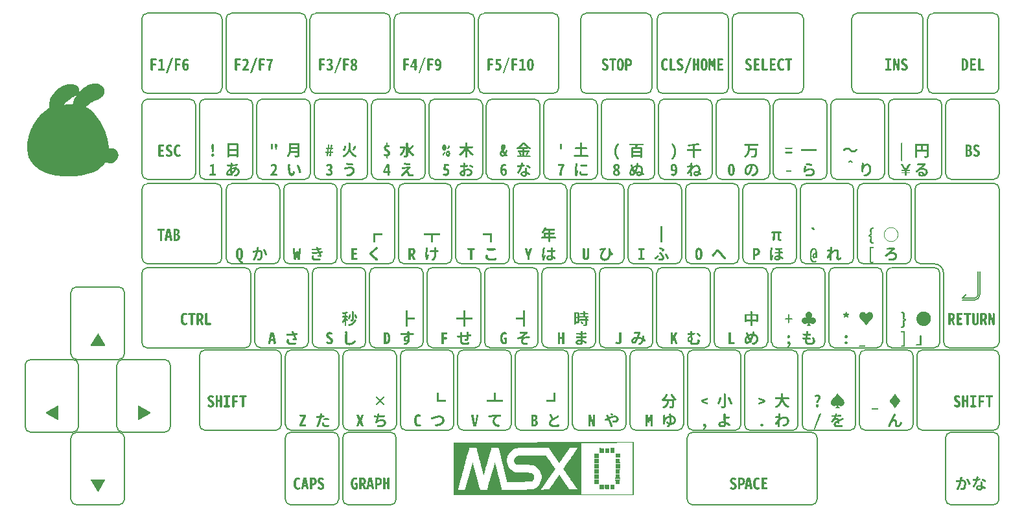
<source format=gto>
G04 #@! TF.GenerationSoftware,KiCad,Pcbnew,7.0.10*
G04 #@! TF.CreationDate,2024-04-06T07:29:01+09:00*
G04 #@! TF.ProjectId,msx0_keyboard,6d737830-5f6b-4657-9962-6f6172642e6b,rev?*
G04 #@! TF.SameCoordinates,PX30291a0PY2faf080*
G04 #@! TF.FileFunction,Legend,Top*
G04 #@! TF.FilePolarity,Positive*
%FSLAX46Y46*%
G04 Gerber Fmt 4.6, Leading zero omitted, Abs format (unit mm)*
G04 Created by KiCad (PCBNEW 7.0.10) date 2024-04-06 07:29:01*
%MOMM*%
%LPD*%
G01*
G04 APERTURE LIST*
%ADD10C,0.150000*%
G04 APERTURE END LIST*
D10*
X126750000Y-94500000D02*
X125250000Y-94500000D01*
X126750000Y-94500000D02*
G75*
G03*
X127500000Y-93750000I0J750000D01*
G01*
X127500000Y-90750000D02*
X127500000Y-93750000D01*
X125250000Y-94250000D02*
X125750000Y-93750000D01*
X126750000Y-94250000D02*
X125250000Y-94250000D01*
X126750000Y-94250000D02*
G75*
G03*
X127250000Y-93750000I0J500000D01*
G01*
X127250000Y-90750000D02*
X127250000Y-93750000D01*
X90000000Y-111750000D02*
X105500000Y-111750000D01*
X105500000Y-121250000D02*
G75*
G03*
X106250000Y-120500000I0J750000D01*
G01*
X106250000Y-112500000D02*
G75*
G03*
X105500000Y-111750000I-750000J0D01*
G01*
X106250000Y-112500000D02*
X106250000Y-120500000D01*
X90000000Y-111750000D02*
G75*
G03*
X89250000Y-112500000I0J-750000D01*
G01*
X90000000Y-121250000D02*
X105500000Y-121250000D01*
X89250000Y-112500000D02*
X89250000Y-120500000D01*
X89250000Y-120500000D02*
G75*
G03*
X90000000Y-121250000I750000J0D01*
G01*
X120079508Y-57750000D02*
X120079508Y-66750000D01*
X119329508Y-67500008D02*
G75*
G03*
X120079508Y-66750000I-8J750008D01*
G01*
X110750000Y-66750000D02*
G75*
G03*
X111500000Y-67500000I750000J0D01*
G01*
X111500000Y-67500000D02*
X119329508Y-67500000D01*
X110750000Y-57750000D02*
X110750000Y-66750000D01*
X111500000Y-57000000D02*
X119329508Y-57000000D01*
X120079500Y-57750000D02*
G75*
G03*
X119329508Y-57000000I-750000J0D01*
G01*
X111500000Y-57000000D02*
G75*
G03*
X110750000Y-57750000I0J-750000D01*
G01*
X130000000Y-57750000D02*
X130000000Y-66750000D01*
X129250000Y-67500008D02*
G75*
G03*
X130000000Y-66750000I-8J750008D01*
G01*
X120670492Y-66750000D02*
G75*
G03*
X121420492Y-67500000I750000J0D01*
G01*
X121420492Y-67500000D02*
X129250000Y-67500000D01*
X120670492Y-57750000D02*
X120670492Y-66750000D01*
X121420492Y-57000000D02*
X129250000Y-57000000D01*
X129999992Y-57750000D02*
G75*
G03*
X129250000Y-57000000I-750000J0D01*
G01*
X121420492Y-57000000D02*
G75*
G03*
X120670492Y-57750000I0J-750000D01*
G01*
X84664754Y-57750000D02*
X84664754Y-66750000D01*
X83914754Y-67500008D02*
G75*
G03*
X84664754Y-66750000I-8J750008D01*
G01*
X75335246Y-66750000D02*
G75*
G03*
X76085246Y-67500000I750000J0D01*
G01*
X76085246Y-67500000D02*
X83914754Y-67500000D01*
X75335246Y-57750000D02*
X75335246Y-66750000D01*
X76085246Y-57000000D02*
X83914754Y-57000000D01*
X84664746Y-57750000D02*
G75*
G03*
X83914754Y-57000000I-750000J0D01*
G01*
X76085246Y-57000000D02*
G75*
G03*
X75335246Y-57750000I0J-750000D01*
G01*
X94664754Y-57750000D02*
X94664754Y-66750000D01*
X93914754Y-67500008D02*
G75*
G03*
X94664754Y-66750000I-8J750008D01*
G01*
X85335246Y-66750000D02*
G75*
G03*
X86085246Y-67500000I750000J0D01*
G01*
X86085246Y-67500000D02*
X93914754Y-67500000D01*
X85335246Y-57750000D02*
X85335246Y-66750000D01*
X86085246Y-57000000D02*
X93914754Y-57000000D01*
X94664746Y-57750000D02*
G75*
G03*
X93914754Y-57000000I-750000J0D01*
G01*
X86085246Y-57000000D02*
G75*
G03*
X85335246Y-57750000I0J-750000D01*
G01*
X103719673Y-67500005D02*
G75*
G03*
X104469673Y-66750000I-5J750005D01*
G01*
X104469668Y-57750000D02*
G75*
G03*
X103719673Y-57000000I-750000J0D01*
G01*
X95890165Y-57000000D02*
X103719673Y-57000000D01*
X95890165Y-57000000D02*
G75*
G03*
X95140165Y-57750000I0J-750000D01*
G01*
X95140165Y-66750000D02*
G75*
G03*
X95890165Y-67500000I750000J0D01*
G01*
X104469673Y-57750000D02*
X104469673Y-66750000D01*
X95140165Y-57750000D02*
X95140165Y-66750000D01*
X95890165Y-67500000D02*
X103719673Y-67500000D01*
X62750000Y-57000000D02*
G75*
G03*
X62000000Y-57750000I0J-750000D01*
G01*
X62000000Y-66750000D02*
G75*
G03*
X62750000Y-67500000I750000J0D01*
G01*
X72500000Y-57750000D02*
G75*
G03*
X71750000Y-57000000I-750000J0D01*
G01*
X72500000Y-57750000D02*
X72500000Y-66750000D01*
X62750000Y-67500000D02*
X71750000Y-67500000D01*
X71750000Y-67500000D02*
G75*
G03*
X72500000Y-66750000I0J750000D01*
G01*
X62750000Y-57000000D02*
X71750000Y-57000000D01*
X62000000Y-57750000D02*
X62000000Y-66750000D01*
X51750000Y-57000000D02*
G75*
G03*
X51000000Y-57750000I0J-750000D01*
G01*
X51000000Y-66750000D02*
G75*
G03*
X51750000Y-67500000I750000J0D01*
G01*
X61500000Y-57750000D02*
G75*
G03*
X60750000Y-57000000I-750000J0D01*
G01*
X61500000Y-57750000D02*
X61500000Y-66750000D01*
X51750000Y-67500000D02*
X60750000Y-67500000D01*
X60750000Y-67500000D02*
G75*
G03*
X61500000Y-66750000I0J750000D01*
G01*
X51750000Y-57000000D02*
X60750000Y-57000000D01*
X51000000Y-57750000D02*
X51000000Y-66750000D01*
X40750000Y-57000000D02*
G75*
G03*
X40000000Y-57750000I0J-750000D01*
G01*
X40000000Y-66750000D02*
G75*
G03*
X40750000Y-67500000I750000J0D01*
G01*
X50500000Y-57750000D02*
G75*
G03*
X49750000Y-57000000I-750000J0D01*
G01*
X50500000Y-57750000D02*
X50500000Y-66750000D01*
X40750000Y-67500000D02*
X49750000Y-67500000D01*
X49750000Y-67500000D02*
G75*
G03*
X50500000Y-66750000I0J750000D01*
G01*
X40750000Y-57000000D02*
X49750000Y-57000000D01*
X40000000Y-57750000D02*
X40000000Y-66750000D01*
X29750000Y-57000000D02*
G75*
G03*
X29000000Y-57750000I0J-750000D01*
G01*
X29000000Y-66750000D02*
G75*
G03*
X29750000Y-67500000I750000J0D01*
G01*
X39500000Y-57750000D02*
G75*
G03*
X38750000Y-57000000I-750000J0D01*
G01*
X39500000Y-57750000D02*
X39500000Y-66750000D01*
X29750000Y-67500000D02*
X38750000Y-67500000D01*
X38750000Y-67500000D02*
G75*
G03*
X39500000Y-66750000I0J750000D01*
G01*
X29750000Y-57000000D02*
X38750000Y-57000000D01*
X29000000Y-57750000D02*
X29000000Y-66750000D01*
X18750000Y-57000000D02*
X27750000Y-57000000D01*
X123500000Y-100719670D02*
X129250000Y-100719670D01*
X122750000Y-99969670D02*
G75*
G03*
X123500000Y-100719670I750000J0D01*
G01*
X122750000Y-91000000D02*
X122750000Y-100000000D01*
X122750000Y-91000000D02*
G75*
G03*
X121500000Y-89750000I-1219670J30330D01*
G01*
X119750000Y-79250000D02*
G75*
G03*
X119000000Y-80000000I0J-750000D01*
G01*
X130030330Y-79969670D02*
G75*
G03*
X129280330Y-79219670I-750000J0D01*
G01*
X129250000Y-100719670D02*
G75*
G03*
X130030330Y-99969081I0J780919D01*
G01*
X119750000Y-89750000D02*
X121500000Y-89750000D01*
X130030330Y-79969670D02*
X130030330Y-100000000D01*
X119000000Y-89000000D02*
G75*
G03*
X119750000Y-89750000I750000J0D01*
G01*
X119750000Y-79250000D02*
X129280330Y-79250000D01*
X119000000Y-80000000D02*
X119000000Y-89000000D01*
X28500000Y-57750000D02*
G75*
G03*
X27750000Y-57000000I-750000J0D01*
G01*
X27750000Y-67500000D02*
G75*
G03*
X28500000Y-66750000I0J750000D01*
G01*
X18750000Y-67500000D02*
X27750000Y-67500000D01*
X28500000Y-57750000D02*
X28500000Y-66750000D01*
X18000000Y-66750000D02*
G75*
G03*
X18750000Y-67500000I750000J0D01*
G01*
X18000000Y-57750000D02*
X18000000Y-66750000D01*
X18750000Y-57000000D02*
G75*
G03*
X18000000Y-57750000I0J-750000D01*
G01*
X130030330Y-68969670D02*
G75*
G03*
X129280330Y-68219670I-750000J0D01*
G01*
X129280330Y-78719670D02*
G75*
G03*
X130030330Y-77969670I0J750000D01*
G01*
X123780330Y-78719670D02*
X129280330Y-78719670D01*
X130030330Y-68969670D02*
X130030330Y-77969670D01*
X123030330Y-77969670D02*
G75*
G03*
X123780330Y-78719670I750000J0D01*
G01*
X123780330Y-68219670D02*
X129280330Y-68219670D01*
X123030330Y-68969670D02*
X123030330Y-77969670D01*
X123780330Y-68219670D02*
G75*
G03*
X123030330Y-68969670I0J-750000D01*
G01*
X122530330Y-68969670D02*
G75*
G03*
X121780330Y-68219670I-750000J0D01*
G01*
X121780330Y-78719670D02*
G75*
G03*
X122530330Y-77969670I0J750000D01*
G01*
X116280330Y-78719670D02*
X121780330Y-78719670D01*
X122530330Y-68969670D02*
X122530330Y-77969670D01*
X115530330Y-77969670D02*
G75*
G03*
X116280330Y-78719670I750000J0D01*
G01*
X116280330Y-68219670D02*
X121780330Y-68219670D01*
X115530330Y-68969670D02*
X115530330Y-77969670D01*
X116280330Y-68219670D02*
G75*
G03*
X115530330Y-68969670I0J-750000D01*
G01*
X115030330Y-68969670D02*
G75*
G03*
X114280330Y-68219670I-750000J0D01*
G01*
X114280330Y-78719670D02*
G75*
G03*
X115030330Y-77969670I0J750000D01*
G01*
X108780330Y-78719670D02*
X114280330Y-78719670D01*
X115030330Y-68969670D02*
X115030330Y-77969670D01*
X108030330Y-77969670D02*
G75*
G03*
X108780330Y-78719670I750000J0D01*
G01*
X108780330Y-68219670D02*
X114280330Y-68219670D01*
X108030330Y-68969670D02*
X108030330Y-77969670D01*
X108780330Y-68219670D02*
G75*
G03*
X108030330Y-68969670I0J-750000D01*
G01*
X107530330Y-68969670D02*
G75*
G03*
X106780330Y-68219670I-750000J0D01*
G01*
X106780330Y-78719670D02*
G75*
G03*
X107530330Y-77969670I0J750000D01*
G01*
X101280330Y-78719670D02*
X106780330Y-78719670D01*
X107530330Y-68969670D02*
X107530330Y-77969670D01*
X100530330Y-77969670D02*
G75*
G03*
X101280330Y-78719670I750000J0D01*
G01*
X101280330Y-68219670D02*
X106780330Y-68219670D01*
X100530330Y-68969670D02*
X100530330Y-77969670D01*
X101280330Y-68219670D02*
G75*
G03*
X100530330Y-68969670I0J-750000D01*
G01*
X100030330Y-68969670D02*
G75*
G03*
X99280330Y-68219670I-750000J0D01*
G01*
X99280330Y-78719670D02*
G75*
G03*
X100030330Y-77969670I0J750000D01*
G01*
X93780330Y-78719670D02*
X99280330Y-78719670D01*
X100030330Y-68969670D02*
X100030330Y-77969670D01*
X93030330Y-77969670D02*
G75*
G03*
X93780330Y-78719670I750000J0D01*
G01*
X93780330Y-68219670D02*
X99280330Y-68219670D01*
X93030330Y-68969670D02*
X93030330Y-77969670D01*
X93780330Y-68219670D02*
G75*
G03*
X93030330Y-68969670I0J-750000D01*
G01*
X92530330Y-68969670D02*
G75*
G03*
X91780330Y-68219670I-750000J0D01*
G01*
X91780330Y-78719670D02*
G75*
G03*
X92530330Y-77969670I0J750000D01*
G01*
X86280330Y-78719670D02*
X91780330Y-78719670D01*
X92530330Y-68969670D02*
X92530330Y-77969670D01*
X85530330Y-77969670D02*
G75*
G03*
X86280330Y-78719670I750000J0D01*
G01*
X86280330Y-68219670D02*
X91780330Y-68219670D01*
X85530330Y-68969670D02*
X85530330Y-77969670D01*
X86280330Y-68219670D02*
G75*
G03*
X85530330Y-68969670I0J-750000D01*
G01*
X85030330Y-68969670D02*
G75*
G03*
X84280330Y-68219670I-750000J0D01*
G01*
X84280330Y-78719670D02*
G75*
G03*
X85030330Y-77969670I0J750000D01*
G01*
X78780330Y-78719670D02*
X84280330Y-78719670D01*
X85030330Y-68969670D02*
X85030330Y-77969670D01*
X78030330Y-77969670D02*
G75*
G03*
X78780330Y-78719670I750000J0D01*
G01*
X78780330Y-68219670D02*
X84280330Y-68219670D01*
X78030330Y-68969670D02*
X78030330Y-77969670D01*
X78780330Y-68219670D02*
G75*
G03*
X78030330Y-68969670I0J-750000D01*
G01*
X77530330Y-68969670D02*
G75*
G03*
X76780330Y-68219670I-750000J0D01*
G01*
X76780330Y-78719670D02*
G75*
G03*
X77530330Y-77969670I0J750000D01*
G01*
X71280330Y-78719670D02*
X76780330Y-78719670D01*
X77530330Y-68969670D02*
X77530330Y-77969670D01*
X70530330Y-77969670D02*
G75*
G03*
X71280330Y-78719670I750000J0D01*
G01*
X71280330Y-68219670D02*
X76780330Y-68219670D01*
X70530330Y-68969670D02*
X70530330Y-77969670D01*
X71280330Y-68219670D02*
G75*
G03*
X70530330Y-68969670I0J-750000D01*
G01*
X70030330Y-68969670D02*
G75*
G03*
X69280330Y-68219670I-750000J0D01*
G01*
X69280330Y-78719670D02*
G75*
G03*
X70030330Y-77969670I0J750000D01*
G01*
X63780330Y-78719670D02*
X69280330Y-78719670D01*
X70030330Y-68969670D02*
X70030330Y-77969670D01*
X63030330Y-77969670D02*
G75*
G03*
X63780330Y-78719670I750000J0D01*
G01*
X63780330Y-68219670D02*
X69280330Y-68219670D01*
X63030330Y-68969670D02*
X63030330Y-77969670D01*
X63780330Y-68219670D02*
G75*
G03*
X63030330Y-68969670I0J-750000D01*
G01*
X62530330Y-68969670D02*
G75*
G03*
X61780330Y-68219670I-750000J0D01*
G01*
X61780330Y-78719670D02*
G75*
G03*
X62530330Y-77969670I0J750000D01*
G01*
X56280330Y-78719670D02*
X61780330Y-78719670D01*
X62530330Y-68969670D02*
X62530330Y-77969670D01*
X55530330Y-77969670D02*
G75*
G03*
X56280330Y-78719670I750000J0D01*
G01*
X56280330Y-68219670D02*
X61780330Y-68219670D01*
X55530330Y-68969670D02*
X55530330Y-77969670D01*
X56280330Y-68219670D02*
G75*
G03*
X55530330Y-68969670I0J-750000D01*
G01*
X55030330Y-68969670D02*
G75*
G03*
X54280330Y-68219670I-750000J0D01*
G01*
X54280330Y-78719670D02*
G75*
G03*
X55030330Y-77969670I0J750000D01*
G01*
X48780330Y-78719670D02*
X54280330Y-78719670D01*
X55030330Y-68969670D02*
X55030330Y-77969670D01*
X48030330Y-77969670D02*
G75*
G03*
X48780330Y-78719670I750000J0D01*
G01*
X48780330Y-68219670D02*
X54280330Y-68219670D01*
X48030330Y-68969670D02*
X48030330Y-77969670D01*
X48780330Y-68219670D02*
G75*
G03*
X48030330Y-68969670I0J-750000D01*
G01*
X47530330Y-68969670D02*
G75*
G03*
X46780330Y-68219670I-750000J0D01*
G01*
X46780330Y-78719670D02*
G75*
G03*
X47530330Y-77969670I0J750000D01*
G01*
X41280330Y-78719670D02*
X46780330Y-78719670D01*
X47530330Y-68969670D02*
X47530330Y-77969670D01*
X40530330Y-77969670D02*
G75*
G03*
X41280330Y-78719670I750000J0D01*
G01*
X41280330Y-68219670D02*
X46780330Y-68219670D01*
X40530330Y-68969670D02*
X40530330Y-77969670D01*
X41280330Y-68219670D02*
G75*
G03*
X40530330Y-68969670I0J-750000D01*
G01*
X40030330Y-68969670D02*
G75*
G03*
X39280330Y-68219670I-750000J0D01*
G01*
X39280330Y-78719670D02*
G75*
G03*
X40030330Y-77969670I0J750000D01*
G01*
X33780330Y-78719670D02*
X39280330Y-78719670D01*
X40030330Y-68969670D02*
X40030330Y-77969670D01*
X33030330Y-77969670D02*
G75*
G03*
X33780330Y-78719670I750000J0D01*
G01*
X33780330Y-68219670D02*
X39280330Y-68219670D01*
X33030330Y-68969670D02*
X33030330Y-77969670D01*
X33780330Y-68219670D02*
G75*
G03*
X33030330Y-68969670I0J-750000D01*
G01*
X25030330Y-68969670D02*
G75*
G03*
X24280330Y-68219670I-750000J0D01*
G01*
X24280330Y-78719670D02*
G75*
G03*
X25030330Y-77969670I0J750000D01*
G01*
X18780330Y-78719670D02*
X24280330Y-78719670D01*
X25030330Y-68969670D02*
X25030330Y-77969670D01*
X18030330Y-77969670D02*
G75*
G03*
X18780330Y-78719670I750000J0D01*
G01*
X18780330Y-68219670D02*
X24280330Y-68219670D01*
X18030330Y-68969670D02*
X18030330Y-77969670D01*
X18780330Y-68219670D02*
G75*
G03*
X18030330Y-68969670I0J-750000D01*
G01*
X32530330Y-68969670D02*
G75*
G03*
X31780330Y-68219670I-750000J0D01*
G01*
X31780330Y-78719670D02*
G75*
G03*
X32530330Y-77969670I0J750000D01*
G01*
X26280330Y-78719670D02*
X31780330Y-78719670D01*
X32530330Y-68969670D02*
X32530330Y-77969670D01*
X25530330Y-77969670D02*
G75*
G03*
X26280330Y-78719670I750000J0D01*
G01*
X26280330Y-68219670D02*
X31780330Y-68219670D01*
X25530330Y-68969670D02*
X25530330Y-77969670D01*
X26280330Y-68219670D02*
G75*
G03*
X25530330Y-68969670I0J-750000D01*
G01*
X28469670Y-80000000D02*
G75*
G03*
X27719670Y-79250000I-750000J0D01*
G01*
X27719670Y-89750000D02*
G75*
G03*
X28469670Y-89000000I0J750000D01*
G01*
X18780330Y-89750000D02*
X27719670Y-89750000D01*
X28469670Y-80000000D02*
X28469670Y-89000000D01*
X18030330Y-89000000D02*
G75*
G03*
X18780330Y-89750000I750000J0D01*
G01*
X18780330Y-79250000D02*
X27719670Y-79250000D01*
X18030330Y-80000000D02*
X18030330Y-89000000D01*
X18780330Y-79250000D02*
G75*
G03*
X18030330Y-80000000I0J-750000D01*
G01*
X36030330Y-80000000D02*
G75*
G03*
X35280330Y-79250000I-750000J0D01*
G01*
X35280330Y-89750000D02*
G75*
G03*
X36030330Y-89000000I0J750000D01*
G01*
X29780330Y-89750000D02*
X35280330Y-89750000D01*
X36030330Y-80000000D02*
X36030330Y-89000000D01*
X29030330Y-89000000D02*
G75*
G03*
X29780330Y-89750000I750000J0D01*
G01*
X29780330Y-79250000D02*
X35280330Y-79250000D01*
X29030330Y-80000000D02*
X29030330Y-89000000D01*
X29780330Y-79250000D02*
G75*
G03*
X29030330Y-80000000I0J-750000D01*
G01*
X43530330Y-80000000D02*
G75*
G03*
X42780330Y-79250000I-750000J0D01*
G01*
X42780330Y-89750000D02*
G75*
G03*
X43530330Y-89000000I0J750000D01*
G01*
X37280330Y-89750000D02*
X42780330Y-89750000D01*
X43530330Y-80000000D02*
X43530330Y-89000000D01*
X36530330Y-89000000D02*
G75*
G03*
X37280330Y-89750000I750000J0D01*
G01*
X37280330Y-79250000D02*
X42780330Y-79250000D01*
X36530330Y-80000000D02*
X36530330Y-89000000D01*
X37280330Y-79250000D02*
G75*
G03*
X36530330Y-80000000I0J-750000D01*
G01*
X51030330Y-80000000D02*
G75*
G03*
X50280330Y-79250000I-750000J0D01*
G01*
X50280330Y-89750000D02*
G75*
G03*
X51030330Y-89000000I0J750000D01*
G01*
X44780330Y-89750000D02*
X50280330Y-89750000D01*
X51030330Y-80000000D02*
X51030330Y-89000000D01*
X44030330Y-89000000D02*
G75*
G03*
X44780330Y-89750000I750000J0D01*
G01*
X44780330Y-79250000D02*
X50280330Y-79250000D01*
X44030330Y-80000000D02*
X44030330Y-89000000D01*
X44780330Y-79250000D02*
G75*
G03*
X44030330Y-80000000I0J-750000D01*
G01*
X58530330Y-80000000D02*
G75*
G03*
X57780330Y-79250000I-750000J0D01*
G01*
X57780330Y-89750000D02*
G75*
G03*
X58530330Y-89000000I0J750000D01*
G01*
X52280330Y-89750000D02*
X57780330Y-89750000D01*
X58530330Y-80000000D02*
X58530330Y-89000000D01*
X51530330Y-89000000D02*
G75*
G03*
X52280330Y-89750000I750000J0D01*
G01*
X52280330Y-79250000D02*
X57780330Y-79250000D01*
X51530330Y-80000000D02*
X51530330Y-89000000D01*
X52280330Y-79250000D02*
G75*
G03*
X51530330Y-80000000I0J-750000D01*
G01*
X66030330Y-80000000D02*
G75*
G03*
X65280330Y-79250000I-750000J0D01*
G01*
X65280330Y-89750000D02*
G75*
G03*
X66030330Y-89000000I0J750000D01*
G01*
X59780330Y-89750000D02*
X65280330Y-89750000D01*
X66030330Y-80000000D02*
X66030330Y-89000000D01*
X59030330Y-89000000D02*
G75*
G03*
X59780330Y-89750000I750000J0D01*
G01*
X59780330Y-79250000D02*
X65280330Y-79250000D01*
X59030330Y-80000000D02*
X59030330Y-89000000D01*
X59780330Y-79250000D02*
G75*
G03*
X59030330Y-80000000I0J-750000D01*
G01*
X73530330Y-80000000D02*
G75*
G03*
X72780330Y-79250000I-750000J0D01*
G01*
X72780330Y-89750000D02*
G75*
G03*
X73530330Y-89000000I0J750000D01*
G01*
X67280330Y-89750000D02*
X72780330Y-89750000D01*
X73530330Y-80000000D02*
X73530330Y-89000000D01*
X66530330Y-89000000D02*
G75*
G03*
X67280330Y-89750000I750000J0D01*
G01*
X67280330Y-79250000D02*
X72780330Y-79250000D01*
X66530330Y-80000000D02*
X66530330Y-89000000D01*
X67280330Y-79250000D02*
G75*
G03*
X66530330Y-80000000I0J-750000D01*
G01*
X81030330Y-80000000D02*
G75*
G03*
X80280330Y-79250000I-750000J0D01*
G01*
X80280330Y-89750000D02*
G75*
G03*
X81030330Y-89000000I0J750000D01*
G01*
X74780330Y-89750000D02*
X80280330Y-89750000D01*
X81030330Y-80000000D02*
X81030330Y-89000000D01*
X74030330Y-89000000D02*
G75*
G03*
X74780330Y-89750000I750000J0D01*
G01*
X74780330Y-79250000D02*
X80280330Y-79250000D01*
X74030330Y-80000000D02*
X74030330Y-89000000D01*
X74780330Y-79250000D02*
G75*
G03*
X74030330Y-80000000I0J-750000D01*
G01*
X88530330Y-80000000D02*
G75*
G03*
X87780330Y-79250000I-750000J0D01*
G01*
X87780330Y-89750000D02*
G75*
G03*
X88530330Y-89000000I0J750000D01*
G01*
X82280330Y-89750000D02*
X87780330Y-89750000D01*
X88530330Y-80000000D02*
X88530330Y-89000000D01*
X81530330Y-89000000D02*
G75*
G03*
X82280330Y-89750000I750000J0D01*
G01*
X82280330Y-79250000D02*
X87780330Y-79250000D01*
X81530330Y-80000000D02*
X81530330Y-89000000D01*
X82280330Y-79250000D02*
G75*
G03*
X81530330Y-80000000I0J-750000D01*
G01*
X96030330Y-80000000D02*
G75*
G03*
X95280330Y-79250000I-750000J0D01*
G01*
X95280330Y-89750000D02*
G75*
G03*
X96030330Y-89000000I0J750000D01*
G01*
X89780330Y-89750000D02*
X95280330Y-89750000D01*
X96030330Y-80000000D02*
X96030330Y-89000000D01*
X89030330Y-89000000D02*
G75*
G03*
X89780330Y-89750000I750000J0D01*
G01*
X89780330Y-79250000D02*
X95280330Y-79250000D01*
X89030330Y-80000000D02*
X89030330Y-89000000D01*
X89780330Y-79250000D02*
G75*
G03*
X89030330Y-80000000I0J-750000D01*
G01*
X103530330Y-80000000D02*
G75*
G03*
X102780330Y-79250000I-750000J0D01*
G01*
X102780330Y-89750000D02*
G75*
G03*
X103530330Y-89000000I0J750000D01*
G01*
X97280330Y-89750000D02*
X102780330Y-89750000D01*
X103530330Y-80000000D02*
X103530330Y-89000000D01*
X96530330Y-89000000D02*
G75*
G03*
X97280330Y-89750000I750000J0D01*
G01*
X97280330Y-79250000D02*
X102780330Y-79250000D01*
X96530330Y-80000000D02*
X96530330Y-89000000D01*
X97280330Y-79250000D02*
G75*
G03*
X96530330Y-80000000I0J-750000D01*
G01*
X111030330Y-80000000D02*
G75*
G03*
X110280330Y-79250000I-750000J0D01*
G01*
X110280330Y-89750000D02*
G75*
G03*
X111030330Y-89000000I0J750000D01*
G01*
X104780330Y-89750000D02*
X110280330Y-89750000D01*
X111030330Y-80000000D02*
X111030330Y-89000000D01*
X104030330Y-89000000D02*
G75*
G03*
X104780330Y-89750000I750000J0D01*
G01*
X104780330Y-79250000D02*
X110280330Y-79250000D01*
X104030330Y-80000000D02*
X104030330Y-89000000D01*
X104780330Y-79250000D02*
G75*
G03*
X104030330Y-80000000I0J-750000D01*
G01*
X118530330Y-80000000D02*
G75*
G03*
X117780330Y-79250000I-750000J0D01*
G01*
X117780330Y-89750000D02*
G75*
G03*
X118530330Y-89000000I0J750000D01*
G01*
X112280330Y-89750000D02*
X117780330Y-89750000D01*
X118530330Y-80000000D02*
X118530330Y-89000000D01*
X111530330Y-89000000D02*
G75*
G03*
X112280330Y-89750000I750000J0D01*
G01*
X112280330Y-79250000D02*
X117780330Y-79250000D01*
X111530330Y-80000000D02*
X111530330Y-89000000D01*
X112280330Y-79250000D02*
G75*
G03*
X111530330Y-80000000I0J-750000D01*
G01*
X122280330Y-90969670D02*
G75*
G03*
X121530330Y-90219670I-750000J0D01*
G01*
X121530330Y-100719670D02*
G75*
G03*
X122280330Y-99969670I0J750000D01*
G01*
X116030330Y-100719670D02*
X121530330Y-100719670D01*
X122280330Y-90969670D02*
X122280330Y-99969670D01*
X115280330Y-99969670D02*
G75*
G03*
X116030330Y-100719670I750000J0D01*
G01*
X116030330Y-90219670D02*
X121530330Y-90219670D01*
X115280330Y-90969670D02*
X115280330Y-99969670D01*
X116030330Y-90219670D02*
G75*
G03*
X115280330Y-90969670I0J-750000D01*
G01*
X114780330Y-90969670D02*
G75*
G03*
X114030330Y-90219670I-750000J0D01*
G01*
X114030330Y-100719670D02*
G75*
G03*
X114780330Y-99969670I0J750000D01*
G01*
X108530330Y-100719670D02*
X114030330Y-100719670D01*
X114780330Y-90969670D02*
X114780330Y-99969670D01*
X107780330Y-99969670D02*
G75*
G03*
X108530330Y-100719670I750000J0D01*
G01*
X108530330Y-90219670D02*
X114030330Y-90219670D01*
X107780330Y-90969670D02*
X107780330Y-99969670D01*
X108530330Y-90219670D02*
G75*
G03*
X107780330Y-90969670I0J-750000D01*
G01*
X107280330Y-90969670D02*
G75*
G03*
X106530330Y-90219670I-750000J0D01*
G01*
X106530330Y-100719670D02*
G75*
G03*
X107280330Y-99969670I0J750000D01*
G01*
X101030330Y-100719670D02*
X106530330Y-100719670D01*
X107280330Y-90969670D02*
X107280330Y-99969670D01*
X100280330Y-99969670D02*
G75*
G03*
X101030330Y-100719670I750000J0D01*
G01*
X101030330Y-90219670D02*
X106530330Y-90219670D01*
X100280330Y-90969670D02*
X100280330Y-99969670D01*
X101030330Y-90219670D02*
G75*
G03*
X100280330Y-90969670I0J-750000D01*
G01*
X99780330Y-90969670D02*
G75*
G03*
X99030330Y-90219670I-750000J0D01*
G01*
X99030330Y-100719670D02*
G75*
G03*
X99780330Y-99969670I0J750000D01*
G01*
X93530330Y-100719670D02*
X99030330Y-100719670D01*
X99780330Y-90969670D02*
X99780330Y-99969670D01*
X92780330Y-99969670D02*
G75*
G03*
X93530330Y-100719670I750000J0D01*
G01*
X93530330Y-90219670D02*
X99030330Y-90219670D01*
X92780330Y-90969670D02*
X92780330Y-99969670D01*
X93530330Y-90219670D02*
G75*
G03*
X92780330Y-90969670I0J-750000D01*
G01*
X92280330Y-90969670D02*
G75*
G03*
X91530330Y-90219670I-750000J0D01*
G01*
X91530330Y-100719670D02*
G75*
G03*
X92280330Y-99969670I0J750000D01*
G01*
X86030330Y-100719670D02*
X91530330Y-100719670D01*
X92280330Y-90969670D02*
X92280330Y-99969670D01*
X85280330Y-99969670D02*
G75*
G03*
X86030330Y-100719670I750000J0D01*
G01*
X86030330Y-90219670D02*
X91530330Y-90219670D01*
X85280330Y-90969670D02*
X85280330Y-99969670D01*
X86030330Y-90219670D02*
G75*
G03*
X85280330Y-90969670I0J-750000D01*
G01*
X84780330Y-90969670D02*
G75*
G03*
X84030330Y-90219670I-750000J0D01*
G01*
X84030330Y-100719670D02*
G75*
G03*
X84780330Y-99969670I0J750000D01*
G01*
X78530330Y-100719670D02*
X84030330Y-100719670D01*
X84780330Y-90969670D02*
X84780330Y-99969670D01*
X77780330Y-99969670D02*
G75*
G03*
X78530330Y-100719670I750000J0D01*
G01*
X78530330Y-90219670D02*
X84030330Y-90219670D01*
X77780330Y-90969670D02*
X77780330Y-99969670D01*
X78530330Y-90219670D02*
G75*
G03*
X77780330Y-90969670I0J-750000D01*
G01*
X77280330Y-90969670D02*
G75*
G03*
X76530330Y-90219670I-750000J0D01*
G01*
X76530330Y-100719670D02*
G75*
G03*
X77280330Y-99969670I0J750000D01*
G01*
X71030330Y-100719670D02*
X76530330Y-100719670D01*
X77280330Y-90969670D02*
X77280330Y-99969670D01*
X70280330Y-99969670D02*
G75*
G03*
X71030330Y-100719670I750000J0D01*
G01*
X71030330Y-90219670D02*
X76530330Y-90219670D01*
X70280330Y-90969670D02*
X70280330Y-99969670D01*
X71030330Y-90219670D02*
G75*
G03*
X70280330Y-90969670I0J-750000D01*
G01*
X69780330Y-90969670D02*
G75*
G03*
X69030330Y-90219670I-750000J0D01*
G01*
X69030330Y-100719670D02*
G75*
G03*
X69780330Y-99969670I0J750000D01*
G01*
X63530330Y-100719670D02*
X69030330Y-100719670D01*
X69780330Y-90969670D02*
X69780330Y-99969670D01*
X62780330Y-99969670D02*
G75*
G03*
X63530330Y-100719670I750000J0D01*
G01*
X63530330Y-90219670D02*
X69030330Y-90219670D01*
X62780330Y-90969670D02*
X62780330Y-99969670D01*
X63530330Y-90219670D02*
G75*
G03*
X62780330Y-90969670I0J-750000D01*
G01*
X62280330Y-90969670D02*
G75*
G03*
X61530330Y-90219670I-750000J0D01*
G01*
X61530330Y-100719670D02*
G75*
G03*
X62280330Y-99969670I0J750000D01*
G01*
X56030330Y-100719670D02*
X61530330Y-100719670D01*
X62280330Y-90969670D02*
X62280330Y-99969670D01*
X55280330Y-99969670D02*
G75*
G03*
X56030330Y-100719670I750000J0D01*
G01*
X56030330Y-90219670D02*
X61530330Y-90219670D01*
X55280330Y-90969670D02*
X55280330Y-99969670D01*
X56030330Y-90219670D02*
G75*
G03*
X55280330Y-90969670I0J-750000D01*
G01*
X54780330Y-90969670D02*
G75*
G03*
X54030330Y-90219670I-750000J0D01*
G01*
X54030330Y-100719670D02*
G75*
G03*
X54780330Y-99969670I0J750000D01*
G01*
X48530330Y-100719670D02*
X54030330Y-100719670D01*
X54780330Y-90969670D02*
X54780330Y-99969670D01*
X47780330Y-99969670D02*
G75*
G03*
X48530330Y-100719670I750000J0D01*
G01*
X48530330Y-90219670D02*
X54030330Y-90219670D01*
X47780330Y-90969670D02*
X47780330Y-99969670D01*
X48530330Y-90219670D02*
G75*
G03*
X47780330Y-90969670I0J-750000D01*
G01*
X47280330Y-90969670D02*
G75*
G03*
X46530330Y-90219670I-750000J0D01*
G01*
X46530330Y-100719670D02*
G75*
G03*
X47280330Y-99969670I0J750000D01*
G01*
X41030330Y-100719670D02*
X46530330Y-100719670D01*
X47280330Y-90969670D02*
X47280330Y-99969670D01*
X40280330Y-99969670D02*
G75*
G03*
X41030330Y-100719670I750000J0D01*
G01*
X41030330Y-90219670D02*
X46530330Y-90219670D01*
X40280330Y-90969670D02*
X40280330Y-99969670D01*
X41030330Y-90219670D02*
G75*
G03*
X40280330Y-90969670I0J-750000D01*
G01*
X32250000Y-91000000D02*
G75*
G03*
X31500000Y-90250000I-750000J0D01*
G01*
X31500000Y-100750000D02*
G75*
G03*
X32250000Y-100000000I0J750000D01*
G01*
X18750000Y-100750000D02*
X31500000Y-100750000D01*
X32250000Y-91000000D02*
X32250000Y-100000000D01*
X18000000Y-100000000D02*
G75*
G03*
X18750000Y-100750000I750000J0D01*
G01*
X18750000Y-90250000D02*
X31500000Y-90250000D01*
X18000000Y-91000000D02*
X18000000Y-100000000D01*
X18750000Y-90250000D02*
G75*
G03*
X18000000Y-91000000I0J-750000D01*
G01*
X39780330Y-90969670D02*
G75*
G03*
X39030330Y-90219670I-750000J0D01*
G01*
X39030330Y-100719670D02*
G75*
G03*
X39780330Y-99969670I0J750000D01*
G01*
X33530330Y-100719670D02*
X39030330Y-100719670D01*
X39780330Y-90969670D02*
X39780330Y-99969670D01*
X32780330Y-99969670D02*
G75*
G03*
X33530330Y-100719670I750000J0D01*
G01*
X33530330Y-90219670D02*
X39030330Y-90219670D01*
X32780330Y-90969670D02*
X32780330Y-99969670D01*
X33530330Y-90219670D02*
G75*
G03*
X32780330Y-90969670I0J-750000D01*
G01*
X36250000Y-101750000D02*
G75*
G03*
X35500000Y-101000000I-750000J0D01*
G01*
X35500000Y-111500000D02*
G75*
G03*
X36250000Y-110750000I0J750000D01*
G01*
X26280330Y-111500000D02*
X35500000Y-111500000D01*
X36250000Y-101750000D02*
X36250000Y-110750000D01*
X25530330Y-110750000D02*
G75*
G03*
X26280330Y-111500000I750000J0D01*
G01*
X26280330Y-101000000D02*
X35500000Y-101000000D01*
X25530330Y-101750000D02*
X25530330Y-110750000D01*
X26280330Y-101000000D02*
G75*
G03*
X25530330Y-101750000I0J-750000D01*
G01*
X43780330Y-101750000D02*
G75*
G03*
X43030330Y-101000000I-750000J0D01*
G01*
X43030330Y-111500000D02*
G75*
G03*
X43780330Y-110750000I0J750000D01*
G01*
X37530330Y-111500000D02*
X43030330Y-111500000D01*
X43780330Y-101750000D02*
X43780330Y-110750000D01*
X36780330Y-110750000D02*
G75*
G03*
X37530330Y-111500000I750000J0D01*
G01*
X37530330Y-101000000D02*
X43030330Y-101000000D01*
X36780330Y-101750000D02*
X36780330Y-110750000D01*
X37530330Y-101000000D02*
G75*
G03*
X36780330Y-101750000I0J-750000D01*
G01*
X51280330Y-101750000D02*
G75*
G03*
X50530330Y-101000000I-750000J0D01*
G01*
X50530330Y-111500000D02*
G75*
G03*
X51280330Y-110750000I0J750000D01*
G01*
X45030330Y-111500000D02*
X50530330Y-111500000D01*
X51280330Y-101750000D02*
X51280330Y-110750000D01*
X44280330Y-110750000D02*
G75*
G03*
X45030330Y-111500000I750000J0D01*
G01*
X45030330Y-101000000D02*
X50530330Y-101000000D01*
X44280330Y-101750000D02*
X44280330Y-110750000D01*
X45030330Y-101000000D02*
G75*
G03*
X44280330Y-101750000I0J-750000D01*
G01*
X58780330Y-101750000D02*
G75*
G03*
X58030330Y-101000000I-750000J0D01*
G01*
X58030330Y-111500000D02*
G75*
G03*
X58780330Y-110750000I0J750000D01*
G01*
X52530330Y-111500000D02*
X58030330Y-111500000D01*
X58780330Y-101750000D02*
X58780330Y-110750000D01*
X51780330Y-110750000D02*
G75*
G03*
X52530330Y-111500000I750000J0D01*
G01*
X52530330Y-101000000D02*
X58030330Y-101000000D01*
X51780330Y-101750000D02*
X51780330Y-110750000D01*
X52530330Y-101000000D02*
G75*
G03*
X51780330Y-101750000I0J-750000D01*
G01*
X66280330Y-101750000D02*
G75*
G03*
X65530330Y-101000000I-750000J0D01*
G01*
X65530330Y-111500000D02*
G75*
G03*
X66280330Y-110750000I0J750000D01*
G01*
X60030330Y-111500000D02*
X65530330Y-111500000D01*
X66280330Y-101750000D02*
X66280330Y-110750000D01*
X59280330Y-110750000D02*
G75*
G03*
X60030330Y-111500000I750000J0D01*
G01*
X60030330Y-101000000D02*
X65530330Y-101000000D01*
X59280330Y-101750000D02*
X59280330Y-110750000D01*
X60030330Y-101000000D02*
G75*
G03*
X59280330Y-101750000I0J-750000D01*
G01*
X73780330Y-101750000D02*
G75*
G03*
X73030330Y-101000000I-750000J0D01*
G01*
X73030330Y-111500000D02*
G75*
G03*
X73780330Y-110750000I0J750000D01*
G01*
X67530330Y-111500000D02*
X73030330Y-111500000D01*
X73780330Y-101750000D02*
X73780330Y-110750000D01*
X66780330Y-110750000D02*
G75*
G03*
X67530330Y-111500000I750000J0D01*
G01*
X67530330Y-101000000D02*
X73030330Y-101000000D01*
X66780330Y-101750000D02*
X66780330Y-110750000D01*
X67530330Y-101000000D02*
G75*
G03*
X66780330Y-101750000I0J-750000D01*
G01*
X130030330Y-101750000D02*
G75*
G03*
X129280330Y-101000000I-750000J0D01*
G01*
X129280330Y-111500000D02*
G75*
G03*
X130030330Y-110750000I0J750000D01*
G01*
X120000000Y-111500000D02*
X129280330Y-111500000D01*
X130030330Y-101750000D02*
X130030330Y-110750000D01*
X119250000Y-110750000D02*
G75*
G03*
X120000000Y-111500000I750000J0D01*
G01*
X120000000Y-101000000D02*
X129280330Y-101000000D01*
X119250000Y-101750000D02*
X119250000Y-110750000D01*
X120000000Y-101000000D02*
G75*
G03*
X119250000Y-101750000I0J-750000D01*
G01*
X118780330Y-101750000D02*
G75*
G03*
X118030330Y-101000000I-750000J0D01*
G01*
X118030330Y-111500000D02*
G75*
G03*
X118780330Y-110750000I0J750000D01*
G01*
X112530330Y-111500000D02*
X118030330Y-111500000D01*
X118780330Y-101750000D02*
X118780330Y-110750000D01*
X111780330Y-110750000D02*
G75*
G03*
X112530330Y-111500000I750000J0D01*
G01*
X112530330Y-101000000D02*
X118030330Y-101000000D01*
X111780330Y-101750000D02*
X111780330Y-110750000D01*
X112530330Y-101000000D02*
G75*
G03*
X111780330Y-101750000I0J-750000D01*
G01*
X111280330Y-101750000D02*
G75*
G03*
X110530330Y-101000000I-750000J0D01*
G01*
X110530330Y-111500000D02*
G75*
G03*
X111280330Y-110750000I0J750000D01*
G01*
X105030330Y-111500000D02*
X110530330Y-111500000D01*
X111280330Y-101750000D02*
X111280330Y-110750000D01*
X104280330Y-110750000D02*
G75*
G03*
X105030330Y-111500000I750000J0D01*
G01*
X105030330Y-101000000D02*
X110530330Y-101000000D01*
X104280330Y-101750000D02*
X104280330Y-110750000D01*
X105030330Y-101000000D02*
G75*
G03*
X104280330Y-101750000I0J-750000D01*
G01*
X81280330Y-101750000D02*
G75*
G03*
X80530330Y-101000000I-750000J0D01*
G01*
X80530330Y-111500000D02*
G75*
G03*
X81280330Y-110750000I0J750000D01*
G01*
X75030330Y-111500000D02*
X80530330Y-111500000D01*
X81280330Y-101750000D02*
X81280330Y-110750000D01*
X74280330Y-110750000D02*
G75*
G03*
X75030330Y-111500000I750000J0D01*
G01*
X75030330Y-101000000D02*
X80530330Y-101000000D01*
X74280330Y-101750000D02*
X74280330Y-110750000D01*
X75030330Y-101000000D02*
G75*
G03*
X74280330Y-101750000I0J-750000D01*
G01*
X88780330Y-101750000D02*
G75*
G03*
X88030330Y-101000000I-750000J0D01*
G01*
X88030330Y-111500000D02*
G75*
G03*
X88780330Y-110750000I0J750000D01*
G01*
X82530330Y-111500000D02*
X88030330Y-111500000D01*
X88780330Y-101750000D02*
X88780330Y-110750000D01*
X81780330Y-110750000D02*
G75*
G03*
X82530330Y-111500000I750000J0D01*
G01*
X82530330Y-101000000D02*
X88030330Y-101000000D01*
X81780330Y-101750000D02*
X81780330Y-110750000D01*
X82530330Y-101000000D02*
G75*
G03*
X81780330Y-101750000I0J-750000D01*
G01*
X96280330Y-101750000D02*
G75*
G03*
X95530330Y-101000000I-750000J0D01*
G01*
X95530330Y-111500000D02*
G75*
G03*
X96280330Y-110750000I0J750000D01*
G01*
X90030330Y-111500000D02*
X95530330Y-111500000D01*
X96280330Y-101750000D02*
X96280330Y-110750000D01*
X89280330Y-110750000D02*
G75*
G03*
X90030330Y-111500000I750000J0D01*
G01*
X90030330Y-101000000D02*
X95530330Y-101000000D01*
X89280330Y-101750000D02*
X89280330Y-110750000D01*
X90030330Y-101000000D02*
G75*
G03*
X89280330Y-101750000I0J-750000D01*
G01*
X103000000Y-111530330D02*
G75*
G03*
X103750000Y-110780330I0J750000D01*
G01*
X97500000Y-101030330D02*
G75*
G03*
X96750000Y-101780330I0J-750000D01*
G01*
X103750000Y-101780330D02*
X103750000Y-110780330D01*
X96750000Y-110780330D02*
G75*
G03*
X97500000Y-111530330I750000J0D01*
G01*
X96750000Y-101780330D02*
X96750000Y-110780330D01*
X103750000Y-101780330D02*
G75*
G03*
X103000000Y-101030330I-750000J0D01*
G01*
X97500000Y-101030330D02*
X103000000Y-101030330D01*
X97500000Y-111530330D02*
X103000000Y-111530330D01*
X129250000Y-121250000D02*
G75*
G03*
X130000000Y-120500000I0J750000D01*
G01*
X123750000Y-111750000D02*
G75*
G03*
X123000000Y-112500000I0J-750000D01*
G01*
X130000000Y-112500000D02*
X130000000Y-120500000D01*
X123000000Y-120500000D02*
G75*
G03*
X123750000Y-121250000I750000J0D01*
G01*
X123000000Y-112500000D02*
X123000000Y-120500000D01*
X130000000Y-112500000D02*
G75*
G03*
X129250000Y-111750000I-750000J0D01*
G01*
X123750000Y-111750000D02*
X129250000Y-111750000D01*
X123750000Y-121250000D02*
X129250000Y-121250000D01*
X50500000Y-121250000D02*
G75*
G03*
X51250000Y-120500000I0J750000D01*
G01*
X45000000Y-111750000D02*
G75*
G03*
X44250000Y-112500000I0J-750000D01*
G01*
X51250000Y-112500000D02*
X51250000Y-120500000D01*
X44250000Y-120500000D02*
G75*
G03*
X45000000Y-121250000I750000J0D01*
G01*
X44250000Y-112500000D02*
X44250000Y-120500000D01*
X51250000Y-112500000D02*
G75*
G03*
X50500000Y-111750000I-750000J0D01*
G01*
X45000000Y-111750000D02*
X50500000Y-111750000D01*
X45000000Y-121250000D02*
X50500000Y-121250000D01*
X43000000Y-121250000D02*
G75*
G03*
X43750000Y-120500000I0J750000D01*
G01*
X37500000Y-111750000D02*
G75*
G03*
X36750000Y-112500000I0J-750000D01*
G01*
X43750000Y-112500000D02*
X43750000Y-120500000D01*
X36750000Y-120500000D02*
G75*
G03*
X37500000Y-121250000I750000J0D01*
G01*
X36750000Y-112500000D02*
X36750000Y-120500000D01*
X43750000Y-112500000D02*
G75*
G03*
X43000000Y-111750000I-750000J0D01*
G01*
X37500000Y-111750000D02*
X43000000Y-111750000D01*
X37500000Y-121250000D02*
X43000000Y-121250000D01*
X15000000Y-102250000D02*
G75*
G03*
X15750000Y-101500000I0J750000D01*
G01*
X9500000Y-92750000D02*
G75*
G03*
X8750000Y-93500000I0J-750000D01*
G01*
X15750000Y-93500000D02*
X15750000Y-101500000D01*
X8750000Y-101500000D02*
G75*
G03*
X9500000Y-102250000I750000J0D01*
G01*
X8750000Y-93500000D02*
X8750000Y-101500000D01*
X15750000Y-93500000D02*
G75*
G03*
X15000000Y-92750000I-750000J0D01*
G01*
X9500000Y-92750000D02*
X15000000Y-92750000D01*
X9500000Y-102250000D02*
X15000000Y-102250000D01*
X21000000Y-111750000D02*
G75*
G03*
X21750000Y-111000000I0J750000D01*
G01*
X15500000Y-102250000D02*
G75*
G03*
X14750000Y-103000000I0J-750000D01*
G01*
X21750000Y-103000000D02*
X21750000Y-111000000D01*
X14750000Y-111000000D02*
G75*
G03*
X15500000Y-111750000I750000J0D01*
G01*
X14750000Y-103000000D02*
X14750000Y-111000000D01*
X21750000Y-103000000D02*
G75*
G03*
X21000000Y-102250000I-750000J0D01*
G01*
X15500000Y-102250000D02*
X21000000Y-102250000D01*
X15500000Y-111750000D02*
X21000000Y-111750000D01*
X15000000Y-121250000D02*
G75*
G03*
X15750000Y-120500000I0J750000D01*
G01*
X9500000Y-111750000D02*
G75*
G03*
X8750000Y-112500000I0J-750000D01*
G01*
X15750000Y-112500000D02*
X15750000Y-120500000D01*
X8750000Y-120500000D02*
G75*
G03*
X9500000Y-121250000I750000J0D01*
G01*
X8750000Y-112500000D02*
X8750000Y-120500000D01*
X15750000Y-112500000D02*
G75*
G03*
X15000000Y-111750000I-750000J0D01*
G01*
X9500000Y-111750000D02*
X15000000Y-111750000D01*
X9500000Y-121250000D02*
X15000000Y-121250000D01*
X3500000Y-102250000D02*
X9000000Y-102250000D01*
X2750000Y-103000000D02*
X2750000Y-111000000D01*
X9750000Y-103000000D02*
X9750000Y-111000000D01*
X3500000Y-111750000D02*
X9000000Y-111750000D01*
X2750000Y-111000000D02*
G75*
G03*
X3500000Y-111750000I750000J0D01*
G01*
X9000000Y-111750000D02*
G75*
G03*
X9750000Y-111000000I0J750000D01*
G01*
X9750000Y-103000000D02*
G75*
G03*
X9000000Y-102250000I-750000J0D01*
G01*
X3500000Y-102250000D02*
G75*
G03*
X2750000Y-103000000I0J-750000D01*
G01*
G36*
X117348639Y-76300924D02*
G01*
X117337060Y-76311134D01*
X117324579Y-76319231D01*
X117311197Y-76325216D01*
X117296913Y-76329088D01*
X117281727Y-76330849D01*
X117276465Y-76330966D01*
X117261091Y-76329910D01*
X117246566Y-76326741D01*
X117232892Y-76321461D01*
X117220068Y-76314067D01*
X117208094Y-76304562D01*
X117204291Y-76300924D01*
X117194206Y-76289384D01*
X117186208Y-76277019D01*
X117179513Y-76261551D01*
X117175659Y-76244962D01*
X117174616Y-76229849D01*
X117174616Y-74039357D01*
X117175659Y-74023610D01*
X117178789Y-74008789D01*
X117184005Y-73994896D01*
X117191308Y-73981930D01*
X117200698Y-73969891D01*
X117204291Y-73966085D01*
X117215982Y-73955875D01*
X117228523Y-73947778D01*
X117241914Y-73941793D01*
X117256155Y-73937920D01*
X117271246Y-73936160D01*
X117276465Y-73936043D01*
X117291951Y-73937099D01*
X117306535Y-73940267D01*
X117320218Y-73945548D01*
X117333000Y-73952941D01*
X117344879Y-73962447D01*
X117348639Y-73966085D01*
X117358848Y-73977814D01*
X117366945Y-73990471D01*
X117372930Y-74004055D01*
X117376803Y-74018566D01*
X117378563Y-74034005D01*
X117378681Y-74039357D01*
X117378681Y-76229849D01*
X117377624Y-76244962D01*
X117373723Y-76261551D01*
X117366945Y-76277019D01*
X117358848Y-76289384D01*
X117348639Y-76300924D01*
G37*
G36*
X120696357Y-74071018D02*
G01*
X120711204Y-74073674D01*
X120725265Y-74078102D01*
X120741099Y-74085752D01*
X120753428Y-74094076D01*
X120764970Y-74104171D01*
X120767184Y-74106402D01*
X120777316Y-74117953D01*
X120785731Y-74130166D01*
X120793562Y-74145695D01*
X120798920Y-74162177D01*
X120801496Y-74176640D01*
X120802355Y-74191765D01*
X120802355Y-75613625D01*
X120802126Y-75632522D01*
X120801440Y-75650608D01*
X120800297Y-75667882D01*
X120798697Y-75684345D01*
X120796639Y-75699996D01*
X120794124Y-75714836D01*
X120790060Y-75733360D01*
X120785183Y-75750442D01*
X120779493Y-75766081D01*
X120776343Y-75773360D01*
X120769302Y-75787150D01*
X120761001Y-75800127D01*
X120751442Y-75812292D01*
X120740622Y-75823643D01*
X120728544Y-75834182D01*
X120715206Y-75843908D01*
X120700608Y-75852821D01*
X120684752Y-75860921D01*
X120668301Y-75867981D01*
X120649860Y-75874462D01*
X120629429Y-75880363D01*
X120614703Y-75883975D01*
X120599092Y-75887330D01*
X120582597Y-75890427D01*
X120565218Y-75893266D01*
X120546954Y-75895848D01*
X120527806Y-75898172D01*
X120507773Y-75900238D01*
X120486856Y-75902047D01*
X120465054Y-75903599D01*
X120442369Y-75904892D01*
X120418798Y-75905928D01*
X120406681Y-75906350D01*
X120404483Y-75906350D01*
X120388644Y-75905545D01*
X120373414Y-75903130D01*
X120358791Y-75899105D01*
X120344777Y-75893470D01*
X120331371Y-75886225D01*
X120318574Y-75877370D01*
X120313625Y-75873377D01*
X120300723Y-75862617D01*
X120289038Y-75850944D01*
X120278570Y-75838360D01*
X120269318Y-75824862D01*
X120261282Y-75810453D01*
X120254463Y-75795131D01*
X120252076Y-75788747D01*
X120246463Y-75774494D01*
X120243649Y-75766399D01*
X120240627Y-75751836D01*
X120239619Y-75737456D01*
X120241091Y-75722099D01*
X120245507Y-75707262D01*
X120252076Y-75694225D01*
X120262785Y-75681377D01*
X120275036Y-75671685D01*
X120288831Y-75665148D01*
X120304168Y-75661767D01*
X120313625Y-75661252D01*
X120315823Y-75661252D01*
X120331113Y-75661252D01*
X120346732Y-75661252D01*
X120365362Y-75661252D01*
X120381311Y-75661252D01*
X120398953Y-75661252D01*
X120418289Y-75661252D01*
X120439319Y-75661252D01*
X120454280Y-75661252D01*
X120469993Y-75661252D01*
X120486460Y-75661252D01*
X120494975Y-75661252D01*
X120509951Y-75660354D01*
X120524714Y-75656816D01*
X120536374Y-75649895D01*
X120544889Y-75637012D01*
X120548393Y-75621281D01*
X120548831Y-75611793D01*
X120548831Y-75115003D01*
X120541260Y-75101845D01*
X120534176Y-75100715D01*
X119289637Y-75100715D01*
X119276413Y-75107468D01*
X119274982Y-75115003D01*
X119274982Y-75784717D01*
X119274105Y-75800448D01*
X119271476Y-75815357D01*
X119267093Y-75829443D01*
X119259520Y-75845259D01*
X119251280Y-75857535D01*
X119241287Y-75868987D01*
X119239078Y-75871179D01*
X119227528Y-75881311D01*
X119215315Y-75889726D01*
X119199786Y-75897557D01*
X119183304Y-75902915D01*
X119168841Y-75905491D01*
X119153715Y-75906350D01*
X119143091Y-75906350D01*
X119127966Y-75905491D01*
X119113503Y-75902915D01*
X119097021Y-75897557D01*
X119081492Y-75889726D01*
X119069279Y-75881311D01*
X119057728Y-75871179D01*
X119047385Y-75859891D01*
X119038794Y-75847780D01*
X119030800Y-75832161D01*
X119026067Y-75818240D01*
X119023087Y-75803496D01*
X119021859Y-75787929D01*
X119021824Y-75784717D01*
X119021824Y-74836933D01*
X119274982Y-74836933D01*
X119282553Y-74850090D01*
X119289637Y-74851221D01*
X119757484Y-74851221D01*
X119771249Y-74846184D01*
X119773970Y-74836933D01*
X120021266Y-74836933D01*
X120029058Y-74849825D01*
X120037752Y-74851221D01*
X120534176Y-74851221D01*
X120547400Y-74844467D01*
X120548831Y-74836933D01*
X120548831Y-74336113D01*
X120543664Y-74322347D01*
X120534176Y-74319626D01*
X120037752Y-74319626D01*
X120023987Y-74325438D01*
X120021266Y-74336113D01*
X120021266Y-74836933D01*
X119773970Y-74836933D01*
X119773970Y-74336113D01*
X119768158Y-74322347D01*
X119757484Y-74319626D01*
X119289637Y-74319626D01*
X119276714Y-74326726D01*
X119274982Y-74336113D01*
X119274982Y-74836933D01*
X119021824Y-74836933D01*
X119021824Y-74191765D01*
X119022701Y-74176640D01*
X119025331Y-74162177D01*
X119030800Y-74145695D01*
X119038794Y-74130166D01*
X119047385Y-74117953D01*
X119057728Y-74106402D01*
X119069279Y-74095953D01*
X119081492Y-74087275D01*
X119097021Y-74079200D01*
X119113503Y-74073674D01*
X119127966Y-74071018D01*
X119143091Y-74070132D01*
X120680722Y-74070132D01*
X120696357Y-74071018D01*
G37*
G36*
X117772156Y-78245000D02*
G01*
X117757022Y-78244123D01*
X117742532Y-78241493D01*
X117725994Y-78236024D01*
X117710383Y-78228029D01*
X117698083Y-78219439D01*
X117686427Y-78209096D01*
X117676083Y-78197439D01*
X117667493Y-78185139D01*
X117659499Y-78169528D01*
X117654029Y-78152991D01*
X117651399Y-78138501D01*
X117650523Y-78123367D01*
X117650523Y-77935788D01*
X117645486Y-77922023D01*
X117636235Y-77919302D01*
X117316765Y-77919302D01*
X117301881Y-77917882D01*
X117286342Y-77912891D01*
X117273599Y-77905438D01*
X117263276Y-77896587D01*
X117253338Y-77884657D01*
X117246240Y-77871583D01*
X117241981Y-77857363D01*
X117240561Y-77841999D01*
X117241981Y-77826634D01*
X117246240Y-77812415D01*
X117253338Y-77799340D01*
X117263276Y-77787411D01*
X117275137Y-77777473D01*
X117288005Y-77770375D01*
X117303687Y-77765783D01*
X117316765Y-77764696D01*
X117636235Y-77764696D01*
X117649128Y-77756904D01*
X117650523Y-77748210D01*
X117650523Y-77641231D01*
X117643769Y-77628008D01*
X117636235Y-77626577D01*
X117316765Y-77626577D01*
X117301881Y-77625180D01*
X117286342Y-77620269D01*
X117273599Y-77612936D01*
X117263276Y-77604228D01*
X117253338Y-77592230D01*
X117246240Y-77578949D01*
X117241981Y-77564386D01*
X117240561Y-77548541D01*
X117241981Y-77532696D01*
X117246240Y-77518133D01*
X117253338Y-77504852D01*
X117263276Y-77492854D01*
X117275137Y-77482916D01*
X117288005Y-77475818D01*
X117303687Y-77471226D01*
X117316765Y-77470139D01*
X117564061Y-77470139D01*
X117571022Y-77466109D01*
X117570289Y-77457683D01*
X117147871Y-76790167D01*
X117141229Y-76776409D01*
X117137974Y-76761925D01*
X117137613Y-76754996D01*
X117139384Y-76739540D01*
X117144232Y-76725114D01*
X117145673Y-76722023D01*
X117155543Y-76708319D01*
X117167201Y-76697981D01*
X117180647Y-76691008D01*
X117195882Y-76687402D01*
X117205390Y-76686852D01*
X117327023Y-76686852D01*
X117344220Y-76687586D01*
X117361005Y-76689786D01*
X117377379Y-76693453D01*
X117393341Y-76698587D01*
X117408892Y-76705188D01*
X117424031Y-76713256D01*
X117429972Y-76716894D01*
X117444345Y-76726756D01*
X117457699Y-76737567D01*
X117470034Y-76749325D01*
X117481348Y-76762031D01*
X117491644Y-76775686D01*
X117500919Y-76790289D01*
X117504344Y-76796395D01*
X117640265Y-77068237D01*
X117650081Y-77088091D01*
X117659928Y-77107994D01*
X117669807Y-77127945D01*
X117679718Y-77147945D01*
X117689659Y-77167993D01*
X117699633Y-77188090D01*
X117709638Y-77208236D01*
X117719674Y-77228430D01*
X117729742Y-77248673D01*
X117739841Y-77268965D01*
X117749972Y-77289305D01*
X117760134Y-77309694D01*
X117770328Y-77330132D01*
X117780554Y-77350618D01*
X117790810Y-77371153D01*
X117801099Y-77391737D01*
X117808060Y-77395767D01*
X117815387Y-77391737D01*
X117824146Y-77375572D01*
X117834213Y-77356476D01*
X117841651Y-77342118D01*
X117849669Y-77326457D01*
X117858269Y-77309494D01*
X117867449Y-77291229D01*
X117877211Y-77271661D01*
X117887553Y-77250791D01*
X117898477Y-77228619D01*
X117909982Y-77205145D01*
X117922067Y-77180368D01*
X117934734Y-77154289D01*
X117941286Y-77140761D01*
X117947982Y-77126907D01*
X117954824Y-77112728D01*
X117961811Y-77098224D01*
X117968943Y-77083393D01*
X117976221Y-77068237D01*
X118112142Y-76796395D01*
X118120473Y-76781413D01*
X118129895Y-76767379D01*
X118140408Y-76754294D01*
X118152013Y-76742156D01*
X118164708Y-76730967D01*
X118178495Y-76720725D01*
X118184316Y-76716894D01*
X118199290Y-76708239D01*
X118214677Y-76701052D01*
X118230474Y-76695331D01*
X118246683Y-76691077D01*
X118263304Y-76688290D01*
X118280336Y-76686970D01*
X118287264Y-76686852D01*
X118402669Y-76686852D01*
X118418925Y-76688535D01*
X118433393Y-76693584D01*
X118446073Y-76701999D01*
X118456965Y-76713780D01*
X118462386Y-76722023D01*
X118468146Y-76736449D01*
X118470738Y-76751905D01*
X118470812Y-76754996D01*
X118469119Y-76769814D01*
X118464040Y-76783907D01*
X118460554Y-76790167D01*
X118035938Y-77457683D01*
X118034839Y-77466109D01*
X118042166Y-77470139D01*
X118291660Y-77470139D01*
X118306544Y-77471559D01*
X118322084Y-77476550D01*
X118334826Y-77484003D01*
X118345150Y-77492854D01*
X118355087Y-77504852D01*
X118362185Y-77518133D01*
X118366444Y-77532696D01*
X118367864Y-77548541D01*
X118366444Y-77564386D01*
X118362185Y-77578949D01*
X118355087Y-77592230D01*
X118345150Y-77604228D01*
X118333288Y-77614006D01*
X118318741Y-77621666D01*
X118302917Y-77625791D01*
X118291660Y-77626577D01*
X117974023Y-77626577D01*
X117960865Y-77634147D01*
X117959734Y-77641231D01*
X117959734Y-77748210D01*
X117964771Y-77761975D01*
X117974023Y-77764696D01*
X118291660Y-77764696D01*
X118306544Y-77766116D01*
X118322084Y-77771107D01*
X118334826Y-77778560D01*
X118345150Y-77787411D01*
X118355087Y-77799340D01*
X118362185Y-77812415D01*
X118366444Y-77826634D01*
X118367864Y-77841999D01*
X118366444Y-77857363D01*
X118362185Y-77871583D01*
X118355087Y-77884657D01*
X118345150Y-77896587D01*
X118333288Y-77906525D01*
X118320420Y-77913623D01*
X118304739Y-77918215D01*
X118291660Y-77919302D01*
X117974023Y-77919302D01*
X117961130Y-77927094D01*
X117959734Y-77935788D01*
X117959734Y-78123367D01*
X117958849Y-78138501D01*
X117956192Y-78152991D01*
X117950667Y-78169528D01*
X117942591Y-78185139D01*
X117933913Y-78197439D01*
X117923464Y-78209096D01*
X117911913Y-78219439D01*
X117899701Y-78228029D01*
X117884172Y-78236024D01*
X117867690Y-78241493D01*
X117853226Y-78244123D01*
X117838101Y-78245000D01*
X117772156Y-78245000D01*
G37*
G36*
X120270743Y-76627714D02*
G01*
X120285804Y-76629453D01*
X120300556Y-76632351D01*
X120314999Y-76636408D01*
X120329132Y-76641625D01*
X120333775Y-76643621D01*
X120348775Y-76650006D01*
X120362862Y-76657482D01*
X120376037Y-76666049D01*
X120388300Y-76675707D01*
X120399651Y-76686456D01*
X120410089Y-76698297D01*
X120414009Y-76703339D01*
X120422146Y-76716299D01*
X120428284Y-76729856D01*
X120432424Y-76744008D01*
X120434565Y-76758757D01*
X120434891Y-76767452D01*
X120433756Y-76782199D01*
X120432693Y-76787969D01*
X120428576Y-76804348D01*
X120422269Y-76819413D01*
X120413772Y-76833165D01*
X120403086Y-76845602D01*
X120390211Y-76856726D01*
X120385432Y-76860143D01*
X120372999Y-76868386D01*
X120360611Y-76876629D01*
X120348269Y-76884872D01*
X120335973Y-76893115D01*
X120323219Y-76901765D01*
X120309686Y-76911227D01*
X120295375Y-76921503D01*
X120280286Y-76932591D01*
X120268457Y-76941441D01*
X120256191Y-76950748D01*
X120243487Y-76960512D01*
X120230346Y-76970733D01*
X120216766Y-76981412D01*
X120212142Y-76985073D01*
X120197918Y-76996373D01*
X120182999Y-77008291D01*
X120167384Y-77020828D01*
X120151074Y-77033982D01*
X120134068Y-77047755D01*
X120122344Y-77057281D01*
X120110311Y-77067081D01*
X120097969Y-77077156D01*
X120085318Y-77087506D01*
X120072358Y-77098130D01*
X120059089Y-77109030D01*
X120045511Y-77120204D01*
X120031623Y-77131653D01*
X120024563Y-77137480D01*
X120010757Y-77148875D01*
X119997641Y-77159703D01*
X119985215Y-77169964D01*
X119973478Y-77179658D01*
X119957167Y-77193137D01*
X119942408Y-77205341D01*
X119929200Y-77216269D01*
X119917545Y-77225923D01*
X119904419Y-77236811D01*
X119891891Y-77247233D01*
X119886444Y-77251786D01*
X119885345Y-77255816D01*
X119888642Y-77258014D01*
X119903558Y-77254675D01*
X119918906Y-77251664D01*
X119934685Y-77248982D01*
X119950896Y-77246628D01*
X119967538Y-77244603D01*
X119984611Y-77242906D01*
X120002116Y-77241537D01*
X120020052Y-77240497D01*
X120038420Y-77239786D01*
X120057220Y-77239403D01*
X120069993Y-77239330D01*
X120086532Y-77239474D01*
X120102901Y-77239909D01*
X120119101Y-77240634D01*
X120135131Y-77241648D01*
X120150992Y-77242952D01*
X120166683Y-77244546D01*
X120182204Y-77246430D01*
X120197556Y-77248603D01*
X120212738Y-77251066D01*
X120227751Y-77253820D01*
X120242594Y-77256862D01*
X120257268Y-77260195D01*
X120271772Y-77263818D01*
X120286106Y-77267730D01*
X120300271Y-77271932D01*
X120314266Y-77276424D01*
X120341748Y-77286277D01*
X120368551Y-77297290D01*
X120394676Y-77309461D01*
X120420122Y-77322792D01*
X120444891Y-77337282D01*
X120468980Y-77352931D01*
X120492392Y-77369740D01*
X120515125Y-77387707D01*
X120536819Y-77406568D01*
X120557114Y-77426055D01*
X120576009Y-77446169D01*
X120593504Y-77466910D01*
X120609600Y-77488278D01*
X120624296Y-77510273D01*
X120637592Y-77532895D01*
X120649489Y-77556143D01*
X120659986Y-77580018D01*
X120669084Y-77604520D01*
X120676782Y-77629649D01*
X120683080Y-77655405D01*
X120687979Y-77681787D01*
X120691478Y-77708797D01*
X120693577Y-77736433D01*
X120694277Y-77764696D01*
X120694086Y-77780704D01*
X120693513Y-77796532D01*
X120692558Y-77812182D01*
X120691220Y-77827653D01*
X120689501Y-77842945D01*
X120687399Y-77858059D01*
X120684916Y-77872993D01*
X120682050Y-77887749D01*
X120678802Y-77902325D01*
X120675172Y-77916723D01*
X120671160Y-77930942D01*
X120666766Y-77944982D01*
X120661989Y-77958843D01*
X120651290Y-77986028D01*
X120639063Y-78012498D01*
X120625307Y-78038252D01*
X120610023Y-78063291D01*
X120601807Y-78075542D01*
X120593210Y-78087614D01*
X120584231Y-78099507D01*
X120574869Y-78111221D01*
X120565125Y-78122757D01*
X120554999Y-78134113D01*
X120544491Y-78145291D01*
X120533601Y-78156290D01*
X120522329Y-78167110D01*
X120510675Y-78177751D01*
X120498639Y-78188213D01*
X120486246Y-78198424D01*
X120473523Y-78208310D01*
X120460469Y-78217872D01*
X120447084Y-78227111D01*
X120433369Y-78236025D01*
X120419324Y-78244615D01*
X120404947Y-78252880D01*
X120390241Y-78260822D01*
X120375203Y-78268439D01*
X120359835Y-78275733D01*
X120344137Y-78282702D01*
X120328108Y-78289347D01*
X120311748Y-78295668D01*
X120295058Y-78301664D01*
X120278037Y-78307337D01*
X120260685Y-78312685D01*
X120243003Y-78317710D01*
X120224990Y-78322410D01*
X120206647Y-78326786D01*
X120187973Y-78330838D01*
X120168969Y-78334565D01*
X120149634Y-78337969D01*
X120129968Y-78341048D01*
X120109972Y-78343803D01*
X120089645Y-78346234D01*
X120068988Y-78348341D01*
X120048000Y-78350124D01*
X120026681Y-78351583D01*
X120005032Y-78352717D01*
X119983053Y-78353528D01*
X119960742Y-78354014D01*
X119938101Y-78354176D01*
X119910830Y-78353810D01*
X119884154Y-78352711D01*
X119858074Y-78350879D01*
X119832588Y-78348314D01*
X119807699Y-78345017D01*
X119783404Y-78340987D01*
X119759705Y-78336224D01*
X119736601Y-78330729D01*
X119714093Y-78324501D01*
X119692179Y-78317540D01*
X119670862Y-78309846D01*
X119650139Y-78301420D01*
X119630012Y-78292260D01*
X119610480Y-78282369D01*
X119591544Y-78271744D01*
X119573203Y-78260387D01*
X119555767Y-78248426D01*
X119539457Y-78235989D01*
X119524271Y-78223078D01*
X119510211Y-78209691D01*
X119497275Y-78195829D01*
X119485464Y-78181493D01*
X119474778Y-78166681D01*
X119465217Y-78151393D01*
X119456780Y-78135631D01*
X119449469Y-78119394D01*
X119443282Y-78102681D01*
X119438220Y-78085494D01*
X119434283Y-78067831D01*
X119431471Y-78049693D01*
X119429784Y-78031080D01*
X119429221Y-78011992D01*
X119429635Y-77995909D01*
X119430299Y-77987445D01*
X119674319Y-77987445D01*
X119675777Y-78004928D01*
X119680151Y-78021427D01*
X119687441Y-78036942D01*
X119697646Y-78051473D01*
X119707910Y-78062390D01*
X119720040Y-78072677D01*
X119734036Y-78082334D01*
X119749481Y-78091006D01*
X119765956Y-78098522D01*
X119783461Y-78104882D01*
X119801997Y-78110086D01*
X119816575Y-78113230D01*
X119831733Y-78115723D01*
X119847470Y-78117566D01*
X119863787Y-78118758D01*
X119880683Y-78119300D01*
X119886444Y-78119337D01*
X119903748Y-78119184D01*
X119920855Y-78118728D01*
X119937765Y-78117968D01*
X119954479Y-78116904D01*
X119970996Y-78115535D01*
X119987316Y-78113863D01*
X119993789Y-78113108D01*
X120006000Y-78104591D01*
X120006245Y-78096622D01*
X120003539Y-78079169D01*
X120000093Y-78062391D01*
X119995906Y-78046290D01*
X119990978Y-78030865D01*
X119985310Y-78016117D01*
X119978901Y-78002044D01*
X119971751Y-77988648D01*
X119963861Y-77975928D01*
X119955231Y-77963884D01*
X119945859Y-77952516D01*
X119939200Y-77945314D01*
X119925147Y-77932004D01*
X119910281Y-77920469D01*
X119894601Y-77910709D01*
X119878109Y-77902724D01*
X119860804Y-77896513D01*
X119842686Y-77892076D01*
X119823756Y-77889414D01*
X119809024Y-77888583D01*
X119804012Y-77888527D01*
X119786556Y-77889234D01*
X119770138Y-77891354D01*
X119754757Y-77894887D01*
X119740414Y-77899833D01*
X119727108Y-77906192D01*
X119712510Y-77915689D01*
X119710223Y-77917470D01*
X119698021Y-77928637D01*
X119688344Y-77940705D01*
X119681191Y-77953676D01*
X119676037Y-77969947D01*
X119674354Y-77984870D01*
X119674319Y-77987445D01*
X119430299Y-77987445D01*
X119430876Y-77980084D01*
X119432944Y-77964516D01*
X119435839Y-77949206D01*
X119439561Y-77934154D01*
X119444111Y-77919359D01*
X119449487Y-77904822D01*
X119455691Y-77890542D01*
X119462722Y-77876520D01*
X119470581Y-77862756D01*
X119479266Y-77849249D01*
X119488779Y-77836000D01*
X119499118Y-77823008D01*
X119510285Y-77810274D01*
X119522279Y-77797798D01*
X119535101Y-77785579D01*
X119548602Y-77773822D01*
X119562544Y-77762824D01*
X119576926Y-77752584D01*
X119591750Y-77743103D01*
X119607014Y-77734381D01*
X119622719Y-77726417D01*
X119638865Y-77719211D01*
X119655451Y-77712764D01*
X119672479Y-77707075D01*
X119689947Y-77702145D01*
X119707856Y-77697973D01*
X119726205Y-77694560D01*
X119744996Y-77691905D01*
X119764227Y-77690009D01*
X119783899Y-77688871D01*
X119804012Y-77688492D01*
X119826428Y-77688867D01*
X119848336Y-77689992D01*
X119869739Y-77691867D01*
X119890634Y-77694491D01*
X119911023Y-77697866D01*
X119930906Y-77701990D01*
X119950282Y-77706865D01*
X119969151Y-77712489D01*
X119987513Y-77718863D01*
X120005369Y-77725987D01*
X120022719Y-77733861D01*
X120039561Y-77742485D01*
X120055898Y-77751859D01*
X120071727Y-77761983D01*
X120087050Y-77772856D01*
X120101866Y-77784480D01*
X120116087Y-77796638D01*
X120129624Y-77809209D01*
X120142477Y-77822192D01*
X120154646Y-77835587D01*
X120166130Y-77849395D01*
X120176931Y-77863614D01*
X120187047Y-77878246D01*
X120196480Y-77893290D01*
X120205228Y-77908746D01*
X120213292Y-77924614D01*
X120220673Y-77940894D01*
X120227369Y-77957587D01*
X120233381Y-77974691D01*
X120238709Y-77992208D01*
X120243353Y-78010137D01*
X120247313Y-78028478D01*
X120257968Y-78038824D01*
X120261601Y-78036905D01*
X120280811Y-78024955D01*
X120298781Y-78012278D01*
X120315512Y-77998874D01*
X120331004Y-77984743D01*
X120345257Y-77969886D01*
X120358270Y-77954301D01*
X120370043Y-77937989D01*
X120380578Y-77920950D01*
X120389873Y-77903184D01*
X120397929Y-77884692D01*
X120404745Y-77865472D01*
X120410322Y-77845525D01*
X120414660Y-77824851D01*
X120417758Y-77803450D01*
X120419617Y-77781323D01*
X120420237Y-77758468D01*
X120419753Y-77741445D01*
X120418302Y-77724814D01*
X120415883Y-77708575D01*
X120412497Y-77692728D01*
X120408144Y-77677274D01*
X120402823Y-77662211D01*
X120396535Y-77647541D01*
X120389279Y-77633263D01*
X120381056Y-77619377D01*
X120371865Y-77605883D01*
X120361707Y-77592781D01*
X120350582Y-77580071D01*
X120338489Y-77567754D01*
X120325429Y-77555828D01*
X120311401Y-77544295D01*
X120296406Y-77533154D01*
X120280731Y-77522506D01*
X120264572Y-77512546D01*
X120247930Y-77503272D01*
X120230804Y-77494685D01*
X120213194Y-77486786D01*
X120195100Y-77479573D01*
X120176523Y-77473047D01*
X120157462Y-77467208D01*
X120137917Y-77462056D01*
X120117889Y-77457591D01*
X120097377Y-77453813D01*
X120076381Y-77450722D01*
X120054901Y-77448317D01*
X120032938Y-77446600D01*
X120010491Y-77445570D01*
X119987561Y-77445226D01*
X119962987Y-77445557D01*
X119938725Y-77446549D01*
X119914776Y-77448202D01*
X119891138Y-77450516D01*
X119867812Y-77453491D01*
X119844799Y-77457127D01*
X119822097Y-77461425D01*
X119799707Y-77466384D01*
X119777630Y-77472004D01*
X119755864Y-77478285D01*
X119734410Y-77485227D01*
X119713268Y-77492831D01*
X119692438Y-77501095D01*
X119671921Y-77510021D01*
X119651715Y-77519608D01*
X119631821Y-77529856D01*
X119612124Y-77540749D01*
X119592420Y-77552268D01*
X119572706Y-77564413D01*
X119552984Y-77577186D01*
X119533253Y-77590586D01*
X119513514Y-77604612D01*
X119493766Y-77619265D01*
X119474009Y-77634545D01*
X119454244Y-77650452D01*
X119434471Y-77666985D01*
X119414688Y-77684146D01*
X119394898Y-77701933D01*
X119375098Y-77720347D01*
X119355290Y-77739388D01*
X119335474Y-77759056D01*
X119315648Y-77779351D01*
X119304942Y-77790010D01*
X119291032Y-77800418D01*
X119275962Y-77808223D01*
X119259733Y-77813426D01*
X119242345Y-77816028D01*
X119233217Y-77816353D01*
X119231385Y-77816353D01*
X119213975Y-77815117D01*
X119197467Y-77811407D01*
X119181861Y-77805225D01*
X119167156Y-77796570D01*
X119155591Y-77787468D01*
X119148953Y-77781182D01*
X119128070Y-77760666D01*
X119117611Y-77747941D01*
X119109317Y-77734494D01*
X119103186Y-77720326D01*
X119099219Y-77705437D01*
X119097416Y-77689826D01*
X119097295Y-77684462D01*
X119098306Y-77667614D01*
X119101338Y-77651876D01*
X119106392Y-77637246D01*
X119113467Y-77623726D01*
X119122563Y-77611315D01*
X119133681Y-77600012D01*
X119138695Y-77595802D01*
X119152794Y-77584078D01*
X119165645Y-77573362D01*
X119180447Y-77560997D01*
X119197201Y-77546984D01*
X119209454Y-77536726D01*
X119222574Y-77525735D01*
X119236562Y-77514011D01*
X119251417Y-77501555D01*
X119267139Y-77488366D01*
X119283729Y-77474444D01*
X119301185Y-77459789D01*
X119319509Y-77444402D01*
X119338700Y-77428282D01*
X119348621Y-77419947D01*
X119368323Y-77403399D01*
X119387221Y-77387553D01*
X119405315Y-77372407D01*
X119422604Y-77357963D01*
X119439089Y-77344220D01*
X119454770Y-77331178D01*
X119469646Y-77318838D01*
X119483718Y-77307199D01*
X119496986Y-77296261D01*
X119509449Y-77286024D01*
X119521109Y-77276488D01*
X119537090Y-77263500D01*
X119551261Y-77252089D01*
X119563622Y-77242257D01*
X119567341Y-77239330D01*
X119579142Y-77229414D01*
X119593542Y-77217424D01*
X119607234Y-77206065D01*
X119623406Y-77192677D01*
X119635565Y-77182625D01*
X119648826Y-77171671D01*
X119663188Y-77159816D01*
X119678653Y-77147059D01*
X119695219Y-77133401D01*
X119712888Y-77118840D01*
X119731658Y-77103379D01*
X119751531Y-77087015D01*
X119761880Y-77078496D01*
X119782484Y-77061553D01*
X119802255Y-77045254D01*
X119821193Y-77029599D01*
X119839298Y-77014588D01*
X119856570Y-77000221D01*
X119873009Y-76986498D01*
X119888615Y-76973419D01*
X119903388Y-76960984D01*
X119917329Y-76949193D01*
X119930436Y-76938046D01*
X119942711Y-76927544D01*
X119954153Y-76917685D01*
X119969754Y-76904104D01*
X119983480Y-76891972D01*
X119991591Y-76884689D01*
X119993789Y-76879926D01*
X119989759Y-76876629D01*
X119972177Y-76877028D01*
X119954741Y-76877448D01*
X119937450Y-76877887D01*
X119920304Y-76878346D01*
X119903304Y-76878826D01*
X119886448Y-76879325D01*
X119869738Y-76879845D01*
X119853174Y-76880384D01*
X119836754Y-76880944D01*
X119820480Y-76881523D01*
X119804351Y-76882123D01*
X119788367Y-76882743D01*
X119772529Y-76883382D01*
X119756836Y-76884042D01*
X119741288Y-76884722D01*
X119725885Y-76885422D01*
X119710627Y-76886142D01*
X119695515Y-76886881D01*
X119680548Y-76887641D01*
X119665727Y-76888421D01*
X119651050Y-76889221D01*
X119622133Y-76890881D01*
X119593797Y-76892622D01*
X119566042Y-76894442D01*
X119538868Y-76896342D01*
X119512276Y-76898323D01*
X119499197Y-76899344D01*
X119483105Y-76899560D01*
X119467649Y-76900132D01*
X119451405Y-76901063D01*
X119449738Y-76901175D01*
X119439480Y-76901175D01*
X119423629Y-76900235D01*
X119408499Y-76897414D01*
X119394091Y-76892713D01*
X119380403Y-76886132D01*
X119367438Y-76877669D01*
X119363276Y-76874431D01*
X119352510Y-76863778D01*
X119342000Y-76850074D01*
X119334118Y-76835365D01*
X119328863Y-76819651D01*
X119326235Y-76802933D01*
X119325907Y-76794197D01*
X119324075Y-76765254D01*
X119324345Y-76750201D01*
X119327196Y-76733199D01*
X119332803Y-76717357D01*
X119341166Y-76702674D01*
X119352286Y-76689150D01*
X119358879Y-76682822D01*
X119371618Y-76672364D01*
X119385103Y-76664069D01*
X119399336Y-76657938D01*
X119414315Y-76653971D01*
X119430041Y-76652168D01*
X119435450Y-76652048D01*
X119441311Y-76652048D01*
X119457450Y-76652761D01*
X119473168Y-76653300D01*
X119488465Y-76653663D01*
X119503341Y-76653851D01*
X119511653Y-76653879D01*
X119531505Y-76653818D01*
X119546188Y-76653710D01*
X119562030Y-76653546D01*
X119579032Y-76653329D01*
X119597193Y-76653057D01*
X119616513Y-76652731D01*
X119636992Y-76652350D01*
X119658630Y-76651915D01*
X119681428Y-76651425D01*
X119705385Y-76650882D01*
X119730501Y-76650283D01*
X119756776Y-76649631D01*
X119784210Y-76648924D01*
X119812804Y-76648163D01*
X119827535Y-76647761D01*
X119842557Y-76647347D01*
X119857868Y-76646919D01*
X119873160Y-76646462D01*
X119888127Y-76646007D01*
X119917081Y-76645104D01*
X119944730Y-76644209D01*
X119971074Y-76643324D01*
X119996113Y-76642446D01*
X120019846Y-76641578D01*
X120042275Y-76640718D01*
X120063398Y-76639866D01*
X120083216Y-76639023D01*
X120101729Y-76638189D01*
X120118936Y-76637363D01*
X120134839Y-76636546D01*
X120156246Y-76635336D01*
X120174715Y-76634146D01*
X120185397Y-76633363D01*
X120200717Y-76632182D01*
X120215536Y-76630930D01*
X120231259Y-76629470D01*
X120232658Y-76629333D01*
X120247234Y-76627395D01*
X120255373Y-76627135D01*
X120270743Y-76627714D01*
G37*
G36*
X76478611Y-110995000D02*
G01*
X76463486Y-110994123D01*
X76449023Y-110991493D01*
X76432540Y-110986024D01*
X76417012Y-110978029D01*
X76404799Y-110969439D01*
X76393248Y-110959096D01*
X76382905Y-110947439D01*
X76374314Y-110935139D01*
X76366320Y-110919528D01*
X76360850Y-110902991D01*
X76358221Y-110888501D01*
X76357344Y-110873367D01*
X76357344Y-109548227D01*
X76358221Y-109533102D01*
X76360850Y-109518639D01*
X76366320Y-109502157D01*
X76374314Y-109486628D01*
X76382905Y-109474415D01*
X76393248Y-109462864D01*
X76404799Y-109452415D01*
X76417012Y-109443737D01*
X76432540Y-109435662D01*
X76449023Y-109430136D01*
X76463486Y-109427480D01*
X76478611Y-109426594D01*
X76542725Y-109426594D01*
X76559163Y-109427399D01*
X76575046Y-109429814D01*
X76590375Y-109433839D01*
X76605150Y-109439474D01*
X76619369Y-109446719D01*
X76633035Y-109455574D01*
X76638346Y-109459567D01*
X76650938Y-109470327D01*
X76662152Y-109481999D01*
X76671989Y-109494584D01*
X76680449Y-109508081D01*
X76687531Y-109522491D01*
X76693236Y-109537813D01*
X76695132Y-109544197D01*
X76876482Y-110220139D01*
X76971371Y-110601524D01*
X76975401Y-110605554D01*
X76979431Y-110599326D01*
X76977537Y-110577966D01*
X76975704Y-110556887D01*
X76973931Y-110536089D01*
X76972218Y-110515572D01*
X76970565Y-110495336D01*
X76968972Y-110475382D01*
X76967439Y-110455709D01*
X76965967Y-110436317D01*
X76964554Y-110417206D01*
X76963202Y-110398377D01*
X76961910Y-110379828D01*
X76960677Y-110361561D01*
X76959505Y-110343576D01*
X76958393Y-110325871D01*
X76957342Y-110308448D01*
X76956350Y-110291305D01*
X76955418Y-110274444D01*
X76954547Y-110257865D01*
X76953735Y-110241566D01*
X76952984Y-110225549D01*
X76952293Y-110209813D01*
X76951661Y-110194358D01*
X76951090Y-110179184D01*
X76950580Y-110164291D01*
X76949738Y-110135350D01*
X76949137Y-110107534D01*
X76948776Y-110080842D01*
X76948656Y-110055275D01*
X76948656Y-109548227D01*
X76949533Y-109533102D01*
X76952162Y-109518639D01*
X76957632Y-109502157D01*
X76965626Y-109486628D01*
X76974217Y-109474415D01*
X76984560Y-109462864D01*
X76996216Y-109452415D01*
X77008517Y-109443737D01*
X77021461Y-109436830D01*
X77037844Y-109430880D01*
X77052206Y-109427869D01*
X77067211Y-109426629D01*
X77070289Y-109426594D01*
X77076517Y-109426594D01*
X77091642Y-109427480D01*
X77106106Y-109430136D01*
X77122588Y-109435662D01*
X77138117Y-109443737D01*
X77150329Y-109452415D01*
X77161880Y-109462864D01*
X77172329Y-109474415D01*
X77181007Y-109486628D01*
X77189083Y-109502157D01*
X77194608Y-109518639D01*
X77197265Y-109533102D01*
X77198150Y-109548227D01*
X77198150Y-110873367D01*
X77197265Y-110888501D01*
X77194608Y-110902991D01*
X77189083Y-110919528D01*
X77181007Y-110935139D01*
X77172329Y-110947439D01*
X77161880Y-110959096D01*
X77150329Y-110969439D01*
X77138117Y-110978029D01*
X77122588Y-110986024D01*
X77106106Y-110991493D01*
X77091642Y-110994123D01*
X77076517Y-110995000D01*
X77012404Y-110995000D01*
X76995957Y-110994195D01*
X76980046Y-110991780D01*
X76964672Y-110987755D01*
X76949835Y-110982120D01*
X76935535Y-110974875D01*
X76921771Y-110966020D01*
X76916416Y-110962027D01*
X76903930Y-110951267D01*
X76892803Y-110939594D01*
X76883035Y-110927009D01*
X76874628Y-110913512D01*
X76867579Y-110899103D01*
X76861891Y-110883781D01*
X76859996Y-110877397D01*
X76678646Y-110201454D01*
X76583757Y-109822267D01*
X76579727Y-109818237D01*
X76575697Y-109822267D01*
X76577591Y-109843892D01*
X76579424Y-109865215D01*
X76581197Y-109886236D01*
X76582910Y-109906955D01*
X76584563Y-109927372D01*
X76586156Y-109947487D01*
X76587689Y-109967300D01*
X76589161Y-109986811D01*
X76590574Y-110006020D01*
X76591926Y-110024927D01*
X76593218Y-110043532D01*
X76594451Y-110061835D01*
X76595623Y-110079837D01*
X76596735Y-110097536D01*
X76597787Y-110114933D01*
X76598778Y-110132028D01*
X76599710Y-110148822D01*
X76600581Y-110165313D01*
X76601393Y-110181503D01*
X76602144Y-110197390D01*
X76602835Y-110212976D01*
X76603467Y-110228259D01*
X76604038Y-110243241D01*
X76604549Y-110257920D01*
X76605390Y-110286374D01*
X76605991Y-110313619D01*
X76606352Y-110339657D01*
X76606472Y-110364487D01*
X76606472Y-110873367D01*
X76605586Y-110888501D01*
X76602930Y-110902991D01*
X76597404Y-110919528D01*
X76589329Y-110935139D01*
X76580651Y-110947439D01*
X76570202Y-110959096D01*
X76558651Y-110969439D01*
X76546438Y-110978029D01*
X76530909Y-110986024D01*
X76514427Y-110991493D01*
X76499964Y-110994123D01*
X76484839Y-110995000D01*
X76478611Y-110995000D01*
G37*
G36*
X79541782Y-109402048D02*
G01*
X79552241Y-109413326D01*
X79560536Y-109425455D01*
X79567478Y-109440679D01*
X79571475Y-109457061D01*
X79572557Y-109472023D01*
X79571555Y-109488139D01*
X79568550Y-109503057D01*
X79562299Y-109519376D01*
X79553163Y-109533969D01*
X79541141Y-109546836D01*
X79531524Y-109554455D01*
X79529326Y-109556653D01*
X79515154Y-109565742D01*
X79500389Y-109572951D01*
X79485032Y-109578279D01*
X79469082Y-109581726D01*
X79452540Y-109583293D01*
X79446894Y-109583398D01*
X79434438Y-109583398D01*
X79418704Y-109581325D01*
X79403562Y-109577623D01*
X79389009Y-109572294D01*
X79375047Y-109565337D01*
X79361675Y-109556752D01*
X79348893Y-109546540D01*
X79343946Y-109541999D01*
X79331163Y-109529394D01*
X79318644Y-109517223D01*
X79306388Y-109505488D01*
X79294395Y-109494188D01*
X79282666Y-109483323D01*
X79271200Y-109472893D01*
X79259997Y-109462898D01*
X79249057Y-109453339D01*
X79238599Y-109442172D01*
X79229132Y-109428004D01*
X79222610Y-109412609D01*
X79219034Y-109395987D01*
X79218283Y-109383363D01*
X79219584Y-109366984D01*
X79223486Y-109351919D01*
X79229991Y-109338167D01*
X79239097Y-109325729D01*
X79250805Y-109314605D01*
X79255286Y-109311189D01*
X79268420Y-109302957D01*
X79281947Y-109296120D01*
X79295868Y-109290678D01*
X79310183Y-109286631D01*
X79324891Y-109283980D01*
X79339993Y-109282725D01*
X79346144Y-109282613D01*
X79350174Y-109282613D01*
X79366540Y-109283463D01*
X79382209Y-109286012D01*
X79397181Y-109290260D01*
X79411454Y-109296208D01*
X79425030Y-109303856D01*
X79437908Y-109313203D01*
X79442864Y-109317418D01*
X79455229Y-109327796D01*
X79467594Y-109338232D01*
X79479959Y-109348724D01*
X79492323Y-109359275D01*
X79504688Y-109369882D01*
X79517053Y-109380547D01*
X79529418Y-109391269D01*
X79541782Y-109402048D01*
G37*
G36*
X78688520Y-109634689D02*
G01*
X78680551Y-109620708D01*
X78675189Y-109606379D01*
X78672436Y-109591702D01*
X78672034Y-109583398D01*
X78673171Y-109567931D01*
X78676064Y-109554455D01*
X78682487Y-109538437D01*
X78690764Y-109524453D01*
X78700896Y-109512505D01*
X78712883Y-109502592D01*
X78726725Y-109494713D01*
X78731751Y-109492540D01*
X78774982Y-109476053D01*
X78790338Y-109471803D01*
X78805264Y-109469127D01*
X78821188Y-109468001D01*
X78822609Y-109467993D01*
X78837987Y-109468995D01*
X78853436Y-109472000D01*
X78868956Y-109477009D01*
X78872069Y-109478251D01*
X78886292Y-109484734D01*
X78899424Y-109492505D01*
X78911465Y-109501564D01*
X78922415Y-109511911D01*
X78932274Y-109523546D01*
X78941041Y-109536469D01*
X78944242Y-109541999D01*
X78951871Y-109556597D01*
X78958728Y-109569618D01*
X78965620Y-109582566D01*
X78972819Y-109595854D01*
X78982769Y-109614977D01*
X78992422Y-109633739D01*
X79001779Y-109652140D01*
X79010841Y-109670181D01*
X79019605Y-109687860D01*
X79028074Y-109705180D01*
X79036246Y-109722138D01*
X79044122Y-109738736D01*
X79051702Y-109754974D01*
X79058986Y-109770851D01*
X79063677Y-109781235D01*
X79076050Y-109789531D01*
X79084193Y-109787463D01*
X79097930Y-109781438D01*
X79111569Y-109775497D01*
X79125112Y-109769642D01*
X79151908Y-109758188D01*
X79178318Y-109747074D01*
X79204341Y-109736300D01*
X79229978Y-109725868D01*
X79255229Y-109715775D01*
X79280093Y-109706024D01*
X79304571Y-109696613D01*
X79328662Y-109687542D01*
X79352367Y-109678813D01*
X79375685Y-109670423D01*
X79398617Y-109662375D01*
X79421163Y-109654667D01*
X79443322Y-109647300D01*
X79465095Y-109640273D01*
X79475837Y-109636887D01*
X79497110Y-109630410D01*
X79518158Y-109624351D01*
X79538979Y-109618709D01*
X79559574Y-109613486D01*
X79579943Y-109608680D01*
X79600086Y-109604292D01*
X79620003Y-109600322D01*
X79639693Y-109596770D01*
X79659158Y-109593636D01*
X79678396Y-109590920D01*
X79697409Y-109588622D01*
X79716195Y-109586741D01*
X79734755Y-109585278D01*
X79753089Y-109584234D01*
X79771197Y-109583607D01*
X79789078Y-109583398D01*
X79803799Y-109583521D01*
X79832679Y-109584502D01*
X79860809Y-109586466D01*
X79888189Y-109589411D01*
X79914819Y-109593338D01*
X79940699Y-109598247D01*
X79965830Y-109604137D01*
X79990210Y-109611009D01*
X80013841Y-109618863D01*
X80036721Y-109627699D01*
X80058852Y-109637516D01*
X80080233Y-109648316D01*
X80100864Y-109660097D01*
X80120745Y-109672859D01*
X80139876Y-109686604D01*
X80158257Y-109701330D01*
X80167166Y-109709061D01*
X80184247Y-109725011D01*
X80200225Y-109741444D01*
X80215101Y-109758361D01*
X80228876Y-109775762D01*
X80241548Y-109793647D01*
X80253119Y-109812015D01*
X80263587Y-109830867D01*
X80272954Y-109850203D01*
X80281219Y-109870022D01*
X80288381Y-109890325D01*
X80294442Y-109911112D01*
X80299401Y-109932383D01*
X80303258Y-109954137D01*
X80306013Y-109976375D01*
X80307666Y-109999097D01*
X80308217Y-110022302D01*
X80307668Y-110049509D01*
X80306024Y-110075992D01*
X80303283Y-110101750D01*
X80299447Y-110126785D01*
X80294514Y-110151095D01*
X80288484Y-110174681D01*
X80281359Y-110197543D01*
X80273137Y-110219681D01*
X80263819Y-110241095D01*
X80253405Y-110261784D01*
X80241895Y-110281750D01*
X80229288Y-110300991D01*
X80215585Y-110319508D01*
X80200786Y-110337301D01*
X80184891Y-110354370D01*
X80167899Y-110370715D01*
X80150010Y-110386154D01*
X80131331Y-110400596D01*
X80111862Y-110414043D01*
X80091604Y-110426494D01*
X80070555Y-110437948D01*
X80048716Y-110448407D01*
X80026087Y-110457869D01*
X80002669Y-110466336D01*
X79978460Y-110473806D01*
X79953461Y-110480281D01*
X79927673Y-110485759D01*
X79901094Y-110490241D01*
X79873726Y-110493727D01*
X79845567Y-110496217D01*
X79816619Y-110497712D01*
X79801848Y-110498085D01*
X79786880Y-110498210D01*
X79769337Y-110497994D01*
X79751464Y-110497347D01*
X79733264Y-110496268D01*
X79714735Y-110494758D01*
X79695878Y-110492816D01*
X79676692Y-110490443D01*
X79657178Y-110487638D01*
X79637335Y-110484402D01*
X79617164Y-110480735D01*
X79596664Y-110476636D01*
X79582815Y-110473663D01*
X79567252Y-110469626D01*
X79552619Y-110463924D01*
X79538916Y-110456560D01*
X79526143Y-110447531D01*
X79514301Y-110436839D01*
X79503389Y-110424483D01*
X79499284Y-110419075D01*
X79490156Y-110404944D01*
X79482690Y-110390259D01*
X79476889Y-110375020D01*
X79472751Y-110359226D01*
X79470277Y-110342877D01*
X79469467Y-110325974D01*
X79469609Y-110319057D01*
X79469609Y-110300373D01*
X79471657Y-110284818D01*
X79476152Y-110270577D01*
X79483094Y-110257650D01*
X79492484Y-110246036D01*
X79504320Y-110235737D01*
X79508810Y-110232595D01*
X79522079Y-110224626D01*
X79536334Y-110219265D01*
X79551574Y-110216512D01*
X79560467Y-110216109D01*
X79575728Y-110217530D01*
X79587212Y-110220139D01*
X79605166Y-110225311D01*
X79622760Y-110229975D01*
X79639994Y-110234130D01*
X79656867Y-110237776D01*
X79673379Y-110240913D01*
X79689530Y-110243542D01*
X79705321Y-110245662D01*
X79720751Y-110247273D01*
X79735821Y-110248375D01*
X79750530Y-110248969D01*
X79760136Y-110249082D01*
X79775420Y-110248837D01*
X79790315Y-110248103D01*
X79811927Y-110246084D01*
X79832664Y-110242964D01*
X79852525Y-110238742D01*
X79871510Y-110233420D01*
X79889620Y-110226996D01*
X79906853Y-110219471D01*
X79923211Y-110210844D01*
X79938692Y-110201117D01*
X79953298Y-110190288D01*
X79957972Y-110186434D01*
X79971263Y-110174209D01*
X79983247Y-110161167D01*
X79993924Y-110147307D01*
X80003293Y-110132630D01*
X80011354Y-110117134D01*
X80018109Y-110100820D01*
X80023556Y-110083689D01*
X80027696Y-110065739D01*
X80030529Y-110046972D01*
X80032054Y-110027387D01*
X80032344Y-110013876D01*
X80031755Y-109998337D01*
X80029987Y-109983320D01*
X80027041Y-109968825D01*
X80021279Y-109950309D01*
X80013422Y-109932721D01*
X80003471Y-109916060D01*
X79994632Y-109904173D01*
X79984614Y-109892807D01*
X79973418Y-109881963D01*
X79965300Y-109875024D01*
X79952304Y-109865268D01*
X79938458Y-109856472D01*
X79923762Y-109848636D01*
X79908215Y-109841759D01*
X79891819Y-109835842D01*
X79874573Y-109830884D01*
X79856477Y-109826886D01*
X79837530Y-109823847D01*
X79817733Y-109821768D01*
X79797087Y-109820649D01*
X79782850Y-109820436D01*
X79757066Y-109821151D01*
X79729722Y-109823298D01*
X79700817Y-109826876D01*
X79685780Y-109829201D01*
X79670353Y-109831885D01*
X79654536Y-109834926D01*
X79638329Y-109838325D01*
X79621733Y-109842081D01*
X79604746Y-109846196D01*
X79587369Y-109850668D01*
X79569602Y-109855498D01*
X79551445Y-109860686D01*
X79532898Y-109866231D01*
X79513961Y-109872135D01*
X79494635Y-109878396D01*
X79474918Y-109885015D01*
X79454811Y-109891991D01*
X79434314Y-109899326D01*
X79413428Y-109907018D01*
X79392151Y-109915068D01*
X79370484Y-109923476D01*
X79348428Y-109932241D01*
X79325981Y-109941364D01*
X79303144Y-109950846D01*
X79279918Y-109960684D01*
X79256301Y-109970881D01*
X79232295Y-109981436D01*
X79207898Y-109992348D01*
X79183112Y-110003618D01*
X79173266Y-110014695D01*
X79175052Y-110024501D01*
X79228541Y-110137707D01*
X79237190Y-110158069D01*
X79245870Y-110178717D01*
X79254583Y-110199651D01*
X79263328Y-110220872D01*
X79272106Y-110242379D01*
X79280915Y-110264171D01*
X79289757Y-110286251D01*
X79298631Y-110308616D01*
X79307537Y-110331268D01*
X79316476Y-110354205D01*
X79325446Y-110377430D01*
X79334449Y-110400940D01*
X79343484Y-110424736D01*
X79352551Y-110448819D01*
X79361650Y-110473188D01*
X79370782Y-110497843D01*
X79379946Y-110522785D01*
X79389142Y-110548012D01*
X79398370Y-110573526D01*
X79407630Y-110599326D01*
X79416923Y-110625412D01*
X79426247Y-110651785D01*
X79435604Y-110678444D01*
X79444994Y-110705389D01*
X79454415Y-110732620D01*
X79463869Y-110760137D01*
X79473354Y-110787941D01*
X79482872Y-110816031D01*
X79492422Y-110844407D01*
X79502005Y-110873069D01*
X79511619Y-110902017D01*
X79521266Y-110931252D01*
X79525299Y-110946196D01*
X79527275Y-110961261D01*
X79527494Y-110968255D01*
X79526335Y-110983299D01*
X79522857Y-110998343D01*
X79517061Y-111013386D01*
X79512840Y-111021744D01*
X79504605Y-111034502D01*
X79493237Y-111047829D01*
X79480245Y-111058992D01*
X79465631Y-111067990D01*
X79449393Y-111074825D01*
X79440666Y-111077431D01*
X79387177Y-111091720D01*
X79372751Y-111094725D01*
X79357295Y-111096077D01*
X79354204Y-111096116D01*
X79338931Y-111094948D01*
X79323887Y-111091445D01*
X79309072Y-111085606D01*
X79294487Y-111077431D01*
X79281728Y-111069152D01*
X79270473Y-111059657D01*
X79258949Y-111046657D01*
X79249590Y-111031905D01*
X79243443Y-111018274D01*
X79238799Y-111003426D01*
X79231078Y-110975234D01*
X79223349Y-110947352D01*
X79215611Y-110919781D01*
X79207864Y-110892521D01*
X79200109Y-110865571D01*
X79192345Y-110838931D01*
X79184573Y-110812602D01*
X79176792Y-110786584D01*
X79169003Y-110760876D01*
X79161204Y-110735479D01*
X79153398Y-110710392D01*
X79145582Y-110685616D01*
X79137759Y-110661151D01*
X79129926Y-110636996D01*
X79122085Y-110613151D01*
X79114235Y-110589617D01*
X79106377Y-110566394D01*
X79098510Y-110543481D01*
X79090635Y-110520879D01*
X79082751Y-110498587D01*
X79074858Y-110476606D01*
X79066957Y-110454936D01*
X79059047Y-110433576D01*
X79051129Y-110412526D01*
X79043202Y-110391787D01*
X79035267Y-110371359D01*
X79027323Y-110351241D01*
X79019370Y-110331434D01*
X79011409Y-110311937D01*
X79003439Y-110292751D01*
X78995460Y-110273875D01*
X78987473Y-110255310D01*
X78939846Y-110139905D01*
X78929084Y-110129744D01*
X78919330Y-110131479D01*
X78905391Y-110138457D01*
X78890318Y-110146019D01*
X78874112Y-110154165D01*
X78856773Y-110162895D01*
X78843025Y-110169825D01*
X78828639Y-110177084D01*
X78813615Y-110184671D01*
X78797954Y-110192587D01*
X78781656Y-110200832D01*
X78776081Y-110203653D01*
X78759977Y-110211842D01*
X78745186Y-110219375D01*
X78731710Y-110226251D01*
X78715784Y-110234397D01*
X78702194Y-110241375D01*
X78688491Y-110248455D01*
X78675438Y-110255302D01*
X78672034Y-110257142D01*
X78658661Y-110263553D01*
X78643618Y-110268576D01*
X78628574Y-110271281D01*
X78618545Y-110271796D01*
X78603061Y-110270406D01*
X78588232Y-110266653D01*
X78579344Y-110263370D01*
X78565218Y-110257511D01*
X78552381Y-110250240D01*
X78538677Y-110239648D01*
X78526828Y-110227021D01*
X78518370Y-110214944D01*
X78511200Y-110201454D01*
X78490683Y-110154193D01*
X78484843Y-110139829D01*
X78481427Y-110124944D01*
X78480425Y-110110963D01*
X78481868Y-110095266D01*
X78485725Y-110080335D01*
X78490683Y-110067732D01*
X78499253Y-110052525D01*
X78509574Y-110039327D01*
X78521647Y-110028138D01*
X78535471Y-110018959D01*
X78551048Y-110011789D01*
X78556629Y-110009846D01*
X78571558Y-110004814D01*
X78588674Y-109998798D01*
X78604073Y-109993086D01*
X78617755Y-109987678D01*
X78631905Y-109981590D01*
X78645289Y-109975041D01*
X78661569Y-109968945D01*
X78679453Y-109962013D01*
X78693917Y-109956265D01*
X78709283Y-109950047D01*
X78725550Y-109943359D01*
X78742719Y-109936201D01*
X78760790Y-109928573D01*
X78779762Y-109920475D01*
X78799636Y-109911906D01*
X78813386Y-109905933D01*
X78820411Y-109902868D01*
X78829410Y-109890709D01*
X78826639Y-109884183D01*
X78820033Y-109870753D01*
X78810425Y-109851425D01*
X78801177Y-109833075D01*
X78792290Y-109815704D01*
X78783763Y-109799312D01*
X78775597Y-109783899D01*
X78767792Y-109769465D01*
X78760348Y-109756010D01*
X78750982Y-109739592D01*
X78742258Y-109724915D01*
X78740177Y-109721517D01*
X78732110Y-109707079D01*
X78723296Y-109691790D01*
X78715380Y-109678400D01*
X78706946Y-109664420D01*
X78697992Y-109649850D01*
X78688520Y-109634689D01*
G37*
G36*
X56958792Y-86049057D02*
G01*
X56029326Y-86049057D01*
X56029326Y-86978524D01*
X55778000Y-86978524D01*
X55778000Y-86049057D01*
X54848534Y-86049057D01*
X54848534Y-85795533D01*
X56958792Y-85795533D01*
X56958792Y-86049057D01*
G37*
G36*
X53276579Y-87676813D02*
G01*
X53295743Y-87677470D01*
X53314541Y-87678565D01*
X53332971Y-87680097D01*
X53351034Y-87682068D01*
X53368730Y-87684477D01*
X53386059Y-87687323D01*
X53403021Y-87690607D01*
X53419616Y-87694330D01*
X53435843Y-87698490D01*
X53446458Y-87701507D01*
X53462178Y-87706367D01*
X53477602Y-87711742D01*
X53492729Y-87717633D01*
X53507561Y-87724038D01*
X53522096Y-87730959D01*
X53536335Y-87738395D01*
X53550277Y-87746346D01*
X53563924Y-87754813D01*
X53577274Y-87763794D01*
X53590328Y-87773291D01*
X53598866Y-87779909D01*
X53611359Y-87790292D01*
X53623286Y-87801384D01*
X53634646Y-87813184D01*
X53645440Y-87825693D01*
X53655666Y-87838910D01*
X53665326Y-87852835D01*
X53674420Y-87867469D01*
X53682946Y-87882811D01*
X53690906Y-87898862D01*
X53698299Y-87915621D01*
X53702913Y-87927187D01*
X53709395Y-87945108D01*
X53715239Y-87963698D01*
X53720446Y-87982958D01*
X53725015Y-88002887D01*
X53728947Y-88023487D01*
X53732241Y-88044756D01*
X53734083Y-88059307D01*
X53735641Y-88074157D01*
X53736916Y-88089303D01*
X53737908Y-88104748D01*
X53738616Y-88120490D01*
X53739041Y-88136530D01*
X53739183Y-88152868D01*
X53738984Y-88171744D01*
X53738386Y-88190270D01*
X53737389Y-88208446D01*
X53735995Y-88226272D01*
X53734201Y-88243748D01*
X53732009Y-88260875D01*
X53729418Y-88277651D01*
X53726429Y-88294078D01*
X53723041Y-88310155D01*
X53719255Y-88325882D01*
X53715070Y-88341259D01*
X53710486Y-88356286D01*
X53705504Y-88370963D01*
X53700124Y-88385290D01*
X53694345Y-88399267D01*
X53688167Y-88412895D01*
X53681590Y-88426172D01*
X53674616Y-88439100D01*
X53659470Y-88463905D01*
X53642730Y-88487311D01*
X53624397Y-88509317D01*
X53604468Y-88529924D01*
X53582946Y-88549131D01*
X53559829Y-88566938D01*
X53547673Y-88575317D01*
X53535118Y-88583346D01*
X53526846Y-88596168D01*
X53528890Y-88606060D01*
X53735153Y-89131793D01*
X53739623Y-89146766D01*
X53741375Y-89161672D01*
X53741381Y-89162568D01*
X53739950Y-89177551D01*
X53735657Y-89191819D01*
X53728501Y-89205372D01*
X53726727Y-89207997D01*
X53716865Y-89220572D01*
X53705689Y-89230545D01*
X53690991Y-89238893D01*
X53676969Y-89243229D01*
X53661633Y-89244963D01*
X53658949Y-89245000D01*
X53572121Y-89245000D01*
X53555602Y-89244221D01*
X53539477Y-89241887D01*
X53523746Y-89237996D01*
X53508408Y-89232549D01*
X53493464Y-89225545D01*
X53478913Y-89216986D01*
X53473203Y-89213126D01*
X53459764Y-89202682D01*
X53447614Y-89191273D01*
X53436752Y-89178897D01*
X53427178Y-89165556D01*
X53418892Y-89151248D01*
X53411894Y-89135975D01*
X53409455Y-89129595D01*
X53246789Y-88667976D01*
X53237307Y-88656046D01*
X53225907Y-88653688D01*
X53172418Y-88653688D01*
X53159525Y-88661480D01*
X53158129Y-88670174D01*
X53158129Y-89123367D01*
X53157244Y-89138501D01*
X53154587Y-89152991D01*
X53149062Y-89169528D01*
X53140986Y-89185139D01*
X53132308Y-89197439D01*
X53121859Y-89209096D01*
X53110308Y-89219439D01*
X53098096Y-89228029D01*
X53082567Y-89236024D01*
X53066085Y-89241493D01*
X53051621Y-89244123D01*
X53036496Y-89245000D01*
X52966521Y-89245000D01*
X52951387Y-89244123D01*
X52936897Y-89241493D01*
X52920359Y-89236024D01*
X52904748Y-89228029D01*
X52892448Y-89219439D01*
X52880792Y-89209096D01*
X52870448Y-89197439D01*
X52861858Y-89185139D01*
X52853864Y-89169528D01*
X52848394Y-89152991D01*
X52845764Y-89138501D01*
X52844888Y-89123367D01*
X52844888Y-88391737D01*
X53158129Y-88391737D01*
X53164883Y-88404961D01*
X53172418Y-88406392D01*
X53225907Y-88406392D01*
X53244064Y-88405822D01*
X53261443Y-88404112D01*
X53278042Y-88401262D01*
X53293862Y-88397273D01*
X53308902Y-88392143D01*
X53323164Y-88385874D01*
X53336646Y-88378465D01*
X53349349Y-88369916D01*
X53361272Y-88360227D01*
X53372417Y-88349398D01*
X53379413Y-88341545D01*
X53389234Y-88328806D01*
X53398089Y-88315042D01*
X53405978Y-88300255D01*
X53412901Y-88284444D01*
X53418858Y-88267609D01*
X53423849Y-88249749D01*
X53427874Y-88230866D01*
X53430933Y-88210959D01*
X53433026Y-88190028D01*
X53434153Y-88168073D01*
X53434368Y-88152868D01*
X53434162Y-88137934D01*
X53433080Y-88116548D01*
X53431071Y-88096379D01*
X53428134Y-88077427D01*
X53424270Y-88059692D01*
X53419479Y-88043175D01*
X53413760Y-88027874D01*
X53407114Y-88013791D01*
X53399540Y-88000925D01*
X53388000Y-87985664D01*
X53381612Y-87978845D01*
X53367718Y-87966480D01*
X53352234Y-87955764D01*
X53335158Y-87946696D01*
X53321306Y-87940977D01*
X53306560Y-87936186D01*
X53290918Y-87932322D01*
X53274381Y-87929385D01*
X53256949Y-87927376D01*
X53238622Y-87926294D01*
X53225907Y-87926088D01*
X53172418Y-87926088D01*
X53159525Y-87933881D01*
X53158129Y-87942575D01*
X53158129Y-88391737D01*
X52844888Y-88391737D01*
X52844888Y-87798227D01*
X52845764Y-87783102D01*
X52848394Y-87768639D01*
X52853864Y-87752157D01*
X52861858Y-87736628D01*
X52870448Y-87724415D01*
X52880792Y-87712864D01*
X52892448Y-87702415D01*
X52904748Y-87693737D01*
X52917693Y-87686830D01*
X52934076Y-87680880D01*
X52948437Y-87677869D01*
X52963442Y-87676629D01*
X52966521Y-87676594D01*
X53257048Y-87676594D01*
X53276579Y-87676813D01*
G37*
G36*
X55131001Y-87699309D02*
G01*
X55133065Y-87684255D01*
X55136740Y-87670007D01*
X55143274Y-87653971D01*
X55152127Y-87639095D01*
X55161275Y-87627583D01*
X55172034Y-87616877D01*
X55184059Y-87607788D01*
X55198968Y-87599561D01*
X55214824Y-87593893D01*
X55231626Y-87590785D01*
X55244207Y-87590132D01*
X55256664Y-87590132D01*
X55324441Y-87596360D01*
X55341490Y-87599855D01*
X55356916Y-87605668D01*
X55370719Y-87613800D01*
X55382899Y-87624250D01*
X55393457Y-87637018D01*
X55396615Y-87641789D01*
X55404584Y-87656118D01*
X55409946Y-87671491D01*
X55412522Y-87686031D01*
X55413101Y-87697477D01*
X55411964Y-87712658D01*
X55409071Y-87726053D01*
X55405270Y-87740960D01*
X55401542Y-87756142D01*
X55398078Y-87771040D01*
X55396615Y-87777711D01*
X55392794Y-87796293D01*
X55389024Y-87814947D01*
X55385306Y-87833671D01*
X55381640Y-87852466D01*
X55378025Y-87871332D01*
X55374461Y-87890269D01*
X55370949Y-87909277D01*
X55367489Y-87928355D01*
X55364080Y-87947504D01*
X55360723Y-87966725D01*
X55358513Y-87979577D01*
X55355225Y-87999209D01*
X55351957Y-88019497D01*
X55348708Y-88040442D01*
X55345479Y-88062044D01*
X55343336Y-88076810D01*
X55341202Y-88091868D01*
X55339077Y-88107218D01*
X55336961Y-88122860D01*
X55334853Y-88138794D01*
X55332753Y-88155020D01*
X55330662Y-88171538D01*
X55328580Y-88188348D01*
X55326506Y-88205449D01*
X55324441Y-88222843D01*
X55322445Y-88239225D01*
X55320577Y-88255398D01*
X55318838Y-88271362D01*
X55317228Y-88287117D01*
X55315747Y-88302663D01*
X55314395Y-88318001D01*
X55313171Y-88333129D01*
X55312076Y-88348048D01*
X55311110Y-88362759D01*
X55309903Y-88384432D01*
X55308985Y-88405636D01*
X55308357Y-88426370D01*
X55308019Y-88446633D01*
X55307955Y-88459881D01*
X55307955Y-88470139D01*
X55308100Y-88491019D01*
X55308534Y-88511892D01*
X55309259Y-88532758D01*
X55310273Y-88553619D01*
X55311577Y-88574472D01*
X55313171Y-88595320D01*
X55315055Y-88616161D01*
X55317228Y-88636995D01*
X55319692Y-88657823D01*
X55322445Y-88678645D01*
X55324441Y-88692522D01*
X55328471Y-88695819D01*
X55332868Y-88692522D01*
X55338707Y-88678303D01*
X55344980Y-88662667D01*
X55351223Y-88646894D01*
X55357035Y-88632076D01*
X55363401Y-88615738D01*
X55364741Y-88612288D01*
X55371174Y-88595798D01*
X55376963Y-88581133D01*
X55383060Y-88565943D01*
X55389000Y-88551543D01*
X55394783Y-88538283D01*
X55401126Y-88525048D01*
X55411163Y-88513115D01*
X55424271Y-88504311D01*
X55434717Y-88500181D01*
X55449532Y-88497044D01*
X55465706Y-88497401D01*
X55481358Y-88501874D01*
X55491503Y-88507142D01*
X55503377Y-88516000D01*
X55515015Y-88527798D01*
X55524592Y-88541382D01*
X55531281Y-88554733D01*
X55532903Y-88558799D01*
X55536910Y-88573225D01*
X55538713Y-88588681D01*
X55538764Y-88591772D01*
X55537476Y-88606745D01*
X55533263Y-88621651D01*
X55532903Y-88622547D01*
X55528418Y-88637081D01*
X55523985Y-88651560D01*
X55519605Y-88665981D01*
X55515277Y-88680346D01*
X55511001Y-88694655D01*
X55506778Y-88708907D01*
X55502606Y-88723103D01*
X55498487Y-88737242D01*
X55494420Y-88751324D01*
X55486443Y-88779319D01*
X55478675Y-88807089D01*
X55471116Y-88834632D01*
X55463766Y-88861949D01*
X55456625Y-88889040D01*
X55449692Y-88915905D01*
X55442969Y-88942543D01*
X55436455Y-88968956D01*
X55430149Y-88995142D01*
X55424053Y-89021103D01*
X55418165Y-89046837D01*
X55415300Y-89059619D01*
X55411361Y-89075533D01*
X55408366Y-89090322D01*
X55405791Y-89105917D01*
X55403637Y-89122319D01*
X55402843Y-89129595D01*
X55401126Y-89145761D01*
X55397806Y-89161285D01*
X55392883Y-89176169D01*
X55386357Y-89190411D01*
X55378549Y-89203761D01*
X55369412Y-89215965D01*
X55358948Y-89227025D01*
X55347156Y-89236939D01*
X55334470Y-89245206D01*
X55320961Y-89251686D01*
X55306627Y-89256380D01*
X55291468Y-89259288D01*
X55276559Y-89259288D01*
X55274982Y-89259288D01*
X55258989Y-89258425D01*
X55243435Y-89255836D01*
X55228318Y-89251521D01*
X55213639Y-89245480D01*
X55199398Y-89237714D01*
X55194748Y-89234741D01*
X55181990Y-89225829D01*
X55170734Y-89215808D01*
X55160981Y-89204677D01*
X55152731Y-89192438D01*
X55145983Y-89179089D01*
X55140738Y-89164631D01*
X55139061Y-89158538D01*
X55133741Y-89139131D01*
X55128591Y-89119837D01*
X55123609Y-89100657D01*
X55118796Y-89081590D01*
X55114152Y-89062635D01*
X55109677Y-89043794D01*
X55105371Y-89025066D01*
X55101234Y-89006451D01*
X55097265Y-88987948D01*
X55093466Y-88969559D01*
X55089835Y-88951283D01*
X55086373Y-88933120D01*
X55083080Y-88915071D01*
X55079956Y-88897134D01*
X55077001Y-88879310D01*
X55074214Y-88861599D01*
X55071597Y-88844002D01*
X55069148Y-88826517D01*
X55066869Y-88809146D01*
X55064758Y-88791887D01*
X55062816Y-88774742D01*
X55061042Y-88757709D01*
X55059438Y-88740790D01*
X55058003Y-88723984D01*
X55056736Y-88707291D01*
X55055639Y-88690710D01*
X55054710Y-88674243D01*
X55053950Y-88657889D01*
X55053359Y-88641648D01*
X55052937Y-88625520D01*
X55052683Y-88609506D01*
X55052599Y-88593604D01*
X55052667Y-88568211D01*
X55052872Y-88542774D01*
X55053214Y-88517292D01*
X55053692Y-88491766D01*
X55054307Y-88466196D01*
X55055059Y-88440581D01*
X55055947Y-88414922D01*
X55056972Y-88389218D01*
X55058134Y-88363471D01*
X55059432Y-88337678D01*
X55060868Y-88311842D01*
X55062439Y-88285961D01*
X55064148Y-88260036D01*
X55065993Y-88234066D01*
X55067974Y-88208052D01*
X55070093Y-88181994D01*
X55072348Y-88155891D01*
X55074740Y-88129744D01*
X55077268Y-88103552D01*
X55079933Y-88077316D01*
X55082735Y-88051036D01*
X55085673Y-88024712D01*
X55088748Y-87998343D01*
X55091960Y-87971929D01*
X55095309Y-87945472D01*
X55098794Y-87918970D01*
X55102416Y-87892423D01*
X55106174Y-87865833D01*
X55110069Y-87839198D01*
X55114101Y-87812518D01*
X55118269Y-87785794D01*
X55122575Y-87759026D01*
X55124870Y-87743490D01*
X55126960Y-87728852D01*
X55129095Y-87713436D01*
X55131001Y-87699309D01*
G37*
G36*
X56668265Y-87963091D02*
G01*
X56682554Y-87963091D01*
X56699213Y-87964283D01*
X56714891Y-87967859D01*
X56729587Y-87973820D01*
X56743301Y-87982165D01*
X56750697Y-87988004D01*
X56763273Y-88000124D01*
X56773246Y-88013403D01*
X56780618Y-88027842D01*
X56785387Y-88043439D01*
X56787556Y-88060196D01*
X56787700Y-88066039D01*
X56785868Y-88094982D01*
X56785010Y-88111331D01*
X56782434Y-88126946D01*
X56778140Y-88141828D01*
X56772130Y-88155976D01*
X56764402Y-88169391D01*
X56754956Y-88182072D01*
X56750697Y-88186939D01*
X56739313Y-88198014D01*
X56727141Y-88207426D01*
X56714183Y-88215174D01*
X56700437Y-88221258D01*
X56685904Y-88225678D01*
X56670584Y-88228435D01*
X56664235Y-88229071D01*
X56649390Y-88230550D01*
X56634255Y-88231965D01*
X56618830Y-88233315D01*
X56603116Y-88234601D01*
X56587111Y-88235823D01*
X56570817Y-88236980D01*
X56554233Y-88238072D01*
X56537359Y-88239101D01*
X56520195Y-88240064D01*
X56502742Y-88240964D01*
X56490945Y-88241528D01*
X56478345Y-88249454D01*
X56476657Y-88258014D01*
X56476657Y-88329822D01*
X56476640Y-88345425D01*
X56476588Y-88360728D01*
X56476502Y-88375730D01*
X56476382Y-88390432D01*
X56476137Y-88411921D01*
X56475815Y-88432734D01*
X56475416Y-88452871D01*
X56474940Y-88472332D01*
X56474386Y-88491116D01*
X56473755Y-88509224D01*
X56473046Y-88526656D01*
X56472260Y-88543412D01*
X56471431Y-88559929D01*
X56470453Y-88576647D01*
X56469327Y-88593563D01*
X56468053Y-88610680D01*
X56466631Y-88627996D01*
X56465061Y-88645512D01*
X56463342Y-88663227D01*
X56461476Y-88681142D01*
X56459461Y-88699257D01*
X56457298Y-88717571D01*
X56455774Y-88729891D01*
X56453404Y-88748213D01*
X56450828Y-88766084D01*
X56448046Y-88783504D01*
X56445058Y-88800474D01*
X56441864Y-88816992D01*
X56438463Y-88833060D01*
X56434857Y-88848677D01*
X56431045Y-88863843D01*
X56427026Y-88878559D01*
X56422801Y-88892823D01*
X56419870Y-88902083D01*
X56413677Y-88920361D01*
X56407002Y-88938742D01*
X56401680Y-88952595D01*
X56396088Y-88966507D01*
X56390226Y-88980476D01*
X56384093Y-88994504D01*
X56377689Y-89008589D01*
X56371015Y-89022732D01*
X56364071Y-89036934D01*
X56356856Y-89051193D01*
X56349397Y-89065391D01*
X56341584Y-89079409D01*
X56333417Y-89093246D01*
X56324896Y-89106903D01*
X56316021Y-89120380D01*
X56306791Y-89133676D01*
X56297207Y-89146792D01*
X56287269Y-89159728D01*
X56276977Y-89172484D01*
X56266331Y-89185059D01*
X56259036Y-89193342D01*
X56247872Y-89205672D01*
X56236359Y-89217930D01*
X56224499Y-89230118D01*
X56212291Y-89242235D01*
X56199735Y-89254281D01*
X56186831Y-89266256D01*
X56173580Y-89278160D01*
X56159981Y-89289994D01*
X56146034Y-89301756D01*
X56131739Y-89313448D01*
X56122016Y-89321203D01*
X56108934Y-89330175D01*
X56095333Y-89337625D01*
X56081214Y-89343555D01*
X56066575Y-89347965D01*
X56051418Y-89350854D01*
X56035742Y-89352223D01*
X56029326Y-89352344D01*
X56023098Y-89352344D01*
X56006633Y-89350852D01*
X55990669Y-89347750D01*
X55975206Y-89343038D01*
X55960244Y-89336717D01*
X55945782Y-89328785D01*
X55931822Y-89319243D01*
X55926378Y-89314975D01*
X55874720Y-89275774D01*
X55863586Y-89264527D01*
X55855186Y-89252262D01*
X55848935Y-89237001D01*
X55846395Y-89222558D01*
X55846144Y-89216057D01*
X55847587Y-89199120D01*
X55851914Y-89183754D01*
X55859127Y-89169959D01*
X55869225Y-89157736D01*
X55882208Y-89147084D01*
X55887177Y-89143883D01*
X55903437Y-89133461D01*
X55918969Y-89123077D01*
X55933773Y-89112733D01*
X55947850Y-89102427D01*
X55961199Y-89092159D01*
X55973820Y-89081930D01*
X55985714Y-89071740D01*
X55996880Y-89061588D01*
X56010636Y-89048113D01*
X56023098Y-89034706D01*
X56037230Y-89019378D01*
X56050776Y-89003800D01*
X56063734Y-88987973D01*
X56076106Y-88971898D01*
X56087891Y-88955573D01*
X56099090Y-88938999D01*
X56109702Y-88922177D01*
X56119726Y-88905105D01*
X56129165Y-88887784D01*
X56138016Y-88870215D01*
X56146281Y-88852396D01*
X56153959Y-88834328D01*
X56161050Y-88816011D01*
X56167554Y-88797445D01*
X56173472Y-88778631D01*
X56178803Y-88759567D01*
X56183683Y-88739899D01*
X56188248Y-88719272D01*
X56192498Y-88697687D01*
X56196434Y-88675143D01*
X56200055Y-88651640D01*
X56203361Y-88627178D01*
X56206352Y-88601757D01*
X56209028Y-88575377D01*
X56211389Y-88548039D01*
X56213436Y-88519741D01*
X56215167Y-88490485D01*
X56215915Y-88475498D01*
X56216584Y-88460270D01*
X56217174Y-88444803D01*
X56217686Y-88429096D01*
X56218119Y-88413150D01*
X56218473Y-88396964D01*
X56218749Y-88380538D01*
X56218945Y-88363872D01*
X56219063Y-88346967D01*
X56219103Y-88329822D01*
X56219103Y-88268272D01*
X56212003Y-88255349D01*
X56202616Y-88253618D01*
X56185104Y-88254150D01*
X56168104Y-88254648D01*
X56151616Y-88255112D01*
X56135640Y-88255541D01*
X56120177Y-88255936D01*
X56105226Y-88256297D01*
X56083761Y-88256773D01*
X56063448Y-88257173D01*
X56044288Y-88257495D01*
X56026281Y-88257739D01*
X56009426Y-88257907D01*
X55993724Y-88257997D01*
X55983897Y-88258014D01*
X55965916Y-88257917D01*
X55951071Y-88257716D01*
X55935060Y-88257406D01*
X55917884Y-88256986D01*
X55899542Y-88256457D01*
X55880034Y-88255818D01*
X55859360Y-88255070D01*
X55837521Y-88254213D01*
X55822314Y-88253580D01*
X55806589Y-88252899D01*
X55790346Y-88252169D01*
X55782030Y-88251786D01*
X55766896Y-88250249D01*
X55752406Y-88247013D01*
X55738560Y-88242078D01*
X55725358Y-88235443D01*
X55712800Y-88227108D01*
X55700886Y-88217074D01*
X55696301Y-88212585D01*
X55685958Y-88200718D01*
X55677367Y-88188242D01*
X55670530Y-88175158D01*
X55664640Y-88158654D01*
X55661660Y-88144232D01*
X55660432Y-88129202D01*
X55660397Y-88126123D01*
X55660397Y-88103408D01*
X55661310Y-88088400D01*
X55664813Y-88071570D01*
X55670944Y-88056028D01*
X55679702Y-88041774D01*
X55691088Y-88028808D01*
X55697766Y-88022808D01*
X55709745Y-88013097D01*
X55722599Y-88005395D01*
X55736329Y-87999702D01*
X55750935Y-87996018D01*
X55766417Y-87994344D01*
X55771772Y-87994232D01*
X55782030Y-87994232D01*
X55799503Y-87995672D01*
X55817163Y-87996971D01*
X55835009Y-87998128D01*
X55853042Y-87999143D01*
X55871262Y-88000017D01*
X55889668Y-88000749D01*
X55908262Y-88001339D01*
X55927042Y-88001788D01*
X55946009Y-88002095D01*
X55965162Y-88002260D01*
X55978035Y-88002292D01*
X55997664Y-88002229D01*
X56013866Y-88002099D01*
X56031337Y-88001898D01*
X56050076Y-88001627D01*
X56070084Y-88001284D01*
X56091361Y-88000871D01*
X56106250Y-88000556D01*
X56121703Y-88000210D01*
X56137720Y-87999832D01*
X56154301Y-87999423D01*
X56171446Y-87998982D01*
X56189154Y-87998510D01*
X56198220Y-87998262D01*
X56211672Y-87991822D01*
X56212875Y-87981775D01*
X56212577Y-87960438D01*
X56212233Y-87939747D01*
X56211844Y-87919703D01*
X56211409Y-87900305D01*
X56210928Y-87881555D01*
X56210402Y-87863451D01*
X56209829Y-87845995D01*
X56209211Y-87829185D01*
X56208547Y-87813022D01*
X56207837Y-87797506D01*
X56207081Y-87782636D01*
X56205862Y-87761545D01*
X56204540Y-87741910D01*
X56203114Y-87723730D01*
X56202616Y-87717993D01*
X56201841Y-87703201D01*
X56200418Y-87693080D01*
X56200418Y-87678792D01*
X56201610Y-87662133D01*
X56205187Y-87646455D01*
X56211147Y-87631759D01*
X56219492Y-87618044D01*
X56225331Y-87610648D01*
X56237387Y-87598073D01*
X56250473Y-87588100D01*
X56264589Y-87580728D01*
X56279736Y-87575958D01*
X56295913Y-87573790D01*
X56301535Y-87573646D01*
X56365282Y-87573646D01*
X56382503Y-87574882D01*
X56398719Y-87578592D01*
X56413930Y-87584774D01*
X56428136Y-87593429D01*
X56441338Y-87604558D01*
X56445516Y-87608817D01*
X56456099Y-87622242D01*
X56464492Y-87636414D01*
X56470696Y-87651334D01*
X56474711Y-87667000D01*
X56476535Y-87683413D01*
X56476657Y-87689050D01*
X56476657Y-87704368D01*
X56476657Y-87715795D01*
X56475496Y-87733909D01*
X56474709Y-87754042D01*
X56474201Y-87772433D01*
X56473764Y-87793644D01*
X56473512Y-87809352D01*
X56473292Y-87826313D01*
X56473103Y-87844528D01*
X56472946Y-87863997D01*
X56472820Y-87884720D01*
X56472725Y-87906696D01*
X56472662Y-87929926D01*
X56472631Y-87954409D01*
X56472627Y-87967121D01*
X56479067Y-87980573D01*
X56489113Y-87981775D01*
X56507123Y-87980553D01*
X56524881Y-87979221D01*
X56542388Y-87977779D01*
X56559644Y-87976229D01*
X56576649Y-87974568D01*
X56593403Y-87972798D01*
X56609905Y-87970919D01*
X56626156Y-87968930D01*
X56642157Y-87966831D01*
X56657906Y-87964624D01*
X56668265Y-87963091D01*
G37*
G36*
X68029326Y-97978524D02*
G01*
X67778000Y-97978524D01*
X67778000Y-97049057D01*
X66848534Y-97049057D01*
X66848534Y-96795533D01*
X67778000Y-96795533D01*
X67778000Y-95868265D01*
X68029326Y-95868265D01*
X68029326Y-97978524D01*
G37*
G36*
X65364026Y-100269912D02*
G01*
X65334976Y-100269087D01*
X65306535Y-100266609D01*
X65278705Y-100262481D01*
X65251483Y-100256700D01*
X65224872Y-100249269D01*
X65198870Y-100240185D01*
X65173478Y-100229450D01*
X65148695Y-100217064D01*
X65124523Y-100203026D01*
X65100959Y-100187337D01*
X65078006Y-100169996D01*
X65055662Y-100151004D01*
X65044718Y-100140889D01*
X65033928Y-100130360D01*
X65023289Y-100119419D01*
X65012803Y-100108065D01*
X65002469Y-100096298D01*
X64992288Y-100084118D01*
X64982259Y-100071526D01*
X64972383Y-100058520D01*
X64962758Y-100045146D01*
X64953439Y-100031449D01*
X64944426Y-100017429D01*
X64935718Y-100003085D01*
X64927315Y-99988417D01*
X64919218Y-99973426D01*
X64911427Y-99958112D01*
X64903941Y-99942474D01*
X64896761Y-99926513D01*
X64889886Y-99910228D01*
X64883317Y-99893620D01*
X64877053Y-99876689D01*
X64871095Y-99859434D01*
X64865443Y-99841856D01*
X64860096Y-99823954D01*
X64855054Y-99805729D01*
X64850319Y-99787180D01*
X64845888Y-99768308D01*
X64841763Y-99749113D01*
X64837944Y-99729594D01*
X64834430Y-99709751D01*
X64831222Y-99689586D01*
X64828320Y-99669096D01*
X64825722Y-99648284D01*
X64823431Y-99627148D01*
X64821445Y-99605688D01*
X64819764Y-99583905D01*
X64818389Y-99561799D01*
X64817320Y-99539369D01*
X64816556Y-99516616D01*
X64816098Y-99493539D01*
X64815945Y-99470139D01*
X64816100Y-99446596D01*
X64816565Y-99423365D01*
X64817339Y-99400445D01*
X64818424Y-99377838D01*
X64819818Y-99355543D01*
X64821522Y-99333560D01*
X64823536Y-99311888D01*
X64825860Y-99290529D01*
X64828493Y-99269482D01*
X64831437Y-99248746D01*
X64834690Y-99228323D01*
X64838253Y-99208212D01*
X64842126Y-99188412D01*
X64846309Y-99168925D01*
X64850802Y-99149749D01*
X64855604Y-99130886D01*
X64860716Y-99112334D01*
X64866138Y-99094095D01*
X64871870Y-99076167D01*
X64877912Y-99058552D01*
X64884264Y-99041248D01*
X64890925Y-99024257D01*
X64897897Y-99007577D01*
X64905178Y-98991209D01*
X64912769Y-98975154D01*
X64920669Y-98959410D01*
X64928880Y-98943978D01*
X64937401Y-98928859D01*
X64946231Y-98914051D01*
X64955371Y-98899555D01*
X64964821Y-98885372D01*
X64974581Y-98871500D01*
X64984578Y-98857998D01*
X64994741Y-98844926D01*
X65005069Y-98832281D01*
X65015562Y-98820066D01*
X65026221Y-98808279D01*
X65037044Y-98796920D01*
X65048034Y-98785991D01*
X65059188Y-98775490D01*
X65070508Y-98765417D01*
X65081993Y-98755773D01*
X65093643Y-98746558D01*
X65105459Y-98737771D01*
X65129586Y-98721484D01*
X65154374Y-98706911D01*
X65179824Y-98694052D01*
X65205934Y-98682908D01*
X65232706Y-98673479D01*
X65260139Y-98665763D01*
X65288233Y-98659763D01*
X65316988Y-98655477D01*
X65331614Y-98653976D01*
X65346405Y-98652905D01*
X65361361Y-98652262D01*
X65376482Y-98652048D01*
X65394659Y-98652458D01*
X65412644Y-98653691D01*
X65430437Y-98655744D01*
X65448038Y-98658619D01*
X65465447Y-98662316D01*
X65482665Y-98666834D01*
X65499691Y-98672173D01*
X65516525Y-98678334D01*
X65533168Y-98685317D01*
X65549618Y-98693121D01*
X65565877Y-98701746D01*
X65581944Y-98711193D01*
X65597819Y-98721461D01*
X65613503Y-98732550D01*
X65628995Y-98744462D01*
X65644295Y-98757194D01*
X65655588Y-98768482D01*
X65664967Y-98780593D01*
X65672432Y-98793527D01*
X65677983Y-98807283D01*
X65681620Y-98821862D01*
X65683343Y-98837265D01*
X65683496Y-98843656D01*
X65682592Y-98859540D01*
X65679882Y-98874904D01*
X65675365Y-98889750D01*
X65669041Y-98904078D01*
X65660911Y-98917886D01*
X65650974Y-98931176D01*
X65646493Y-98936346D01*
X65634036Y-98950635D01*
X65621453Y-98961218D01*
X65608431Y-98969611D01*
X65594971Y-98975815D01*
X65578715Y-98980285D01*
X65561863Y-98981775D01*
X65555635Y-98979577D01*
X65539500Y-98977937D01*
X65523520Y-98974391D01*
X65507695Y-98968938D01*
X65492025Y-98961580D01*
X65479084Y-98953991D01*
X65471371Y-98948803D01*
X65458718Y-98940465D01*
X65445260Y-98933540D01*
X65430997Y-98928028D01*
X65415930Y-98923930D01*
X65400057Y-98921245D01*
X65383379Y-98919973D01*
X65376482Y-98919860D01*
X65356785Y-98921103D01*
X65337808Y-98924832D01*
X65319553Y-98931046D01*
X65302019Y-98939747D01*
X65285206Y-98950933D01*
X65269115Y-98964605D01*
X65258788Y-98975101D01*
X65248782Y-98986701D01*
X65239096Y-98999407D01*
X65229731Y-99013217D01*
X65220686Y-99028132D01*
X65211962Y-99044152D01*
X65203558Y-99061277D01*
X65195573Y-99079354D01*
X65188102Y-99098325D01*
X65181147Y-99118189D01*
X65174707Y-99138946D01*
X65168782Y-99160596D01*
X65163373Y-99183138D01*
X65158478Y-99206574D01*
X65154099Y-99230903D01*
X65150235Y-99256125D01*
X65146886Y-99282240D01*
X65144053Y-99309248D01*
X65141734Y-99337149D01*
X65139931Y-99365943D01*
X65139223Y-99380675D01*
X65138643Y-99395630D01*
X65138192Y-99410808D01*
X65137870Y-99426210D01*
X65137677Y-99441835D01*
X65137613Y-99457683D01*
X65137673Y-99473938D01*
X65137853Y-99489959D01*
X65138154Y-99505745D01*
X65138575Y-99521298D01*
X65139116Y-99536617D01*
X65139777Y-99551702D01*
X65140558Y-99566553D01*
X65142482Y-99595553D01*
X65144886Y-99623617D01*
X65147771Y-99650746D01*
X65151137Y-99676938D01*
X65154984Y-99702194D01*
X65159311Y-99726514D01*
X65164120Y-99749899D01*
X65169409Y-99772347D01*
X65175180Y-99793859D01*
X65181431Y-99814436D01*
X65188163Y-99834077D01*
X65195375Y-99852781D01*
X65199162Y-99861782D01*
X65207055Y-99878996D01*
X65215254Y-99895099D01*
X65223759Y-99910091D01*
X65232570Y-99923973D01*
X65241688Y-99936744D01*
X65251111Y-99948405D01*
X65265821Y-99963813D01*
X65281221Y-99976724D01*
X65297309Y-99987135D01*
X65314086Y-99995047D01*
X65331552Y-100000461D01*
X65349708Y-100003377D01*
X65362194Y-100003932D01*
X65377968Y-100003133D01*
X65392866Y-100000738D01*
X65409140Y-99995924D01*
X65424221Y-99988937D01*
X65436200Y-99981217D01*
X65445919Y-99969472D01*
X65448656Y-99954473D01*
X65446458Y-99653688D01*
X65440646Y-99639922D01*
X65429972Y-99637201D01*
X65428140Y-99637201D01*
X65413006Y-99636343D01*
X65398516Y-99633767D01*
X65381978Y-99628408D01*
X65366367Y-99620577D01*
X65354067Y-99612162D01*
X65342411Y-99602030D01*
X65332067Y-99590646D01*
X65323477Y-99578474D01*
X65315483Y-99562829D01*
X65310749Y-99548926D01*
X65307769Y-99534236D01*
X65306542Y-99518758D01*
X65306507Y-99515568D01*
X65306507Y-99500914D01*
X65307383Y-99485789D01*
X65310013Y-99471325D01*
X65315483Y-99454843D01*
X65323477Y-99439314D01*
X65332067Y-99427102D01*
X65342411Y-99415551D01*
X65354067Y-99405102D01*
X65366367Y-99396424D01*
X65379312Y-99389517D01*
X65395695Y-99383567D01*
X65410056Y-99380556D01*
X65425061Y-99379316D01*
X65428140Y-99379281D01*
X65605094Y-99379281D01*
X65620825Y-99380166D01*
X65635734Y-99382823D01*
X65649819Y-99387250D01*
X65665636Y-99394901D01*
X65677911Y-99403225D01*
X65689364Y-99413319D01*
X65691556Y-99415551D01*
X65701688Y-99427102D01*
X65710103Y-99439314D01*
X65717934Y-99454843D01*
X65723292Y-99471325D01*
X65725868Y-99485789D01*
X65726727Y-99500914D01*
X65726727Y-99983415D01*
X65726389Y-99999209D01*
X65725376Y-100014717D01*
X65723687Y-100029938D01*
X65721323Y-100044873D01*
X65718283Y-100059522D01*
X65714568Y-100073884D01*
X65710177Y-100087961D01*
X65705111Y-100101751D01*
X65697775Y-100118229D01*
X65689276Y-100133543D01*
X65679614Y-100147695D01*
X65668790Y-100160684D01*
X65656802Y-100172511D01*
X65643652Y-100183174D01*
X65638066Y-100187114D01*
X65622527Y-100197140D01*
X65606777Y-100206520D01*
X65590814Y-100215252D01*
X65574640Y-100223338D01*
X65558253Y-100230777D01*
X65541655Y-100237569D01*
X65524846Y-100243714D01*
X65507824Y-100249213D01*
X65490591Y-100254064D01*
X65473145Y-100258269D01*
X65455488Y-100261826D01*
X65437619Y-100264737D01*
X65419539Y-100267001D01*
X65401246Y-100268619D01*
X65382742Y-100269589D01*
X65364026Y-100269912D01*
G37*
G36*
X67505792Y-98890917D02*
G01*
X67491503Y-98890917D01*
X67476464Y-98889913D01*
X67462120Y-98886899D01*
X67446264Y-98880843D01*
X67433427Y-98873475D01*
X67421286Y-98864099D01*
X67419330Y-98862341D01*
X67407992Y-98852162D01*
X67396795Y-98838767D01*
X67388225Y-98824084D01*
X67382283Y-98808112D01*
X67378969Y-98790853D01*
X67378297Y-98781741D01*
X67378297Y-98757194D01*
X67378469Y-98742141D01*
X67380941Y-98725139D01*
X67385887Y-98709297D01*
X67393306Y-98694614D01*
X67403198Y-98681090D01*
X67409071Y-98674762D01*
X67420304Y-98665263D01*
X67434420Y-98655990D01*
X67449232Y-98649034D01*
X67464740Y-98644398D01*
X67480943Y-98642079D01*
X67489305Y-98641789D01*
X67493702Y-98641789D01*
X67509244Y-98642503D01*
X67525418Y-98643042D01*
X67542223Y-98643405D01*
X67557129Y-98643577D01*
X67569905Y-98643621D01*
X67585085Y-98643515D01*
X67602874Y-98643196D01*
X67623270Y-98642665D01*
X67638317Y-98642193D01*
X67654523Y-98641626D01*
X67671888Y-98640965D01*
X67690412Y-98640209D01*
X67710096Y-98639359D01*
X67730938Y-98638415D01*
X67752940Y-98637376D01*
X67776101Y-98636242D01*
X67800422Y-98635014D01*
X67825901Y-98633692D01*
X67852540Y-98632275D01*
X67866294Y-98631531D01*
X67893614Y-98629983D01*
X67919886Y-98628452D01*
X67945111Y-98626937D01*
X67969288Y-98625440D01*
X67992418Y-98623961D01*
X68014500Y-98622498D01*
X68035534Y-98621053D01*
X68055521Y-98619624D01*
X68074460Y-98618213D01*
X68092352Y-98616819D01*
X68109196Y-98615443D01*
X68124993Y-98614083D01*
X68139742Y-98612741D01*
X68159901Y-98610759D01*
X68177704Y-98608817D01*
X68192550Y-98608196D01*
X68204448Y-98606618D01*
X68219629Y-98605195D01*
X68234811Y-98604498D01*
X68241817Y-98604420D01*
X68260036Y-98605055D01*
X68277598Y-98606958D01*
X68294503Y-98610129D01*
X68310751Y-98614570D01*
X68326342Y-98620279D01*
X68341277Y-98627257D01*
X68355554Y-98635503D01*
X68369175Y-98645018D01*
X68382138Y-98655802D01*
X68394445Y-98667854D01*
X68402285Y-98676594D01*
X68408513Y-98682822D01*
X68417602Y-98694771D01*
X68425829Y-98709394D01*
X68431497Y-98724754D01*
X68434605Y-98740850D01*
X68435258Y-98752798D01*
X68433753Y-98767770D01*
X68433426Y-98769284D01*
X68430675Y-98783712D01*
X68425248Y-98799820D01*
X68417503Y-98814615D01*
X68407439Y-98828096D01*
X68395057Y-98840263D01*
X68387997Y-98845854D01*
X68375569Y-98854543D01*
X68362002Y-98864332D01*
X68349904Y-98873425D01*
X68337645Y-98883155D01*
X68326081Y-98893115D01*
X68310566Y-98905021D01*
X68293422Y-98918343D01*
X68281087Y-98928012D01*
X68268028Y-98938310D01*
X68254245Y-98949238D01*
X68239738Y-98960795D01*
X68224507Y-98972983D01*
X68208551Y-98985800D01*
X68191872Y-98999246D01*
X68174468Y-99013323D01*
X68156340Y-99028029D01*
X68137488Y-99043365D01*
X68117912Y-99059330D01*
X68097612Y-99075925D01*
X68076587Y-99093150D01*
X68055656Y-99110306D01*
X68035543Y-99126787D01*
X68016249Y-99142592D01*
X67997773Y-99157722D01*
X67980116Y-99172176D01*
X67963277Y-99185955D01*
X67947258Y-99199058D01*
X67932056Y-99211486D01*
X67917674Y-99223238D01*
X67904110Y-99234315D01*
X67891364Y-99244716D01*
X67879437Y-99254442D01*
X67863082Y-99267764D01*
X67848568Y-99279567D01*
X67839916Y-99286591D01*
X67838817Y-99292086D01*
X67843946Y-99292819D01*
X67867873Y-99290399D01*
X67891752Y-99288040D01*
X67915583Y-99285742D01*
X67939366Y-99283505D01*
X67963102Y-99281329D01*
X67986789Y-99279213D01*
X68010429Y-99277158D01*
X68034020Y-99275165D01*
X68057564Y-99273232D01*
X68081059Y-99271359D01*
X68104507Y-99269548D01*
X68127907Y-99267797D01*
X68151258Y-99266107D01*
X68174562Y-99264478D01*
X68197818Y-99262910D01*
X68221026Y-99261403D01*
X68244186Y-99259957D01*
X68267298Y-99258571D01*
X68290362Y-99257246D01*
X68313379Y-99255982D01*
X68336347Y-99254779D01*
X68359267Y-99253636D01*
X68382140Y-99252555D01*
X68404964Y-99251534D01*
X68427740Y-99250574D01*
X68450469Y-99249675D01*
X68473150Y-99248837D01*
X68495782Y-99248059D01*
X68518367Y-99247343D01*
X68540904Y-99246687D01*
X68563393Y-99246092D01*
X68585833Y-99245558D01*
X68589863Y-99245558D01*
X68607273Y-99246781D01*
X68623781Y-99250452D01*
X68639387Y-99256570D01*
X68654092Y-99265135D01*
X68665657Y-99274142D01*
X68672295Y-99280362D01*
X68682428Y-99291756D01*
X68690843Y-99303954D01*
X68698674Y-99319655D01*
X68703310Y-99333624D01*
X68706230Y-99348399D01*
X68707432Y-99363978D01*
X68707466Y-99367191D01*
X68707466Y-99369023D01*
X68706608Y-99384130D01*
X68703310Y-99401337D01*
X68697540Y-99417540D01*
X68689297Y-99432739D01*
X68680539Y-99444637D01*
X68672295Y-99453653D01*
X68658870Y-99464858D01*
X68644698Y-99473745D01*
X68629779Y-99480314D01*
X68614112Y-99484565D01*
X68597699Y-99486497D01*
X68592062Y-99486625D01*
X68585833Y-99484427D01*
X68569728Y-99484100D01*
X68553835Y-99483805D01*
X68538155Y-99483542D01*
X68522687Y-99483311D01*
X68507432Y-99483112D01*
X68492389Y-99482946D01*
X68477559Y-99482812D01*
X68458116Y-99482683D01*
X68439051Y-99482612D01*
X68425000Y-99482595D01*
X68406149Y-99482643D01*
X68387699Y-99482784D01*
X68369650Y-99483020D01*
X68352001Y-99483351D01*
X68334754Y-99483776D01*
X68317907Y-99484296D01*
X68301460Y-99484910D01*
X68285415Y-99485618D01*
X68269770Y-99486421D01*
X68254526Y-99487318D01*
X68239682Y-99488310D01*
X68218168Y-99489975D01*
X68197556Y-99491852D01*
X68177845Y-99493942D01*
X68171475Y-99494685D01*
X68153109Y-99497800D01*
X68135102Y-99501463D01*
X68117457Y-99505676D01*
X68100172Y-99510439D01*
X68083247Y-99515751D01*
X68066684Y-99521613D01*
X68050481Y-99528025D01*
X68034638Y-99534986D01*
X68019157Y-99542496D01*
X68004036Y-99550556D01*
X67989275Y-99559166D01*
X67974875Y-99568325D01*
X67960836Y-99578033D01*
X67947157Y-99588292D01*
X67933840Y-99599099D01*
X67920882Y-99610457D01*
X67908549Y-99622172D01*
X67897011Y-99634144D01*
X67886269Y-99646375D01*
X67876323Y-99658862D01*
X67867173Y-99671608D01*
X67858818Y-99684611D01*
X67851259Y-99697872D01*
X67844495Y-99711390D01*
X67838528Y-99725166D01*
X67833356Y-99739199D01*
X67828979Y-99753490D01*
X67825399Y-99768039D01*
X67822614Y-99782845D01*
X67820624Y-99797909D01*
X67819431Y-99813231D01*
X67819033Y-99828810D01*
X67819757Y-99850270D01*
X67821931Y-99870687D01*
X67825553Y-99890060D01*
X67830625Y-99908391D01*
X67837145Y-99925678D01*
X67845115Y-99941922D01*
X67854533Y-99957122D01*
X67865401Y-99971280D01*
X67877717Y-99984394D01*
X67891483Y-99996464D01*
X67901465Y-100003932D01*
X67917539Y-100014375D01*
X67934850Y-100024136D01*
X67953397Y-100033214D01*
X67973181Y-100041610D01*
X67987057Y-100046828D01*
X68001482Y-100051742D01*
X68016458Y-100056353D01*
X68031982Y-100060661D01*
X68048056Y-100064665D01*
X68064680Y-100068366D01*
X68081854Y-100071764D01*
X68099576Y-100074858D01*
X68117849Y-100077648D01*
X68136671Y-100080136D01*
X68152583Y-100081969D01*
X68168721Y-100083622D01*
X68185083Y-100085094D01*
X68201672Y-100086387D01*
X68218486Y-100087499D01*
X68235525Y-100088430D01*
X68252789Y-100089182D01*
X68270279Y-100089753D01*
X68287995Y-100090143D01*
X68305935Y-100090354D01*
X68318021Y-100090394D01*
X68334508Y-100090394D01*
X68350839Y-100091553D01*
X68366038Y-100095031D01*
X68380103Y-100100827D01*
X68393034Y-100108941D01*
X68404832Y-100119374D01*
X68408513Y-100123367D01*
X68418220Y-100135365D01*
X68426395Y-100149808D01*
X68431455Y-100165029D01*
X68433402Y-100181029D01*
X68433426Y-100183084D01*
X68432290Y-100197830D01*
X68431228Y-100203600D01*
X68423168Y-100238771D01*
X68419105Y-100255039D01*
X68413558Y-100270413D01*
X68406526Y-100284892D01*
X68398009Y-100298477D01*
X68388007Y-100311168D01*
X68376521Y-100322964D01*
X68371510Y-100327431D01*
X68358956Y-100336930D01*
X68345793Y-100344819D01*
X68332022Y-100351098D01*
X68317643Y-100355767D01*
X68302656Y-100358826D01*
X68287060Y-100360275D01*
X68280652Y-100360404D01*
X68278820Y-100360404D01*
X68256954Y-100360036D01*
X68235409Y-100359437D01*
X68214186Y-100358605D01*
X68193286Y-100357542D01*
X68172707Y-100356247D01*
X68152450Y-100354720D01*
X68132516Y-100352961D01*
X68112903Y-100350970D01*
X68093612Y-100348748D01*
X68074644Y-100346293D01*
X68055997Y-100343607D01*
X68037672Y-100340689D01*
X68019670Y-100337539D01*
X68001989Y-100334158D01*
X67984630Y-100330544D01*
X67967594Y-100326699D01*
X67950879Y-100322621D01*
X67934486Y-100318312D01*
X67918416Y-100313772D01*
X67902667Y-100308999D01*
X67887240Y-100303994D01*
X67872136Y-100298758D01*
X67857353Y-100293289D01*
X67842892Y-100287589D01*
X67828754Y-100281657D01*
X67814937Y-100275494D01*
X67801443Y-100269098D01*
X67788270Y-100262470D01*
X67762891Y-100248520D01*
X67738799Y-100233642D01*
X67716085Y-100217854D01*
X67694836Y-100201173D01*
X67675052Y-100183599D01*
X67656734Y-100165132D01*
X67639881Y-100145772D01*
X67624494Y-100125519D01*
X67610572Y-100104373D01*
X67598115Y-100082334D01*
X67587124Y-100059402D01*
X67577599Y-100035577D01*
X67569539Y-100010858D01*
X67562944Y-99985247D01*
X67557815Y-99958743D01*
X67554152Y-99931346D01*
X67551953Y-99903056D01*
X67551221Y-99873872D01*
X67551581Y-99857671D01*
X67552663Y-99841488D01*
X67554466Y-99825325D01*
X67556991Y-99809181D01*
X67560237Y-99793056D01*
X67564204Y-99776951D01*
X67568892Y-99760865D01*
X67574302Y-99744798D01*
X67580433Y-99728750D01*
X67587285Y-99712722D01*
X67592254Y-99702048D01*
X67600161Y-99686186D01*
X67608358Y-99670749D01*
X67616845Y-99655738D01*
X67625621Y-99641151D01*
X67634688Y-99626989D01*
X67644044Y-99613253D01*
X67653690Y-99599941D01*
X67663626Y-99587055D01*
X67673851Y-99574594D01*
X67684367Y-99562557D01*
X67691538Y-99554769D01*
X67693370Y-99548541D01*
X67687142Y-99546343D01*
X67659400Y-99548508D01*
X67631220Y-99550882D01*
X67602602Y-99553465D01*
X67573546Y-99556258D01*
X67558854Y-99557732D01*
X67544052Y-99559259D01*
X67529141Y-99560837D01*
X67514121Y-99562469D01*
X67498991Y-99564152D01*
X67483751Y-99565888D01*
X67468402Y-99567675D01*
X67452943Y-99569515D01*
X67437376Y-99571408D01*
X67421698Y-99573352D01*
X67405911Y-99575349D01*
X67390015Y-99577398D01*
X67374009Y-99579499D01*
X67357893Y-99581653D01*
X67341669Y-99583858D01*
X67325334Y-99586116D01*
X67308890Y-99588426D01*
X67292337Y-99590789D01*
X67275674Y-99593203D01*
X67258902Y-99595670D01*
X67242020Y-99598189D01*
X67225029Y-99600761D01*
X67207928Y-99603384D01*
X67190718Y-99606060D01*
X67175972Y-99608085D01*
X67170202Y-99608258D01*
X67154168Y-99607171D01*
X67138766Y-99603911D01*
X67123995Y-99598476D01*
X67109855Y-99590868D01*
X67102058Y-99585544D01*
X67090666Y-99575471D01*
X67079263Y-99562178D01*
X67070333Y-99547573D01*
X67063876Y-99531653D01*
X67060384Y-99517383D01*
X67058827Y-99505310D01*
X67056629Y-99494685D01*
X67056629Y-99480397D01*
X67057569Y-99465293D01*
X67060390Y-99450756D01*
X67065091Y-99436786D01*
X67071673Y-99423382D01*
X67080135Y-99410545D01*
X67083374Y-99406392D01*
X67094080Y-99394946D01*
X67105592Y-99385111D01*
X67117908Y-99376886D01*
X67131030Y-99370270D01*
X67144956Y-99365265D01*
X67159688Y-99361870D01*
X67165806Y-99360963D01*
X67180906Y-99358945D01*
X67197812Y-99356784D01*
X67212639Y-99354952D01*
X67228621Y-99353028D01*
X67245760Y-99351013D01*
X67264056Y-99348907D01*
X67283507Y-99346709D01*
X67293667Y-99345575D01*
X67308562Y-99343837D01*
X67326680Y-99341671D01*
X67342806Y-99339676D01*
X67360162Y-99337424D01*
X67376880Y-99335075D01*
X67392199Y-99332545D01*
X67394783Y-99332020D01*
X67409964Y-99329745D01*
X67423360Y-99323960D01*
X67437021Y-99314640D01*
X67450940Y-99304999D01*
X67465117Y-99295037D01*
X67479551Y-99284753D01*
X67494242Y-99274148D01*
X67509192Y-99263222D01*
X67524399Y-99251975D01*
X67539863Y-99240406D01*
X67555586Y-99228516D01*
X67571565Y-99216304D01*
X67587803Y-99203772D01*
X67604298Y-99190918D01*
X67621050Y-99177743D01*
X67638060Y-99164246D01*
X67655328Y-99150429D01*
X67672854Y-99136290D01*
X67690637Y-99121829D01*
X67708677Y-99107048D01*
X67726975Y-99091945D01*
X67745531Y-99076521D01*
X67764345Y-99060775D01*
X67783416Y-99044709D01*
X67802744Y-99028321D01*
X67822330Y-99011611D01*
X67842174Y-98994581D01*
X67862275Y-98977229D01*
X67882634Y-98959556D01*
X67903251Y-98941561D01*
X67924125Y-98923246D01*
X67945257Y-98904609D01*
X67966646Y-98885650D01*
X67988293Y-98866371D01*
X67987927Y-98861242D01*
X67983897Y-98857944D01*
X67969146Y-98858453D01*
X67953947Y-98859200D01*
X67933826Y-98860279D01*
X67915504Y-98861306D01*
X67894413Y-98862520D01*
X67878814Y-98863433D01*
X67861984Y-98864429D01*
X67843924Y-98865508D01*
X67824632Y-98866670D01*
X67804110Y-98867915D01*
X67793387Y-98868569D01*
X67772128Y-98869834D01*
X67751857Y-98871065D01*
X67732572Y-98872261D01*
X67714276Y-98873423D01*
X67696966Y-98874551D01*
X67680645Y-98875644D01*
X67665310Y-98876703D01*
X67644160Y-98878227D01*
X67625232Y-98879674D01*
X67608526Y-98881044D01*
X67589706Y-98882750D01*
X67574837Y-98884318D01*
X67571737Y-98884689D01*
X67556597Y-98886070D01*
X67540900Y-98887542D01*
X67525438Y-98889017D01*
X67508363Y-98890667D01*
X67505792Y-98890917D01*
G37*
G36*
X125399279Y-62924953D02*
G01*
X125416919Y-62925526D01*
X125434306Y-62926482D01*
X125451440Y-62927819D01*
X125468321Y-62929539D01*
X125484948Y-62931640D01*
X125501322Y-62934124D01*
X125517443Y-62936990D01*
X125533311Y-62940238D01*
X125548925Y-62943868D01*
X125564286Y-62947880D01*
X125579393Y-62952274D01*
X125594247Y-62957050D01*
X125608848Y-62962209D01*
X125623196Y-62967749D01*
X125637290Y-62973672D01*
X125651131Y-62979977D01*
X125664719Y-62986663D01*
X125678053Y-62993732D01*
X125691134Y-63001184D01*
X125703962Y-63009017D01*
X125716536Y-63017232D01*
X125728858Y-63025829D01*
X125740925Y-63034809D01*
X125752740Y-63044171D01*
X125764301Y-63053914D01*
X125775609Y-63064040D01*
X125786664Y-63074548D01*
X125797465Y-63085438D01*
X125808013Y-63096710D01*
X125818308Y-63108364D01*
X125828349Y-63120401D01*
X125838109Y-63132816D01*
X125847559Y-63145605D01*
X125856699Y-63158770D01*
X125865529Y-63172310D01*
X125874050Y-63186225D01*
X125882260Y-63200514D01*
X125890161Y-63215179D01*
X125897752Y-63230218D01*
X125905033Y-63245633D01*
X125912005Y-63261422D01*
X125918666Y-63277587D01*
X125925018Y-63294126D01*
X125931060Y-63311040D01*
X125936792Y-63328330D01*
X125942214Y-63345994D01*
X125947326Y-63364033D01*
X125952128Y-63382447D01*
X125956621Y-63401236D01*
X125960804Y-63420400D01*
X125964677Y-63439939D01*
X125968240Y-63459853D01*
X125971493Y-63480142D01*
X125974437Y-63500806D01*
X125977070Y-63521844D01*
X125979394Y-63543258D01*
X125981408Y-63565047D01*
X125983112Y-63587210D01*
X125984506Y-63609749D01*
X125985591Y-63632662D01*
X125986365Y-63655951D01*
X125986830Y-63679614D01*
X125986985Y-63703653D01*
X125986832Y-63727675D01*
X125986372Y-63751336D01*
X125985607Y-63774635D01*
X125984535Y-63797574D01*
X125983157Y-63820150D01*
X125981472Y-63842366D01*
X125979482Y-63864220D01*
X125977185Y-63885713D01*
X125974581Y-63906844D01*
X125971672Y-63927614D01*
X125968456Y-63948023D01*
X125964934Y-63968070D01*
X125961106Y-63987756D01*
X125956972Y-64007081D01*
X125952531Y-64026044D01*
X125947784Y-64044646D01*
X125942731Y-64062887D01*
X125937371Y-64080766D01*
X125931705Y-64098284D01*
X125925733Y-64115440D01*
X125919455Y-64132236D01*
X125912870Y-64148669D01*
X125905980Y-64164742D01*
X125898783Y-64180453D01*
X125891279Y-64195803D01*
X125883470Y-64210791D01*
X125875354Y-64225418D01*
X125866932Y-64239684D01*
X125858204Y-64253588D01*
X125849169Y-64267131D01*
X125839828Y-64280313D01*
X125830181Y-64293133D01*
X125820291Y-64305552D01*
X125810175Y-64317578D01*
X125799835Y-64329209D01*
X125789268Y-64340445D01*
X125778477Y-64351288D01*
X125767460Y-64361736D01*
X125756217Y-64371790D01*
X125744749Y-64381449D01*
X125733056Y-64390715D01*
X125721137Y-64399586D01*
X125708993Y-64408063D01*
X125696624Y-64416145D01*
X125684029Y-64423834D01*
X125671209Y-64431128D01*
X125658163Y-64438027D01*
X125644892Y-64444533D01*
X125631396Y-64450644D01*
X125617674Y-64456361D01*
X125603727Y-64461684D01*
X125589554Y-64466612D01*
X125575156Y-64471146D01*
X125560533Y-64475286D01*
X125545684Y-64479032D01*
X125530609Y-64482383D01*
X125515310Y-64485340D01*
X125499785Y-64487903D01*
X125484034Y-64490071D01*
X125468058Y-64491845D01*
X125451857Y-64493225D01*
X125435431Y-64494211D01*
X125418779Y-64494802D01*
X125401901Y-64495000D01*
X125216521Y-64495000D01*
X125201387Y-64494123D01*
X125186897Y-64491493D01*
X125170359Y-64486024D01*
X125154748Y-64478029D01*
X125142448Y-64469439D01*
X125130792Y-64459096D01*
X125120448Y-64447439D01*
X125111858Y-64435139D01*
X125103864Y-64419528D01*
X125098394Y-64402991D01*
X125095764Y-64388501D01*
X125094888Y-64373367D01*
X125094888Y-64227187D01*
X125409961Y-64227187D01*
X125417532Y-64240345D01*
X125424616Y-64241475D01*
X125445132Y-64241475D01*
X125472106Y-64239375D01*
X125497339Y-64233072D01*
X125520832Y-64222568D01*
X125542585Y-64207862D01*
X125562598Y-64188954D01*
X125580870Y-64165844D01*
X125589354Y-64152714D01*
X125597402Y-64138533D01*
X125605016Y-64123301D01*
X125612194Y-64107020D01*
X125618938Y-64089688D01*
X125625246Y-64071305D01*
X125631119Y-64051872D01*
X125636557Y-64031388D01*
X125641561Y-64009854D01*
X125646129Y-63987270D01*
X125650262Y-63963635D01*
X125653960Y-63938950D01*
X125657223Y-63913214D01*
X125660051Y-63886428D01*
X125662443Y-63858592D01*
X125664401Y-63829705D01*
X125665924Y-63799767D01*
X125667011Y-63768780D01*
X125667664Y-63736741D01*
X125667882Y-63703653D01*
X125667826Y-63686536D01*
X125667660Y-63669715D01*
X125667382Y-63653191D01*
X125666994Y-63636963D01*
X125666495Y-63621031D01*
X125665885Y-63605395D01*
X125665164Y-63590056D01*
X125664332Y-63575013D01*
X125663390Y-63560266D01*
X125661171Y-63531661D01*
X125658510Y-63504241D01*
X125655404Y-63478006D01*
X125651855Y-63452956D01*
X125647862Y-63429091D01*
X125643426Y-63406410D01*
X125638546Y-63384915D01*
X125633222Y-63364605D01*
X125627454Y-63345479D01*
X125621243Y-63327539D01*
X125614589Y-63310784D01*
X125611095Y-63302850D01*
X125603792Y-63287766D01*
X125596080Y-63273656D01*
X125587958Y-63260518D01*
X125579427Y-63248353D01*
X125565864Y-63231931D01*
X125551379Y-63217699D01*
X125535974Y-63205656D01*
X125519647Y-63195803D01*
X125502400Y-63188140D01*
X125484231Y-63182666D01*
X125465142Y-63179381D01*
X125445132Y-63178286D01*
X125424616Y-63178286D01*
X125411693Y-63185386D01*
X125409961Y-63194773D01*
X125409961Y-64227187D01*
X125094888Y-64227187D01*
X125094888Y-63046395D01*
X125095764Y-63031270D01*
X125098394Y-63016807D01*
X125103864Y-63000325D01*
X125111858Y-62984796D01*
X125120448Y-62972583D01*
X125130792Y-62961032D01*
X125142448Y-62950583D01*
X125154748Y-62941906D01*
X125167693Y-62934999D01*
X125184076Y-62929048D01*
X125198437Y-62926037D01*
X125213442Y-62924798D01*
X125216521Y-62924762D01*
X125381385Y-62924762D01*
X125399279Y-62924953D01*
G37*
G36*
X126315247Y-64495000D02*
G01*
X126299507Y-64494123D01*
X126284571Y-64491493D01*
X126270441Y-64487111D01*
X126257116Y-64480975D01*
X126244595Y-64473086D01*
X126232880Y-64463444D01*
X126228419Y-64459096D01*
X126218392Y-64447439D01*
X126210065Y-64435139D01*
X126202315Y-64419528D01*
X126197013Y-64402991D01*
X126194464Y-64388501D01*
X126193614Y-64373367D01*
X126193614Y-63048227D01*
X126194464Y-63033102D01*
X126197013Y-63018639D01*
X126202315Y-63002157D01*
X126210065Y-62986628D01*
X126218392Y-62974415D01*
X126228419Y-62962864D01*
X126239812Y-62952415D01*
X126252011Y-62943737D01*
X126265014Y-62936830D01*
X126278823Y-62931695D01*
X126293436Y-62928330D01*
X126308854Y-62926736D01*
X126315247Y-62926594D01*
X126859298Y-62926594D01*
X126874423Y-62927480D01*
X126888886Y-62930136D01*
X126905368Y-62935662D01*
X126920897Y-62943737D01*
X126933110Y-62952415D01*
X126944661Y-62962864D01*
X126955110Y-62974415D01*
X126963788Y-62986628D01*
X126971864Y-63002157D01*
X126977389Y-63018639D01*
X126980046Y-63033102D01*
X126980931Y-63048227D01*
X126980931Y-63066912D01*
X126980046Y-63082546D01*
X126977389Y-63097394D01*
X126972962Y-63111455D01*
X126965311Y-63127289D01*
X126956987Y-63139618D01*
X126946893Y-63151160D01*
X126944661Y-63153374D01*
X126933110Y-63163506D01*
X126920897Y-63171921D01*
X126905368Y-63179752D01*
X126888886Y-63185110D01*
X126874423Y-63187686D01*
X126859298Y-63188545D01*
X126523342Y-63188545D01*
X126509577Y-63194357D01*
X126506856Y-63205031D01*
X126506856Y-63538789D01*
X126514648Y-63551682D01*
X126523342Y-63553077D01*
X126780896Y-63553077D01*
X126796021Y-63553962D01*
X126810484Y-63556619D01*
X126826967Y-63562144D01*
X126842496Y-63570220D01*
X126854708Y-63578898D01*
X126866259Y-63589347D01*
X126876708Y-63600898D01*
X126885386Y-63613111D01*
X126893462Y-63628640D01*
X126898987Y-63645122D01*
X126901644Y-63659585D01*
X126902529Y-63674710D01*
X126902529Y-63693394D01*
X126901644Y-63709029D01*
X126898987Y-63723877D01*
X126894560Y-63737938D01*
X126886909Y-63753772D01*
X126878585Y-63766101D01*
X126868491Y-63777643D01*
X126866259Y-63779856D01*
X126854708Y-63789989D01*
X126842496Y-63798404D01*
X126826967Y-63806235D01*
X126810484Y-63811593D01*
X126796021Y-63814169D01*
X126780896Y-63815027D01*
X126523342Y-63815027D01*
X126509577Y-63820840D01*
X126506856Y-63831514D01*
X126506856Y-64218761D01*
X126513956Y-64231684D01*
X126523342Y-64233415D01*
X126875785Y-64233415D01*
X126890910Y-64234292D01*
X126905373Y-64236922D01*
X126921855Y-64242391D01*
X126937384Y-64250386D01*
X126949597Y-64258976D01*
X126961147Y-64269319D01*
X126971596Y-64280870D01*
X126980274Y-64293083D01*
X126988350Y-64308612D01*
X126993876Y-64325094D01*
X126996532Y-64339557D01*
X126997418Y-64354682D01*
X126997418Y-64373367D01*
X126996532Y-64388501D01*
X126993876Y-64402991D01*
X126988350Y-64419528D01*
X126980274Y-64435139D01*
X126971596Y-64447439D01*
X126961147Y-64459096D01*
X126949597Y-64469439D01*
X126937384Y-64478029D01*
X126921855Y-64486024D01*
X126905373Y-64491493D01*
X126890910Y-64494123D01*
X126875785Y-64495000D01*
X126315247Y-64495000D01*
G37*
G36*
X127378803Y-64495000D02*
G01*
X127363062Y-64494123D01*
X127348127Y-64491493D01*
X127333996Y-64487111D01*
X127320671Y-64480975D01*
X127308151Y-64473086D01*
X127296435Y-64463444D01*
X127291974Y-64459096D01*
X127281948Y-64447439D01*
X127273620Y-64435139D01*
X127265871Y-64419528D01*
X127260569Y-64402991D01*
X127258019Y-64388501D01*
X127257170Y-64373367D01*
X127257170Y-63048227D01*
X127258019Y-63033102D01*
X127260569Y-63018639D01*
X127265871Y-63002157D01*
X127273620Y-62986628D01*
X127281948Y-62974415D01*
X127291974Y-62962864D01*
X127303368Y-62952415D01*
X127315566Y-62943737D01*
X127328570Y-62936830D01*
X127342378Y-62931695D01*
X127356992Y-62928330D01*
X127372410Y-62926736D01*
X127378803Y-62926594D01*
X127448778Y-62926594D01*
X127464510Y-62927480D01*
X127479418Y-62930136D01*
X127493504Y-62934564D01*
X127509321Y-62942214D01*
X127521596Y-62950538D01*
X127533049Y-62960633D01*
X127535240Y-62962864D01*
X127545373Y-62974415D01*
X127553787Y-62986628D01*
X127561618Y-63002157D01*
X127566977Y-63018639D01*
X127569553Y-63033102D01*
X127570411Y-63048227D01*
X127570411Y-64218761D01*
X127577511Y-64231684D01*
X127586898Y-64233415D01*
X127937142Y-64233415D01*
X127952267Y-64234292D01*
X127966730Y-64236922D01*
X127983212Y-64242391D01*
X127998741Y-64250386D01*
X128010954Y-64258976D01*
X128022505Y-64269319D01*
X128032954Y-64280870D01*
X128041632Y-64293083D01*
X128049707Y-64308612D01*
X128055233Y-64325094D01*
X128057889Y-64339557D01*
X128058775Y-64354682D01*
X128058775Y-64373367D01*
X128057889Y-64388501D01*
X128055233Y-64402991D01*
X128049707Y-64419528D01*
X128041632Y-64435139D01*
X128032954Y-64447439D01*
X128022505Y-64459096D01*
X128010954Y-64469439D01*
X127998741Y-64478029D01*
X127983212Y-64486024D01*
X127966730Y-64491493D01*
X127952267Y-64494123D01*
X127937142Y-64495000D01*
X127378803Y-64495000D01*
G37*
G36*
X78519504Y-64519912D02*
G01*
X78494886Y-64519356D01*
X78470491Y-64517685D01*
X78446320Y-64514902D01*
X78422372Y-64511005D01*
X78398647Y-64505995D01*
X78375145Y-64499871D01*
X78351867Y-64492634D01*
X78328811Y-64484283D01*
X78305979Y-64474819D01*
X78283371Y-64464242D01*
X78260985Y-64452551D01*
X78238823Y-64439747D01*
X78216884Y-64425830D01*
X78195169Y-64410799D01*
X78173676Y-64394654D01*
X78152407Y-64377397D01*
X78141114Y-64366592D01*
X78131735Y-64354785D01*
X78124270Y-64341977D01*
X78118719Y-64328166D01*
X78115082Y-64313354D01*
X78113359Y-64297541D01*
X78113206Y-64290935D01*
X78114065Y-64275149D01*
X78116641Y-64260080D01*
X78120934Y-64245726D01*
X78126945Y-64232087D01*
X78134673Y-64219164D01*
X78144118Y-64206957D01*
X78148377Y-64202274D01*
X78175122Y-64173332D01*
X78188002Y-64161504D01*
X78201912Y-64152123D01*
X78216853Y-64145189D01*
X78232824Y-64140702D01*
X78249826Y-64138663D01*
X78255722Y-64138527D01*
X78273161Y-64139686D01*
X78290034Y-64143164D01*
X78306340Y-64148960D01*
X78319496Y-64155561D01*
X78332258Y-64163772D01*
X78342184Y-64171500D01*
X78353481Y-64180994D01*
X78370373Y-64194086D01*
X78387201Y-64205801D01*
X78403964Y-64216137D01*
X78420663Y-64225095D01*
X78437297Y-64232675D01*
X78453868Y-64238877D01*
X78470373Y-64243700D01*
X78486815Y-64247145D01*
X78503192Y-64249213D01*
X78519504Y-64249902D01*
X78535584Y-64249341D01*
X78550851Y-64247658D01*
X78565305Y-64244853D01*
X78582230Y-64239769D01*
X78597885Y-64232932D01*
X78612269Y-64224341D01*
X78625383Y-64213998D01*
X78636993Y-64202038D01*
X78646635Y-64188825D01*
X78654310Y-64174360D01*
X78660016Y-64158643D01*
X78663755Y-64141673D01*
X78665526Y-64123452D01*
X78665683Y-64115812D01*
X78665320Y-64100154D01*
X78664228Y-64084913D01*
X78662409Y-64070092D01*
X78658851Y-64050981D01*
X78653999Y-64032614D01*
X78647854Y-64014991D01*
X78640415Y-63998113D01*
X78631683Y-63981978D01*
X78624284Y-63970366D01*
X78613247Y-63955213D01*
X78600654Y-63940164D01*
X78590187Y-63928944D01*
X78578844Y-63917783D01*
X78566625Y-63906679D01*
X78553530Y-63895633D01*
X78539560Y-63884646D01*
X78524713Y-63873716D01*
X78508991Y-63862844D01*
X78492393Y-63852030D01*
X78356472Y-63759340D01*
X78341756Y-63748980D01*
X78327466Y-63738509D01*
X78313603Y-63727926D01*
X78300166Y-63717231D01*
X78287156Y-63706425D01*
X78274572Y-63695507D01*
X78262415Y-63684477D01*
X78250684Y-63673336D01*
X78239380Y-63662083D01*
X78228502Y-63650719D01*
X78218051Y-63639243D01*
X78208026Y-63627655D01*
X78198427Y-63615956D01*
X78189255Y-63604145D01*
X78180510Y-63592222D01*
X78172191Y-63580188D01*
X78160602Y-63561498D01*
X78153509Y-63548498D01*
X78146923Y-63535065D01*
X78140844Y-63521201D01*
X78135271Y-63506904D01*
X78130205Y-63492175D01*
X78125646Y-63477014D01*
X78121593Y-63461420D01*
X78118046Y-63445395D01*
X78115007Y-63428937D01*
X78112474Y-63412047D01*
X78110447Y-63394725D01*
X78108927Y-63376971D01*
X78107914Y-63358784D01*
X78107408Y-63340165D01*
X78107344Y-63330694D01*
X78107831Y-63307989D01*
X78109291Y-63285763D01*
X78111723Y-63264014D01*
X78115129Y-63242744D01*
X78119509Y-63221951D01*
X78124861Y-63201636D01*
X78131187Y-63181800D01*
X78138485Y-63162441D01*
X78146757Y-63143560D01*
X78156002Y-63125158D01*
X78166220Y-63107233D01*
X78177411Y-63089786D01*
X78189576Y-63072818D01*
X78202713Y-63056327D01*
X78216824Y-63040314D01*
X78231908Y-63024780D01*
X78247758Y-63009918D01*
X78264165Y-62996014D01*
X78281131Y-62983070D01*
X78298655Y-62971084D01*
X78316737Y-62960058D01*
X78335377Y-62949990D01*
X78354576Y-62940881D01*
X78374332Y-62932731D01*
X78394647Y-62925539D01*
X78415520Y-62919307D01*
X78436950Y-62914033D01*
X78458939Y-62909718D01*
X78481487Y-62906362D01*
X78504592Y-62903965D01*
X78528255Y-62902527D01*
X78552477Y-62902048D01*
X78573242Y-62902506D01*
X78593865Y-62903879D01*
X78614344Y-62906169D01*
X78634680Y-62909375D01*
X78654873Y-62913497D01*
X78674923Y-62918534D01*
X78694829Y-62924487D01*
X78714593Y-62931357D01*
X78734214Y-62939142D01*
X78753691Y-62947843D01*
X78773025Y-62957460D01*
X78792216Y-62967993D01*
X78811265Y-62979442D01*
X78830169Y-62991807D01*
X78848931Y-63005088D01*
X78867550Y-63019284D01*
X78879477Y-63030830D01*
X78889382Y-63043484D01*
X78897265Y-63057248D01*
X78903127Y-63072121D01*
X78906968Y-63088103D01*
X78908788Y-63105194D01*
X78908949Y-63112341D01*
X78907854Y-63129703D01*
X78904570Y-63146344D01*
X78899096Y-63162264D01*
X78891432Y-63177462D01*
X78881579Y-63191939D01*
X78877808Y-63196605D01*
X78871580Y-63205031D01*
X78861453Y-63215789D01*
X78847955Y-63226574D01*
X78832988Y-63235041D01*
X78816554Y-63241189D01*
X78801736Y-63244541D01*
X78789148Y-63246064D01*
X78778890Y-63246064D01*
X78762975Y-63245123D01*
X78747652Y-63242303D01*
X78732921Y-63237602D01*
X78718783Y-63231020D01*
X78705238Y-63222558D01*
X78700854Y-63219319D01*
X78687302Y-63210480D01*
X78673712Y-63202511D01*
X78660083Y-63195411D01*
X78646415Y-63189180D01*
X78632708Y-63183819D01*
X78614373Y-63178023D01*
X78595969Y-63173772D01*
X78577496Y-63171067D01*
X78558955Y-63169908D01*
X78554309Y-63169860D01*
X78537336Y-63170772D01*
X78521221Y-63173509D01*
X78505966Y-63178071D01*
X78491569Y-63184457D01*
X78478030Y-63192668D01*
X78465351Y-63202704D01*
X78460519Y-63207229D01*
X78449543Y-63219392D01*
X78440427Y-63232753D01*
X78433171Y-63247313D01*
X78427776Y-63263071D01*
X78424241Y-63280028D01*
X78422566Y-63298183D01*
X78422418Y-63305781D01*
X78422996Y-63323887D01*
X78424730Y-63341021D01*
X78427621Y-63357181D01*
X78431668Y-63372368D01*
X78436872Y-63386582D01*
X78443232Y-63399822D01*
X78452807Y-63415004D01*
X78459420Y-63423384D01*
X78470011Y-63434804D01*
X78483097Y-63447450D01*
X78494549Y-63457737D01*
X78507405Y-63468714D01*
X78521666Y-63480380D01*
X78537330Y-63492736D01*
X78554398Y-63505780D01*
X78566557Y-63514859D01*
X78579339Y-63524244D01*
X78592746Y-63533936D01*
X78606777Y-63543933D01*
X78614026Y-63549047D01*
X78739689Y-63639905D01*
X78754518Y-63650619D01*
X78768781Y-63661192D01*
X78782476Y-63671622D01*
X78795605Y-63681911D01*
X78808168Y-63692059D01*
X78820163Y-63702064D01*
X78831592Y-63711928D01*
X78845949Y-63724860D01*
X78859298Y-63737539D01*
X78868649Y-63746884D01*
X78880516Y-63759764D01*
X78891936Y-63773674D01*
X78902910Y-63788615D01*
X78913437Y-63804586D01*
X78921040Y-63817241D01*
X78928391Y-63830475D01*
X78935491Y-63844289D01*
X78942340Y-63858682D01*
X78948938Y-63873655D01*
X78951081Y-63878775D01*
X78957170Y-63894466D01*
X78962660Y-63910627D01*
X78967551Y-63927258D01*
X78971844Y-63944360D01*
X78975537Y-63961931D01*
X78978631Y-63979973D01*
X78981127Y-63998485D01*
X78983024Y-64017467D01*
X78984321Y-64036919D01*
X78985020Y-64056841D01*
X78985153Y-64070383D01*
X78984649Y-64093872D01*
X78983138Y-64116894D01*
X78980619Y-64139450D01*
X78977093Y-64161539D01*
X78972559Y-64183162D01*
X78967018Y-64204318D01*
X78960469Y-64225008D01*
X78952913Y-64245231D01*
X78944349Y-64264987D01*
X78934778Y-64284277D01*
X78924199Y-64303100D01*
X78912613Y-64321457D01*
X78900019Y-64339348D01*
X78886418Y-64356771D01*
X78871809Y-64373729D01*
X78856193Y-64390219D01*
X78839808Y-64405924D01*
X78822802Y-64420616D01*
X78805175Y-64434295D01*
X78786927Y-64446960D01*
X78768058Y-64458612D01*
X78748568Y-64469251D01*
X78728456Y-64478877D01*
X78707724Y-64487489D01*
X78686370Y-64495088D01*
X78664395Y-64501674D01*
X78641800Y-64507247D01*
X78618583Y-64511806D01*
X78594745Y-64515353D01*
X78570286Y-64517886D01*
X78545205Y-64519406D01*
X78519504Y-64519912D01*
G37*
G36*
X79500628Y-64495000D02*
G01*
X79485503Y-64494123D01*
X79471039Y-64491493D01*
X79454557Y-64486024D01*
X79439028Y-64478029D01*
X79426816Y-64469439D01*
X79415265Y-64459096D01*
X79404921Y-64447439D01*
X79396331Y-64435139D01*
X79388337Y-64419528D01*
X79382867Y-64402991D01*
X79380238Y-64388501D01*
X79379361Y-64373367D01*
X79379361Y-63205031D01*
X79374195Y-63191265D01*
X79364706Y-63188545D01*
X79170900Y-63188545D01*
X79155775Y-63187686D01*
X79141312Y-63185110D01*
X79124829Y-63179752D01*
X79109300Y-63171921D01*
X79097088Y-63163506D01*
X79085537Y-63153374D01*
X79075193Y-63141989D01*
X79066603Y-63129817D01*
X79058609Y-63114173D01*
X79053876Y-63100269D01*
X79050895Y-63085579D01*
X79049668Y-63070102D01*
X79049633Y-63066912D01*
X79049633Y-63048227D01*
X79050510Y-63033102D01*
X79053139Y-63018639D01*
X79058609Y-63002157D01*
X79066603Y-62986628D01*
X79075193Y-62974415D01*
X79085537Y-62962864D01*
X79097088Y-62952415D01*
X79109300Y-62943737D01*
X79124829Y-62935662D01*
X79141312Y-62930136D01*
X79155775Y-62927480D01*
X79170900Y-62926594D01*
X79900697Y-62926594D01*
X79915822Y-62927480D01*
X79930286Y-62930136D01*
X79946768Y-62935662D01*
X79962297Y-62943737D01*
X79974509Y-62952415D01*
X79986060Y-62962864D01*
X79996509Y-62974415D01*
X80005187Y-62986628D01*
X80013263Y-63002157D01*
X80018788Y-63018639D01*
X80021445Y-63033102D01*
X80022330Y-63048227D01*
X80022330Y-63066912D01*
X80021445Y-63082546D01*
X80018788Y-63097394D01*
X80014361Y-63111455D01*
X80006710Y-63127289D01*
X79998386Y-63139618D01*
X79988292Y-63151160D01*
X79986060Y-63153374D01*
X79974509Y-63163506D01*
X79962297Y-63171921D01*
X79946768Y-63179752D01*
X79930286Y-63185110D01*
X79915822Y-63187686D01*
X79900697Y-63188545D01*
X79709089Y-63188545D01*
X79696166Y-63195645D01*
X79694434Y-63205031D01*
X79694434Y-64373367D01*
X79693549Y-64388501D01*
X79690892Y-64402991D01*
X79685367Y-64419528D01*
X79677291Y-64435139D01*
X79668613Y-64447439D01*
X79658164Y-64459096D01*
X79646613Y-64469439D01*
X79634401Y-64478029D01*
X79618872Y-64486024D01*
X79602390Y-64491493D01*
X79587926Y-64494123D01*
X79572801Y-64495000D01*
X79500628Y-64495000D01*
G37*
G36*
X80553641Y-62902829D02*
G01*
X80580086Y-62905173D01*
X80605780Y-62909080D01*
X80630724Y-62914550D01*
X80654918Y-62921582D01*
X80678363Y-62930178D01*
X80701057Y-62940336D01*
X80723002Y-62952056D01*
X80744197Y-62965340D01*
X80764642Y-62980186D01*
X80784336Y-62996595D01*
X80803282Y-63014567D01*
X80821477Y-63034102D01*
X80838922Y-63055199D01*
X80855617Y-63077860D01*
X80871563Y-63102083D01*
X80879249Y-63114759D01*
X80886691Y-63127831D01*
X80893889Y-63141298D01*
X80900843Y-63155160D01*
X80907553Y-63169416D01*
X80914019Y-63184068D01*
X80920242Y-63199115D01*
X80926220Y-63214556D01*
X80931954Y-63230393D01*
X80937444Y-63246625D01*
X80942690Y-63263251D01*
X80947692Y-63280273D01*
X80952450Y-63297690D01*
X80956964Y-63315501D01*
X80961234Y-63333708D01*
X80965260Y-63352309D01*
X80969042Y-63371306D01*
X80972580Y-63390697D01*
X80975875Y-63410484D01*
X80978925Y-63430665D01*
X80981731Y-63451242D01*
X80984293Y-63472213D01*
X80986611Y-63493580D01*
X80988685Y-63515341D01*
X80990515Y-63537498D01*
X80992101Y-63560049D01*
X80993443Y-63582996D01*
X80994541Y-63606337D01*
X80995395Y-63630074D01*
X80996005Y-63654205D01*
X80996371Y-63678731D01*
X80996493Y-63703653D01*
X80996370Y-63728693D01*
X80996001Y-63753348D01*
X80995385Y-63777617D01*
X80994524Y-63801501D01*
X80993416Y-63824998D01*
X80992062Y-63848110D01*
X80990462Y-63870837D01*
X80988616Y-63893177D01*
X80986524Y-63915133D01*
X80984185Y-63936702D01*
X80981601Y-63957886D01*
X80978770Y-63978683D01*
X80975693Y-63999096D01*
X80972370Y-64019122D01*
X80968801Y-64038763D01*
X80964986Y-64058019D01*
X80960924Y-64076888D01*
X80956616Y-64095372D01*
X80952063Y-64113470D01*
X80947263Y-64131183D01*
X80942217Y-64148509D01*
X80936924Y-64165451D01*
X80931386Y-64182006D01*
X80925601Y-64198176D01*
X80919571Y-64213960D01*
X80913294Y-64229358D01*
X80906771Y-64244371D01*
X80900002Y-64258998D01*
X80892986Y-64273239D01*
X80885725Y-64287095D01*
X80878217Y-64300565D01*
X80870464Y-64313649D01*
X80862519Y-64326339D01*
X80854394Y-64338626D01*
X80837600Y-64361992D01*
X80820081Y-64383746D01*
X80801839Y-64403889D01*
X80782872Y-64422421D01*
X80763182Y-64439341D01*
X80742767Y-64454649D01*
X80721628Y-64468346D01*
X80699765Y-64480432D01*
X80677178Y-64490907D01*
X80653866Y-64499769D01*
X80629831Y-64507021D01*
X80605071Y-64512661D01*
X80579588Y-64516689D01*
X80553380Y-64519107D01*
X80526448Y-64519912D01*
X80499515Y-64519107D01*
X80473308Y-64516689D01*
X80447824Y-64512661D01*
X80423064Y-64507021D01*
X80399029Y-64499769D01*
X80375717Y-64490907D01*
X80353130Y-64480432D01*
X80331267Y-64468346D01*
X80310128Y-64454649D01*
X80289713Y-64439341D01*
X80270023Y-64422421D01*
X80251056Y-64403889D01*
X80232814Y-64383746D01*
X80215295Y-64361992D01*
X80198501Y-64338626D01*
X80190376Y-64326339D01*
X80182431Y-64313649D01*
X80174700Y-64300565D01*
X80167214Y-64287095D01*
X80159974Y-64273239D01*
X80152979Y-64258998D01*
X80146230Y-64244371D01*
X80139726Y-64229358D01*
X80133467Y-64213960D01*
X80127454Y-64198176D01*
X80121686Y-64182006D01*
X80116164Y-64165451D01*
X80110887Y-64148509D01*
X80105856Y-64131183D01*
X80101070Y-64113470D01*
X80096529Y-64095372D01*
X80092234Y-64076888D01*
X80088184Y-64058019D01*
X80084380Y-64038763D01*
X80080821Y-64019122D01*
X80077508Y-63999096D01*
X80074440Y-63978683D01*
X80071617Y-63957886D01*
X80069040Y-63936702D01*
X80066709Y-63915133D01*
X80064622Y-63893177D01*
X80062782Y-63870837D01*
X80061186Y-63848110D01*
X80059836Y-63824998D01*
X80058732Y-63801501D01*
X80057873Y-63777617D01*
X80057259Y-63753348D01*
X80056891Y-63728693D01*
X80056769Y-63703653D01*
X80374040Y-63703653D01*
X80374084Y-63723559D01*
X80374217Y-63743071D01*
X80374439Y-63762188D01*
X80374750Y-63780910D01*
X80375149Y-63799237D01*
X80375637Y-63817168D01*
X80376214Y-63834705D01*
X80376879Y-63851847D01*
X80377633Y-63868594D01*
X80378476Y-63884946D01*
X80379408Y-63900903D01*
X80380428Y-63916465D01*
X80381538Y-63931631D01*
X80382735Y-63946403D01*
X80384699Y-63967821D01*
X80385397Y-63974762D01*
X80387617Y-63994985D01*
X80390017Y-64014300D01*
X80392597Y-64032706D01*
X80395358Y-64050205D01*
X80398299Y-64066795D01*
X80401420Y-64082478D01*
X80404722Y-64097252D01*
X80409404Y-64115539D01*
X80414407Y-64132211D01*
X80418370Y-64143656D01*
X80423837Y-64157767D01*
X80430848Y-64173876D01*
X80438055Y-64188285D01*
X80445459Y-64200995D01*
X80454604Y-64214004D01*
X80465631Y-64226088D01*
X80477307Y-64235367D01*
X80491767Y-64243181D01*
X80507417Y-64248018D01*
X80522088Y-64249809D01*
X80526448Y-64249902D01*
X80541379Y-64248762D01*
X80557327Y-64244669D01*
X80572085Y-64237600D01*
X80584021Y-64228972D01*
X80587264Y-64226088D01*
X80598291Y-64214004D01*
X80607436Y-64200995D01*
X80614840Y-64188285D01*
X80622047Y-64173876D01*
X80629058Y-64157767D01*
X80634525Y-64143656D01*
X80639769Y-64128194D01*
X80644692Y-64111118D01*
X80649294Y-64092428D01*
X80652535Y-64077351D01*
X80655597Y-64061366D01*
X80658477Y-64044473D01*
X80661178Y-64026671D01*
X80663698Y-64007962D01*
X80666038Y-63988345D01*
X80667498Y-63974762D01*
X80669527Y-63953641D01*
X80671357Y-63931631D01*
X80672467Y-63916465D01*
X80673487Y-63900903D01*
X80674419Y-63884946D01*
X80675262Y-63868594D01*
X80676016Y-63851847D01*
X80676681Y-63834705D01*
X80677258Y-63817168D01*
X80677746Y-63799237D01*
X80678145Y-63780910D01*
X80678456Y-63762188D01*
X80678678Y-63743071D01*
X80678811Y-63723559D01*
X80678855Y-63703653D01*
X80678811Y-63683533D01*
X80678678Y-63663839D01*
X80678456Y-63644572D01*
X80678145Y-63625732D01*
X80677746Y-63607317D01*
X80677258Y-63589330D01*
X80676681Y-63571769D01*
X80676016Y-63554634D01*
X80675262Y-63537926D01*
X80674419Y-63521644D01*
X80673487Y-63505789D01*
X80672467Y-63490360D01*
X80671357Y-63475358D01*
X80669527Y-63453654D01*
X80667498Y-63432909D01*
X80665278Y-63413040D01*
X80662878Y-63394098D01*
X80660298Y-63376083D01*
X80657537Y-63358995D01*
X80654596Y-63342835D01*
X80651475Y-63327603D01*
X80648173Y-63313297D01*
X80643491Y-63295666D01*
X80638488Y-63279683D01*
X80634525Y-63268778D01*
X80627672Y-63252208D01*
X80620622Y-63237301D01*
X80613375Y-63224058D01*
X80604419Y-63210362D01*
X80593612Y-63197412D01*
X80587264Y-63191475D01*
X80573846Y-63182019D01*
X80559237Y-63175264D01*
X80543438Y-63171211D01*
X80528636Y-63169881D01*
X80526448Y-63169860D01*
X80511516Y-63170894D01*
X80495568Y-63174609D01*
X80480810Y-63181027D01*
X80467243Y-63190146D01*
X80465631Y-63191475D01*
X80454604Y-63202563D01*
X80445459Y-63214661D01*
X80436598Y-63229155D01*
X80429430Y-63243064D01*
X80422458Y-63258636D01*
X80418370Y-63268778D01*
X80413126Y-63283524D01*
X80408203Y-63299919D01*
X80403601Y-63317963D01*
X80400360Y-63332577D01*
X80397298Y-63348119D01*
X80394418Y-63364588D01*
X80391717Y-63381985D01*
X80389197Y-63400309D01*
X80386857Y-63419560D01*
X80385397Y-63432909D01*
X80383368Y-63453654D01*
X80381538Y-63475358D01*
X80380428Y-63490360D01*
X80379408Y-63505789D01*
X80378476Y-63521644D01*
X80377633Y-63537926D01*
X80376879Y-63554634D01*
X80376214Y-63571769D01*
X80375637Y-63589330D01*
X80375149Y-63607317D01*
X80374750Y-63625732D01*
X80374439Y-63644572D01*
X80374217Y-63663839D01*
X80374084Y-63683533D01*
X80374040Y-63703653D01*
X80056769Y-63703653D01*
X80056890Y-63678731D01*
X80057255Y-63654205D01*
X80057863Y-63630074D01*
X80058715Y-63606337D01*
X80059810Y-63582996D01*
X80061148Y-63560049D01*
X80062729Y-63537498D01*
X80064554Y-63515341D01*
X80066622Y-63493580D01*
X80068933Y-63472213D01*
X80071487Y-63451242D01*
X80074285Y-63430665D01*
X80077326Y-63410484D01*
X80080611Y-63390697D01*
X80084139Y-63371306D01*
X80087909Y-63352309D01*
X80091924Y-63333708D01*
X80096181Y-63315501D01*
X80100682Y-63297690D01*
X80105426Y-63280273D01*
X80110414Y-63263251D01*
X80115644Y-63246625D01*
X80121118Y-63230393D01*
X80126836Y-63214556D01*
X80132796Y-63199115D01*
X80139000Y-63184068D01*
X80145447Y-63169416D01*
X80152138Y-63155160D01*
X80159071Y-63141298D01*
X80166248Y-63127831D01*
X80173669Y-63114759D01*
X80181332Y-63102083D01*
X80197278Y-63077860D01*
X80213973Y-63055199D01*
X80231418Y-63034102D01*
X80249614Y-63014567D01*
X80268559Y-62996595D01*
X80288253Y-62980186D01*
X80308698Y-62965340D01*
X80329893Y-62952056D01*
X80351838Y-62940336D01*
X80374532Y-62930178D01*
X80397977Y-62921582D01*
X80422171Y-62914550D01*
X80447115Y-62909080D01*
X80472809Y-62905173D01*
X80499254Y-62902829D01*
X80526448Y-62902048D01*
X80553641Y-62902829D01*
G37*
G36*
X81554309Y-62926705D02*
G01*
X81569686Y-62927038D01*
X81584841Y-62927592D01*
X81599775Y-62928369D01*
X81614487Y-62929367D01*
X81643250Y-62932029D01*
X81671128Y-62935578D01*
X81698122Y-62940014D01*
X81724231Y-62945338D01*
X81749456Y-62951549D01*
X81773796Y-62958647D01*
X81797252Y-62966633D01*
X81819823Y-62975506D01*
X81841510Y-62985266D01*
X81862313Y-62995913D01*
X81882231Y-63007448D01*
X81901265Y-63019870D01*
X81919414Y-63033180D01*
X81928157Y-63040167D01*
X81944883Y-63054906D01*
X81960529Y-63070821D01*
X81975096Y-63087913D01*
X81988584Y-63106181D01*
X82000994Y-63125626D01*
X82012324Y-63146247D01*
X82022575Y-63168044D01*
X82031747Y-63191017D01*
X82039840Y-63215167D01*
X82046854Y-63240494D01*
X82052788Y-63266997D01*
X82057644Y-63294676D01*
X82061421Y-63323531D01*
X82062904Y-63338400D01*
X82064118Y-63353563D01*
X82065063Y-63369020D01*
X82065737Y-63384771D01*
X82066142Y-63400816D01*
X82066277Y-63417156D01*
X82066138Y-63433264D01*
X82065721Y-63449121D01*
X82065027Y-63464726D01*
X82064055Y-63480079D01*
X82062806Y-63495180D01*
X82061279Y-63510029D01*
X82059474Y-63524626D01*
X82055032Y-63553066D01*
X82049480Y-63580497D01*
X82042816Y-63606921D01*
X82035043Y-63632338D01*
X82026158Y-63656747D01*
X82016163Y-63680148D01*
X82005058Y-63702542D01*
X81992842Y-63723929D01*
X81979515Y-63744308D01*
X81965078Y-63763679D01*
X81949531Y-63782043D01*
X81932873Y-63799400D01*
X81924127Y-63807700D01*
X81905964Y-63823538D01*
X81887010Y-63838355D01*
X81867266Y-63852149D01*
X81846733Y-63864922D01*
X81825409Y-63876672D01*
X81803296Y-63887402D01*
X81780392Y-63897109D01*
X81756699Y-63905794D01*
X81732215Y-63913458D01*
X81706942Y-63920100D01*
X81680879Y-63925720D01*
X81654025Y-63930318D01*
X81626382Y-63933894D01*
X81597949Y-63936449D01*
X81568725Y-63937981D01*
X81553817Y-63938364D01*
X81538712Y-63938492D01*
X81476796Y-63938492D01*
X81463638Y-63946063D01*
X81462508Y-63953147D01*
X81462508Y-64373367D01*
X81461623Y-64388501D01*
X81458966Y-64402991D01*
X81453441Y-64419528D01*
X81445365Y-64435139D01*
X81436687Y-64447439D01*
X81426238Y-64459096D01*
X81414687Y-64469439D01*
X81402475Y-64478029D01*
X81386946Y-64486024D01*
X81370463Y-64491493D01*
X81356000Y-64494123D01*
X81340875Y-64495000D01*
X81270900Y-64495000D01*
X81255766Y-64494123D01*
X81241276Y-64491493D01*
X81224738Y-64486024D01*
X81209127Y-64478029D01*
X81196827Y-64469439D01*
X81185170Y-64459096D01*
X81174827Y-64447439D01*
X81166237Y-64435139D01*
X81158243Y-64419528D01*
X81152773Y-64402991D01*
X81150143Y-64388501D01*
X81149267Y-64373367D01*
X81149267Y-63672878D01*
X81462508Y-63672878D01*
X81467545Y-63686644D01*
X81476796Y-63689364D01*
X81513799Y-63689364D01*
X81529507Y-63689098D01*
X81544665Y-63688300D01*
X81559274Y-63686969D01*
X81580157Y-63683974D01*
X81599803Y-63679782D01*
X81618213Y-63674391D01*
X81635386Y-63667803D01*
X81651323Y-63660017D01*
X81666024Y-63651034D01*
X81679487Y-63640852D01*
X81691715Y-63629472D01*
X81699180Y-63621221D01*
X81709524Y-63607848D01*
X81718852Y-63593284D01*
X81727161Y-63577529D01*
X81734454Y-63560582D01*
X81740728Y-63542443D01*
X81745985Y-63523114D01*
X81750225Y-63502593D01*
X81753447Y-63480880D01*
X81755030Y-63465743D01*
X81756161Y-63450077D01*
X81756839Y-63433881D01*
X81757065Y-63417156D01*
X81756843Y-63400709D01*
X81756178Y-63384893D01*
X81755069Y-63369706D01*
X81752573Y-63348106D01*
X81749080Y-63327923D01*
X81744588Y-63309157D01*
X81739098Y-63291808D01*
X81732609Y-63275875D01*
X81725123Y-63261359D01*
X81716638Y-63248260D01*
X81707155Y-63236578D01*
X81700279Y-63229577D01*
X81689053Y-63220018D01*
X81676532Y-63211399D01*
X81662717Y-63203721D01*
X81647608Y-63196982D01*
X81631204Y-63191184D01*
X81613506Y-63186326D01*
X81594513Y-63182409D01*
X81574226Y-63179431D01*
X81552645Y-63177394D01*
X81537538Y-63176558D01*
X81521856Y-63176140D01*
X81513799Y-63176088D01*
X81476796Y-63176088D01*
X81463904Y-63183881D01*
X81462508Y-63192575D01*
X81462508Y-63672878D01*
X81149267Y-63672878D01*
X81149267Y-63048227D01*
X81150143Y-63033102D01*
X81152773Y-63018639D01*
X81158243Y-63002157D01*
X81166237Y-62986628D01*
X81174827Y-62974415D01*
X81185170Y-62962864D01*
X81196827Y-62952415D01*
X81209127Y-62943737D01*
X81222072Y-62936830D01*
X81238455Y-62930880D01*
X81252816Y-62927869D01*
X81267821Y-62926629D01*
X81270900Y-62926594D01*
X81538712Y-62926594D01*
X81554309Y-62926705D01*
G37*
G36*
X72842411Y-74797732D02*
G01*
X72829791Y-74807296D01*
X72816294Y-74814511D01*
X72801921Y-74819377D01*
X72786672Y-74821894D01*
X72777564Y-74822278D01*
X72761814Y-74821103D01*
X72746940Y-74817580D01*
X72732942Y-74811707D01*
X72719822Y-74803485D01*
X72712718Y-74797732D01*
X72701570Y-74786254D01*
X72692492Y-74773619D01*
X72685482Y-74759827D01*
X72680540Y-74744878D01*
X72678646Y-74735816D01*
X72629187Y-74364689D01*
X72622958Y-74195795D01*
X72623280Y-74180670D01*
X72626028Y-74163394D01*
X72631352Y-74147070D01*
X72639252Y-74131700D01*
X72647802Y-74119620D01*
X72655931Y-74110432D01*
X72667271Y-74099983D01*
X72679308Y-74091305D01*
X72694674Y-74083230D01*
X72711045Y-74077704D01*
X72728420Y-74074729D01*
X72740561Y-74074162D01*
X72814567Y-74074162D01*
X72829674Y-74075048D01*
X72846882Y-74078448D01*
X72863085Y-74084398D01*
X72878283Y-74092899D01*
X72890181Y-74101931D01*
X72899197Y-74110432D01*
X72909276Y-74121983D01*
X72917530Y-74134196D01*
X72925026Y-74149725D01*
X72929894Y-74166207D01*
X72932135Y-74183642D01*
X72932170Y-74195795D01*
X72925942Y-74364689D01*
X72876482Y-74735816D01*
X72872723Y-74751426D01*
X72866895Y-74765879D01*
X72858999Y-74779175D01*
X72849034Y-74791314D01*
X72842411Y-74797732D01*
G37*
G36*
X75537752Y-75510676D02*
G01*
X75545134Y-75523834D01*
X75552041Y-75524965D01*
X76242271Y-75524965D01*
X76257396Y-75525850D01*
X76271859Y-75528507D01*
X76288341Y-75534032D01*
X76303870Y-75542108D01*
X76316083Y-75550786D01*
X76327634Y-75561235D01*
X76338083Y-75572786D01*
X76346761Y-75584998D01*
X76354836Y-75600527D01*
X76360362Y-75617009D01*
X76363018Y-75631472D01*
X76363904Y-75646598D01*
X76363904Y-75650628D01*
X76363018Y-75665753D01*
X76360362Y-75680216D01*
X76354836Y-75696698D01*
X76346761Y-75712227D01*
X76338083Y-75724440D01*
X76327634Y-75735990D01*
X76316083Y-75746439D01*
X76303870Y-75755117D01*
X76288341Y-75763193D01*
X76271859Y-75768718D01*
X76257396Y-75771375D01*
X76242271Y-75772260D01*
X74573115Y-75772260D01*
X74557981Y-75771375D01*
X74543491Y-75768718D01*
X74526953Y-75763193D01*
X74511343Y-75755117D01*
X74499042Y-75746439D01*
X74487386Y-75735990D01*
X74477043Y-75724440D01*
X74468453Y-75712227D01*
X74460458Y-75696698D01*
X74454989Y-75680216D01*
X74452359Y-75665753D01*
X74451482Y-75650628D01*
X74451482Y-75646598D01*
X74452359Y-75631472D01*
X74454989Y-75617009D01*
X74460458Y-75600527D01*
X74468453Y-75584998D01*
X74477043Y-75572786D01*
X74487386Y-75561235D01*
X74499042Y-75550786D01*
X74511343Y-75542108D01*
X74524287Y-75535201D01*
X74540671Y-75529250D01*
X74555032Y-75526240D01*
X74570037Y-75525000D01*
X74573115Y-75524965D01*
X75251256Y-75524965D01*
X75264414Y-75517583D01*
X75265544Y-75510676D01*
X75265544Y-74805792D01*
X75258163Y-74792634D01*
X75251256Y-74791503D01*
X74711235Y-74791503D01*
X74696101Y-74790627D01*
X74681611Y-74787997D01*
X74665073Y-74782527D01*
X74649462Y-74774533D01*
X74637162Y-74765943D01*
X74625505Y-74755600D01*
X74615162Y-74743943D01*
X74606572Y-74731643D01*
X74598578Y-74716032D01*
X74593108Y-74699494D01*
X74590478Y-74685004D01*
X74589602Y-74669870D01*
X74589602Y-74663642D01*
X74590478Y-74648517D01*
X74593108Y-74634054D01*
X74598578Y-74617572D01*
X74606572Y-74602043D01*
X74615162Y-74589830D01*
X74625505Y-74578279D01*
X74637162Y-74567830D01*
X74649462Y-74559153D01*
X74662407Y-74552246D01*
X74678790Y-74546295D01*
X74693151Y-74543284D01*
X74708156Y-74542045D01*
X74711235Y-74542009D01*
X75251256Y-74542009D01*
X75264148Y-74534217D01*
X75265544Y-74525523D01*
X75265544Y-74016643D01*
X75266420Y-74001518D01*
X75269050Y-73987055D01*
X75274520Y-73970573D01*
X75282514Y-73955044D01*
X75291104Y-73942831D01*
X75301448Y-73931280D01*
X75313104Y-73920831D01*
X75325404Y-73912153D01*
X75338349Y-73905246D01*
X75354732Y-73899296D01*
X75369093Y-73896285D01*
X75384098Y-73895045D01*
X75387177Y-73895010D01*
X75416120Y-73895010D01*
X75431245Y-73895895D01*
X75445708Y-73898552D01*
X75462190Y-73904077D01*
X75477719Y-73912153D01*
X75489932Y-73920831D01*
X75501482Y-73931280D01*
X75511931Y-73942831D01*
X75520609Y-73955044D01*
X75528685Y-73970573D01*
X75534210Y-73987055D01*
X75536867Y-74001518D01*
X75537752Y-74016643D01*
X75537752Y-74525523D01*
X75542790Y-74539288D01*
X75552041Y-74542009D01*
X76102320Y-74542009D01*
X76117445Y-74542895D01*
X76131908Y-74545551D01*
X76148390Y-74551077D01*
X76163919Y-74559153D01*
X76176132Y-74567830D01*
X76187683Y-74578279D01*
X76198132Y-74589830D01*
X76206809Y-74602043D01*
X76214885Y-74617572D01*
X76220411Y-74634054D01*
X76223067Y-74648517D01*
X76223953Y-74663642D01*
X76223953Y-74669870D01*
X76223067Y-74685004D01*
X76220411Y-74699494D01*
X76214885Y-74716032D01*
X76206809Y-74731643D01*
X76198132Y-74743943D01*
X76187683Y-74755600D01*
X76176132Y-74765943D01*
X76163919Y-74774533D01*
X76148390Y-74782527D01*
X76131908Y-74787997D01*
X76117445Y-74790627D01*
X76102320Y-74791503D01*
X75552041Y-74791503D01*
X75538883Y-74798885D01*
X75537752Y-74805792D01*
X75537752Y-75510676D01*
G37*
G36*
X72880512Y-78123367D02*
G01*
X72879126Y-78138501D01*
X72876112Y-78152991D01*
X72870346Y-78169528D01*
X72862236Y-78185139D01*
X72853687Y-78197439D01*
X72843510Y-78209096D01*
X72832125Y-78219439D01*
X72819954Y-78228029D01*
X72804309Y-78236024D01*
X72790405Y-78240757D01*
X72775715Y-78243737D01*
X72760238Y-78244964D01*
X72757048Y-78245000D01*
X72674616Y-78245000D01*
X72659562Y-78244141D01*
X72642561Y-78240844D01*
X72626718Y-78235073D01*
X72612035Y-78226830D01*
X72598511Y-78216114D01*
X72592184Y-78209829D01*
X72581601Y-78197103D01*
X72573207Y-78183656D01*
X72567003Y-78169488D01*
X72562989Y-78154599D01*
X72561164Y-78138989D01*
X72561043Y-78133625D01*
X72561138Y-78116810D01*
X72561422Y-78099842D01*
X72561896Y-78082721D01*
X72562560Y-78065447D01*
X72563413Y-78048019D01*
X72564456Y-78030439D01*
X72565689Y-78012705D01*
X72567111Y-77994818D01*
X72568722Y-77976779D01*
X72570524Y-77958586D01*
X72572515Y-77940240D01*
X72574696Y-77921740D01*
X72577066Y-77903088D01*
X72579626Y-77884282D01*
X72582375Y-77865324D01*
X72585314Y-77846212D01*
X72588443Y-77826947D01*
X72591762Y-77807529D01*
X72595270Y-77787958D01*
X72598967Y-77768234D01*
X72602854Y-77748356D01*
X72606931Y-77728326D01*
X72611198Y-77708142D01*
X72615654Y-77687805D01*
X72620300Y-77667315D01*
X72625135Y-77646672D01*
X72630160Y-77625876D01*
X72635375Y-77604927D01*
X72640779Y-77583824D01*
X72646373Y-77562569D01*
X72652156Y-77541160D01*
X72658129Y-77519598D01*
X72662581Y-77503973D01*
X72667191Y-77488284D01*
X72671958Y-77472532D01*
X72676883Y-77456715D01*
X72681964Y-77440835D01*
X72687204Y-77424892D01*
X72692600Y-77408884D01*
X72698155Y-77392813D01*
X72703866Y-77376679D01*
X72709735Y-77360480D01*
X72715762Y-77344218D01*
X72721945Y-77327892D01*
X72728287Y-77311503D01*
X72734785Y-77295050D01*
X72741441Y-77278533D01*
X72748255Y-77261953D01*
X72755226Y-77245308D01*
X72762354Y-77228601D01*
X72769640Y-77211829D01*
X72777083Y-77194994D01*
X72784684Y-77178095D01*
X72792442Y-77161132D01*
X72800357Y-77144106D01*
X72808430Y-77127016D01*
X72816661Y-77109862D01*
X72825048Y-77092645D01*
X72833593Y-77075364D01*
X72842296Y-77058019D01*
X72851156Y-77040611D01*
X72860173Y-77023139D01*
X72869348Y-77005603D01*
X72878681Y-76988004D01*
X72877215Y-76979577D01*
X72870254Y-76975547D01*
X72470551Y-76975547D01*
X72455417Y-76974671D01*
X72440927Y-76972041D01*
X72424389Y-76966571D01*
X72408778Y-76958577D01*
X72396478Y-76949987D01*
X72384822Y-76939644D01*
X72374478Y-76927987D01*
X72365888Y-76915687D01*
X72357894Y-76900076D01*
X72352424Y-76883538D01*
X72349794Y-76869048D01*
X72348918Y-76853914D01*
X72348918Y-76839626D01*
X72349794Y-76823895D01*
X72352424Y-76808986D01*
X72356807Y-76794900D01*
X72364380Y-76779084D01*
X72372620Y-76766808D01*
X72382613Y-76755356D01*
X72384822Y-76753164D01*
X72396478Y-76743032D01*
X72408778Y-76734617D01*
X72424389Y-76726786D01*
X72440927Y-76721428D01*
X72455417Y-76718852D01*
X72470551Y-76717993D01*
X73113520Y-76717993D01*
X73130127Y-76719326D01*
X73145647Y-76723323D01*
X73160080Y-76729984D01*
X73173426Y-76739311D01*
X73180565Y-76745837D01*
X73191414Y-76758562D01*
X73199599Y-76772374D01*
X73205118Y-76787273D01*
X73207973Y-76803259D01*
X73208408Y-76812882D01*
X73207990Y-76829813D01*
X73206734Y-76846674D01*
X73204641Y-76863465D01*
X73201711Y-76880184D01*
X73197943Y-76896832D01*
X73193339Y-76913410D01*
X73187897Y-76929917D01*
X73181618Y-76946353D01*
X73174502Y-76962718D01*
X73166548Y-76979012D01*
X73160781Y-76989836D01*
X73151726Y-77006069D01*
X73142834Y-77022300D01*
X73134103Y-77038529D01*
X73125536Y-77054756D01*
X73117130Y-77070981D01*
X73108888Y-77087204D01*
X73100807Y-77103425D01*
X73092889Y-77119643D01*
X73085134Y-77135859D01*
X73077541Y-77152073D01*
X73070110Y-77168285D01*
X73062842Y-77184495D01*
X73055736Y-77200703D01*
X73048792Y-77216908D01*
X73042011Y-77233112D01*
X73035393Y-77249313D01*
X73028937Y-77265512D01*
X73022643Y-77281709D01*
X73016512Y-77297904D01*
X73010543Y-77314097D01*
X73004737Y-77330287D01*
X72999093Y-77346475D01*
X72993611Y-77362662D01*
X72988292Y-77378846D01*
X72983136Y-77395028D01*
X72978141Y-77411207D01*
X72973310Y-77427385D01*
X72968640Y-77443560D01*
X72964133Y-77459734D01*
X72959789Y-77475905D01*
X72955607Y-77492074D01*
X72951587Y-77508241D01*
X72947725Y-77524502D01*
X72943968Y-77540955D01*
X72940317Y-77557598D01*
X72936772Y-77574433D01*
X72933333Y-77591458D01*
X72930000Y-77608675D01*
X72926773Y-77626083D01*
X72923652Y-77643681D01*
X72920636Y-77661471D01*
X72917727Y-77679452D01*
X72914923Y-77697624D01*
X72912226Y-77715987D01*
X72909634Y-77734541D01*
X72907148Y-77753286D01*
X72904768Y-77772222D01*
X72902494Y-77791349D01*
X72900326Y-77810667D01*
X72898264Y-77830176D01*
X72896308Y-77849877D01*
X72894457Y-77869768D01*
X72892713Y-77889850D01*
X72891074Y-77910124D01*
X72889541Y-77930588D01*
X72888114Y-77951244D01*
X72886794Y-77972091D01*
X72885579Y-77993128D01*
X72884469Y-78014357D01*
X72883466Y-78035777D01*
X72882569Y-78057388D01*
X72881778Y-78079190D01*
X72881092Y-78101183D01*
X72880512Y-78123367D01*
G37*
G36*
X75417951Y-77051751D02*
G01*
X75402316Y-77049660D01*
X75387469Y-77045905D01*
X75373408Y-77040486D01*
X75360134Y-77033404D01*
X75347648Y-77024658D01*
X75335949Y-77014249D01*
X75331489Y-77009619D01*
X75321409Y-76997381D01*
X75312921Y-76984482D01*
X75306025Y-76970920D01*
X75300721Y-76956697D01*
X75297009Y-76941811D01*
X75294889Y-76926264D01*
X75294487Y-76919860D01*
X75294487Y-76893115D01*
X75295723Y-76875895D01*
X75299433Y-76859679D01*
X75305615Y-76844468D01*
X75314270Y-76830261D01*
X75325399Y-76817059D01*
X75329658Y-76812882D01*
X75342306Y-76803046D01*
X75355521Y-76795245D01*
X75369302Y-76789479D01*
X75383650Y-76785748D01*
X75398566Y-76784052D01*
X75403663Y-76783939D01*
X75413921Y-76785771D01*
X75432998Y-76787057D01*
X75452126Y-76788261D01*
X75471306Y-76789381D01*
X75490537Y-76790419D01*
X75509820Y-76791373D01*
X75529154Y-76792245D01*
X75548540Y-76793033D01*
X75567978Y-76793739D01*
X75587466Y-76794362D01*
X75607007Y-76794901D01*
X75626599Y-76795358D01*
X75646242Y-76795731D01*
X75665937Y-76796022D01*
X75685683Y-76796229D01*
X75705481Y-76796354D01*
X75725331Y-76796395D01*
X75746476Y-76796347D01*
X75767686Y-76796201D01*
X75788962Y-76795957D01*
X75810305Y-76795617D01*
X75831713Y-76795179D01*
X75853186Y-76794643D01*
X75874726Y-76794011D01*
X75896331Y-76793281D01*
X75918003Y-76792454D01*
X75939740Y-76791529D01*
X75961543Y-76790508D01*
X75983412Y-76789388D01*
X76005346Y-76788172D01*
X76027347Y-76786858D01*
X76049413Y-76785447D01*
X76071545Y-76783939D01*
X76081803Y-76783939D01*
X76097577Y-76784956D01*
X76112475Y-76788009D01*
X76126497Y-76793096D01*
X76139643Y-76800219D01*
X76151914Y-76809377D01*
X76155809Y-76812882D01*
X76166469Y-76823534D01*
X76176876Y-76837239D01*
X76184681Y-76851948D01*
X76189885Y-76867661D01*
X76192487Y-76884379D01*
X76192812Y-76893115D01*
X76192812Y-76919860D01*
X76191953Y-76935672D01*
X76189377Y-76950822D01*
X76185084Y-76965310D01*
X76179073Y-76979137D01*
X76171345Y-76992301D01*
X76161900Y-77004803D01*
X76157641Y-77009619D01*
X76146362Y-77020694D01*
X76134278Y-77030106D01*
X76121389Y-77037853D01*
X76107695Y-77043937D01*
X76093196Y-77048358D01*
X76077892Y-77051114D01*
X76071545Y-77051751D01*
X76051168Y-77052771D01*
X76030793Y-77053726D01*
X76010421Y-77054615D01*
X75990052Y-77055438D01*
X75969686Y-77056195D01*
X75949323Y-77056886D01*
X75928962Y-77057511D01*
X75908605Y-77058071D01*
X75888250Y-77058565D01*
X75867898Y-77058992D01*
X75847549Y-77059355D01*
X75827203Y-77059651D01*
X75806860Y-77059881D01*
X75786520Y-77060046D01*
X75766182Y-77060145D01*
X75745847Y-77060177D01*
X75725461Y-77060145D01*
X75705061Y-77060046D01*
X75684646Y-77059881D01*
X75664217Y-77059651D01*
X75643773Y-77059355D01*
X75623316Y-77058992D01*
X75602844Y-77058565D01*
X75582357Y-77058071D01*
X75561857Y-77057511D01*
X75541342Y-77056886D01*
X75520812Y-77056195D01*
X75500269Y-77055438D01*
X75479711Y-77054615D01*
X75459139Y-77053726D01*
X75438552Y-77052771D01*
X75417951Y-77051751D01*
G37*
G36*
X75199598Y-77762864D02*
G01*
X75203028Y-77747231D01*
X75208049Y-77732618D01*
X75214662Y-77719024D01*
X75222868Y-77706450D01*
X75232666Y-77694895D01*
X75244056Y-77684361D01*
X75249057Y-77680432D01*
X75262530Y-77671343D01*
X75276569Y-77664135D01*
X75291175Y-77658807D01*
X75306348Y-77655359D01*
X75322087Y-77653792D01*
X75327459Y-77653688D01*
X75341748Y-77655519D01*
X75358938Y-77658267D01*
X75374789Y-77663488D01*
X75389301Y-77671181D01*
X75402472Y-77681348D01*
X75414305Y-77693988D01*
X75417951Y-77698750D01*
X75425671Y-77711334D01*
X75432658Y-77726569D01*
X75437472Y-77742399D01*
X75440111Y-77758826D01*
X75440666Y-77770924D01*
X75440666Y-77785579D01*
X75438718Y-77801508D01*
X75437407Y-77817148D01*
X75436734Y-77832497D01*
X75436636Y-77840900D01*
X75437779Y-77858867D01*
X75441210Y-77875676D01*
X75446927Y-77891325D01*
X75454931Y-77905815D01*
X75465222Y-77919146D01*
X75477800Y-77931317D01*
X75492665Y-77942330D01*
X75509817Y-77952183D01*
X75529256Y-77960877D01*
X75550982Y-77968412D01*
X75574994Y-77974787D01*
X75601294Y-77980004D01*
X75629880Y-77984061D01*
X75645031Y-77985655D01*
X75660754Y-77986959D01*
X75677048Y-77987973D01*
X75693914Y-77988698D01*
X75711352Y-77989132D01*
X75729361Y-77989277D01*
X75755582Y-77989148D01*
X75781671Y-77988762D01*
X75807628Y-77988118D01*
X75833454Y-77987216D01*
X75859148Y-77986057D01*
X75884711Y-77984640D01*
X75910142Y-77982966D01*
X75935441Y-77981034D01*
X75960608Y-77978844D01*
X75985644Y-77976397D01*
X76010548Y-77973692D01*
X76035321Y-77970730D01*
X76059962Y-77967510D01*
X76084471Y-77964032D01*
X76108849Y-77960297D01*
X76133094Y-77956304D01*
X76148005Y-77956304D01*
X76151779Y-77956304D01*
X76166956Y-77957391D01*
X76181712Y-77960652D01*
X76196048Y-77966087D01*
X76209962Y-77973695D01*
X76217725Y-77979019D01*
X76229742Y-77990517D01*
X76239414Y-78003302D01*
X76246743Y-78017376D01*
X76251728Y-78032737D01*
X76254368Y-78049387D01*
X76254727Y-78055223D01*
X76254727Y-78096622D01*
X76254704Y-78112994D01*
X76252438Y-78129137D01*
X76247927Y-78145051D01*
X76242139Y-78158788D01*
X76241172Y-78160736D01*
X76233896Y-78173709D01*
X76224251Y-78187333D01*
X76213185Y-78199675D01*
X76200700Y-78210734D01*
X76199040Y-78212027D01*
X76185278Y-78221255D01*
X76170738Y-78228422D01*
X76155420Y-78233528D01*
X76139323Y-78236573D01*
X76116214Y-78239324D01*
X76092686Y-78241897D01*
X76068736Y-78244293D01*
X76044366Y-78246511D01*
X76019574Y-78248552D01*
X75994363Y-78250415D01*
X75968730Y-78252101D01*
X75942677Y-78253609D01*
X75916202Y-78254940D01*
X75889308Y-78256093D01*
X75861992Y-78257069D01*
X75834256Y-78257868D01*
X75806099Y-78258489D01*
X75777521Y-78258933D01*
X75748522Y-78259199D01*
X75733865Y-78259266D01*
X75719103Y-78259288D01*
X75702609Y-78259200D01*
X75686375Y-78258939D01*
X75670400Y-78258502D01*
X75654686Y-78257891D01*
X75639231Y-78257105D01*
X75624036Y-78256145D01*
X75609100Y-78255010D01*
X75594424Y-78253701D01*
X75565852Y-78250558D01*
X75538319Y-78246717D01*
X75511825Y-78242177D01*
X75486370Y-78236939D01*
X75461954Y-78231003D01*
X75438577Y-78224369D01*
X75416238Y-78217036D01*
X75394939Y-78209004D01*
X75374679Y-78200274D01*
X75355458Y-78190846D01*
X75337275Y-78180720D01*
X75320132Y-78169895D01*
X75304028Y-78158382D01*
X75288963Y-78146282D01*
X75274936Y-78133595D01*
X75261949Y-78120321D01*
X75250001Y-78106461D01*
X75239091Y-78092014D01*
X75229221Y-78076980D01*
X75220389Y-78061359D01*
X75212597Y-78045152D01*
X75205844Y-78028358D01*
X75200129Y-78010977D01*
X75195454Y-77993010D01*
X75191817Y-77974455D01*
X75189220Y-77955314D01*
X75187661Y-77935586D01*
X75187142Y-77915272D01*
X75187336Y-77897984D01*
X75187920Y-77880192D01*
X75188894Y-77861897D01*
X75190256Y-77843098D01*
X75192008Y-77823795D01*
X75193577Y-77808987D01*
X75195365Y-77793896D01*
X75197372Y-77778522D01*
X75199598Y-77762864D01*
G37*
G36*
X74670202Y-76730450D02*
G01*
X74672848Y-76715396D01*
X74677121Y-76701148D01*
X74683023Y-76687704D01*
X74690552Y-76675066D01*
X74699710Y-76663232D01*
X74710495Y-76652204D01*
X74715265Y-76648018D01*
X74727926Y-76638182D01*
X74741179Y-76630381D01*
X74755025Y-76624615D01*
X74769464Y-76620884D01*
X74784495Y-76619188D01*
X74789637Y-76619075D01*
X74802093Y-76619075D01*
X74851552Y-76625303D01*
X74868476Y-76627974D01*
X74883804Y-76632962D01*
X74897534Y-76640270D01*
X74909667Y-76649895D01*
X74920203Y-76661839D01*
X74923360Y-76666336D01*
X74931534Y-76679983D01*
X74937373Y-76694180D01*
X74940876Y-76708926D01*
X74942044Y-76724221D01*
X74941424Y-76738886D01*
X74939846Y-76750966D01*
X74936141Y-76765370D01*
X74932176Y-76781426D01*
X74928597Y-76796676D01*
X74925404Y-76811119D01*
X74923360Y-76820942D01*
X74919491Y-76839363D01*
X74915580Y-76858540D01*
X74911626Y-76878472D01*
X74907629Y-76899160D01*
X74903589Y-76920604D01*
X74899506Y-76942803D01*
X74895380Y-76965759D01*
X74891211Y-76989469D01*
X74886999Y-77013935D01*
X74882745Y-77039157D01*
X74878447Y-77065135D01*
X74874106Y-77091868D01*
X74869723Y-77119357D01*
X74865297Y-77147601D01*
X74860827Y-77176601D01*
X74858576Y-77191385D01*
X74856315Y-77206357D01*
X74854106Y-77221325D01*
X74851967Y-77236097D01*
X74849899Y-77250671D01*
X74845972Y-77279231D01*
X74842325Y-77307003D01*
X74838959Y-77333988D01*
X74835874Y-77360186D01*
X74833069Y-77385597D01*
X74830544Y-77410220D01*
X74828300Y-77434057D01*
X74826337Y-77457106D01*
X74824654Y-77479369D01*
X74823251Y-77500844D01*
X74822129Y-77521532D01*
X74821288Y-77541433D01*
X74820727Y-77560547D01*
X74820446Y-77578874D01*
X74820411Y-77587742D01*
X74820543Y-77603553D01*
X74820938Y-77619112D01*
X74821596Y-77634419D01*
X74822518Y-77649474D01*
X74823703Y-77664278D01*
X74825554Y-77682428D01*
X74827817Y-77700184D01*
X74828838Y-77707177D01*
X74831769Y-77710108D01*
X74835066Y-77707177D01*
X74841202Y-77692808D01*
X74848160Y-77676723D01*
X74854320Y-77662618D01*
X74861006Y-77647414D01*
X74868219Y-77631110D01*
X74875958Y-77613708D01*
X74882109Y-77599935D01*
X74888555Y-77585544D01*
X74895928Y-77572446D01*
X74906960Y-77560996D01*
X74920889Y-77553023D01*
X74931786Y-77549640D01*
X74946807Y-77547579D01*
X74962830Y-77549093D01*
X74977925Y-77554663D01*
X74987473Y-77560631D01*
X74999329Y-77571270D01*
X75009573Y-77583311D01*
X75018203Y-77596755D01*
X75025220Y-77611601D01*
X75028506Y-77620715D01*
X75031511Y-77635140D01*
X75032864Y-77650596D01*
X75032903Y-77653688D01*
X75031875Y-77668632D01*
X75028791Y-77683697D01*
X75026674Y-77690690D01*
X75020564Y-77709460D01*
X75014599Y-77727895D01*
X75008778Y-77745996D01*
X75003101Y-77763763D01*
X74997569Y-77781196D01*
X74992182Y-77798294D01*
X74986939Y-77815059D01*
X74981840Y-77831489D01*
X74976887Y-77847585D01*
X74972077Y-77863347D01*
X74967413Y-77878774D01*
X74962893Y-77893868D01*
X74958517Y-77908627D01*
X74954286Y-77923053D01*
X74950199Y-77937144D01*
X74942460Y-77964323D01*
X74935299Y-77990166D01*
X74928716Y-78014673D01*
X74922711Y-78037842D01*
X74917284Y-78059675D01*
X74912435Y-78080172D01*
X74908165Y-78099331D01*
X74904473Y-78117154D01*
X74902843Y-78125565D01*
X74899866Y-78140128D01*
X74897165Y-78155240D01*
X74894737Y-78170902D01*
X74892585Y-78187114D01*
X74890619Y-78202899D01*
X74887240Y-78217969D01*
X74882447Y-78232323D01*
X74876242Y-78245961D01*
X74868623Y-78258884D01*
X74859591Y-78271092D01*
X74855582Y-78275774D01*
X74844920Y-78286638D01*
X74831182Y-78297526D01*
X74816413Y-78306070D01*
X74800613Y-78312269D01*
X74783783Y-78316125D01*
X74774982Y-78317173D01*
X74762892Y-78317173D01*
X74746075Y-78316233D01*
X74729696Y-78313412D01*
X74713755Y-78308711D01*
X74698252Y-78302129D01*
X74683186Y-78293667D01*
X74678262Y-78290429D01*
X74666182Y-78280205D01*
X74655586Y-78268998D01*
X74646475Y-78256807D01*
X74638849Y-78243631D01*
X74632708Y-78229472D01*
X74628051Y-78214329D01*
X74626605Y-78207997D01*
X74623314Y-78191472D01*
X74620127Y-78174871D01*
X74617045Y-78158193D01*
X74614068Y-78141439D01*
X74611195Y-78124608D01*
X74608427Y-78107700D01*
X74605763Y-78090716D01*
X74603203Y-78073656D01*
X74600748Y-78056518D01*
X74598397Y-78039305D01*
X74596151Y-78022014D01*
X74594010Y-78004647D01*
X74591972Y-77987204D01*
X74590040Y-77969684D01*
X74588211Y-77952087D01*
X74586488Y-77934414D01*
X74584868Y-77916664D01*
X74583354Y-77898838D01*
X74581943Y-77880935D01*
X74580637Y-77862956D01*
X74579436Y-77844900D01*
X74578339Y-77826767D01*
X74577346Y-77808558D01*
X74576458Y-77790273D01*
X74575675Y-77771911D01*
X74574996Y-77753472D01*
X74574421Y-77734956D01*
X74573951Y-77716364D01*
X74573585Y-77697696D01*
X74573324Y-77678951D01*
X74573168Y-77660129D01*
X74573115Y-77641231D01*
X74573170Y-77624527D01*
X74573334Y-77607662D01*
X74573608Y-77590635D01*
X74573991Y-77573448D01*
X74574484Y-77556100D01*
X74575086Y-77538591D01*
X74575798Y-77520920D01*
X74576619Y-77503089D01*
X74577549Y-77485097D01*
X74578589Y-77466943D01*
X74579344Y-77454752D01*
X74580556Y-77436382D01*
X74581859Y-77417954D01*
X74583253Y-77399468D01*
X74584736Y-77380924D01*
X74586309Y-77362322D01*
X74587973Y-77343662D01*
X74589727Y-77324944D01*
X74591571Y-77306168D01*
X74593505Y-77287334D01*
X74595529Y-77268443D01*
X74596929Y-77255816D01*
X74599039Y-77237159D01*
X74601111Y-77219108D01*
X74603144Y-77201662D01*
X74605138Y-77184821D01*
X74607093Y-77168586D01*
X74609010Y-77152956D01*
X74610889Y-77137932D01*
X74613333Y-77118841D01*
X74615709Y-77100826D01*
X74617445Y-77088021D01*
X74619815Y-77070842D01*
X74622346Y-77052827D01*
X74625036Y-77033977D01*
X74627159Y-77019290D01*
X74629372Y-77004134D01*
X74631676Y-76988507D01*
X74634069Y-76972410D01*
X74636553Y-76955843D01*
X74639127Y-76938806D01*
X74640893Y-76927187D01*
X74643547Y-76910262D01*
X74646015Y-76894657D01*
X74649014Y-76875903D01*
X74651682Y-76859497D01*
X74654549Y-76842290D01*
X74657306Y-76826482D01*
X74659577Y-76814713D01*
X74661587Y-76798570D01*
X74663824Y-76780646D01*
X74665758Y-76765226D01*
X74667677Y-76750027D01*
X74669555Y-76735373D01*
X74670202Y-76730450D01*
G37*
G36*
X110460240Y-74966625D02*
G01*
X110446023Y-74951971D01*
X110431947Y-74938096D01*
X110418013Y-74925001D01*
X110404221Y-74912684D01*
X110390570Y-74901147D01*
X110377061Y-74890389D01*
X110363694Y-74880410D01*
X110350468Y-74871210D01*
X110337384Y-74862790D01*
X110324442Y-74855149D01*
X110315893Y-74850488D01*
X110298399Y-74841987D01*
X110284557Y-74836355D01*
X110270097Y-74831361D01*
X110255019Y-74827005D01*
X110239323Y-74823285D01*
X110223008Y-74820204D01*
X110206075Y-74817760D01*
X110188524Y-74815954D01*
X110170355Y-74814785D01*
X110151567Y-74814253D01*
X110145167Y-74814218D01*
X110126216Y-74814805D01*
X110107557Y-74816565D01*
X110089191Y-74819499D01*
X110071116Y-74823606D01*
X110053333Y-74828887D01*
X110035842Y-74835341D01*
X110018643Y-74842969D01*
X110001735Y-74851770D01*
X109985120Y-74861745D01*
X109968797Y-74872893D01*
X109952766Y-74885215D01*
X109937026Y-74898711D01*
X109921579Y-74913380D01*
X109906423Y-74929222D01*
X109891560Y-74946238D01*
X109876988Y-74964427D01*
X109866336Y-74976703D01*
X109854985Y-74987654D01*
X109842937Y-74997282D01*
X109830191Y-75005586D01*
X109816748Y-75012566D01*
X109802606Y-75018223D01*
X109796755Y-75020115D01*
X109781908Y-75022870D01*
X109766220Y-75024082D01*
X109761584Y-75024145D01*
X109745480Y-75023014D01*
X109729319Y-75019624D01*
X109714905Y-75014712D01*
X109704064Y-75009856D01*
X109685380Y-74999598D01*
X109672094Y-74991267D01*
X109660400Y-74981845D01*
X109648469Y-74969098D01*
X109638830Y-74954780D01*
X109631484Y-74938891D01*
X109627861Y-74927424D01*
X109624838Y-74912587D01*
X109623835Y-74897678D01*
X109623831Y-74896650D01*
X109624976Y-74881354D01*
X109628410Y-74866608D01*
X109634135Y-74852411D01*
X109642149Y-74838764D01*
X109654758Y-74821138D01*
X109667580Y-74804071D01*
X109680615Y-74787564D01*
X109693863Y-74771617D01*
X109707325Y-74756229D01*
X109721000Y-74741400D01*
X109734888Y-74727131D01*
X109748990Y-74713422D01*
X109763304Y-74700272D01*
X109777832Y-74687682D01*
X109792574Y-74675651D01*
X109807528Y-74664180D01*
X109822696Y-74653269D01*
X109838076Y-74642917D01*
X109853671Y-74633124D01*
X109869478Y-74623892D01*
X109885498Y-74615218D01*
X109901732Y-74607105D01*
X109918179Y-74599551D01*
X109934840Y-74592556D01*
X109951713Y-74586121D01*
X109968800Y-74580246D01*
X109986100Y-74574930D01*
X110003613Y-74570174D01*
X110021339Y-74565977D01*
X110039279Y-74562340D01*
X110057432Y-74559262D01*
X110075798Y-74556744D01*
X110094378Y-74554786D01*
X110113170Y-74553387D01*
X110132176Y-74552547D01*
X110151395Y-74552267D01*
X110169096Y-74552495D01*
X110186659Y-74553178D01*
X110204086Y-74554315D01*
X110221376Y-74555908D01*
X110238530Y-74557956D01*
X110255547Y-74560459D01*
X110272427Y-74563417D01*
X110289171Y-74566830D01*
X110305778Y-74570699D01*
X110322248Y-74575022D01*
X110338582Y-74579801D01*
X110354779Y-74585034D01*
X110370839Y-74590723D01*
X110386763Y-74596867D01*
X110402550Y-74603465D01*
X110418200Y-74610519D01*
X110433714Y-74618028D01*
X110449090Y-74625993D01*
X110464331Y-74634412D01*
X110479434Y-74643286D01*
X110494401Y-74652616D01*
X110509231Y-74662400D01*
X110523925Y-74672640D01*
X110538482Y-74683334D01*
X110552902Y-74694484D01*
X110567186Y-74706089D01*
X110581333Y-74718149D01*
X110595343Y-74730664D01*
X110609216Y-74743634D01*
X110622953Y-74757059D01*
X110636553Y-74770940D01*
X110650017Y-74785275D01*
X110663848Y-74799933D01*
X110677589Y-74813817D01*
X110691239Y-74826929D01*
X110704800Y-74839268D01*
X110718270Y-74850834D01*
X110731650Y-74861628D01*
X110744940Y-74871648D01*
X110758140Y-74880896D01*
X110771250Y-74889371D01*
X110784269Y-74897073D01*
X110792899Y-74901779D01*
X110806178Y-74908195D01*
X110820050Y-74913981D01*
X110834514Y-74919135D01*
X110849571Y-74923658D01*
X110865220Y-74927550D01*
X110881462Y-74930810D01*
X110898296Y-74933440D01*
X110915723Y-74935439D01*
X110933742Y-74936806D01*
X110952353Y-74937542D01*
X110965090Y-74937683D01*
X110984041Y-74937096D01*
X111002700Y-74935336D01*
X111021067Y-74932402D01*
X111039142Y-74928295D01*
X111056925Y-74923014D01*
X111074416Y-74916559D01*
X111091615Y-74908932D01*
X111108522Y-74900130D01*
X111125137Y-74890156D01*
X111141460Y-74879007D01*
X111157492Y-74866685D01*
X111173231Y-74853190D01*
X111188678Y-74838521D01*
X111203834Y-74822679D01*
X111218697Y-74805663D01*
X111233269Y-74787473D01*
X111243922Y-74775198D01*
X111255272Y-74764246D01*
X111267320Y-74754619D01*
X111280066Y-74746315D01*
X111293510Y-74739334D01*
X111307651Y-74733678D01*
X111313503Y-74731786D01*
X111328349Y-74728781D01*
X111344037Y-74727458D01*
X111348674Y-74727390D01*
X111364777Y-74728549D01*
X111379139Y-74731525D01*
X111393548Y-74736334D01*
X111406193Y-74742044D01*
X111424877Y-74752302D01*
X111438260Y-74760537D01*
X111450015Y-74769898D01*
X111461972Y-74782619D01*
X111471585Y-74796963D01*
X111478853Y-74812930D01*
X111482397Y-74824476D01*
X111485694Y-74839314D01*
X111486789Y-74854222D01*
X111486793Y-74855251D01*
X111485625Y-74870546D01*
X111482122Y-74885293D01*
X111476283Y-74899489D01*
X111468108Y-74913136D01*
X111455500Y-74930763D01*
X111442679Y-74947829D01*
X111429645Y-74964336D01*
X111416399Y-74980284D01*
X111402941Y-74995672D01*
X111389270Y-75010500D01*
X111375386Y-75024769D01*
X111361290Y-75038479D01*
X111346982Y-75051628D01*
X111332461Y-75064219D01*
X111317727Y-75076249D01*
X111302781Y-75087720D01*
X111287622Y-75098632D01*
X111272251Y-75108984D01*
X111256667Y-75118776D01*
X111240871Y-75128009D01*
X111224862Y-75136682D01*
X111208641Y-75144796D01*
X111192207Y-75152350D01*
X111175561Y-75159345D01*
X111158702Y-75165780D01*
X111141631Y-75171655D01*
X111124347Y-75176971D01*
X111106850Y-75181727D01*
X111089141Y-75185924D01*
X111071220Y-75189561D01*
X111053086Y-75192639D01*
X111034740Y-75195157D01*
X111016181Y-75197115D01*
X110997409Y-75198514D01*
X110978425Y-75199353D01*
X110959228Y-75199633D01*
X110941506Y-75199406D01*
X110923920Y-75198723D01*
X110906472Y-75197585D01*
X110889161Y-75195992D01*
X110871988Y-75193944D01*
X110854952Y-75191441D01*
X110838053Y-75188483D01*
X110821292Y-75185070D01*
X110804668Y-75181202D01*
X110788182Y-75176878D01*
X110771833Y-75172100D01*
X110755621Y-75166866D01*
X110739547Y-75161178D01*
X110723610Y-75155034D01*
X110707811Y-75148435D01*
X110692149Y-75141381D01*
X110676624Y-75133872D01*
X110661237Y-75125908D01*
X110645987Y-75117489D01*
X110630874Y-75108615D01*
X110615899Y-75099285D01*
X110601062Y-75089501D01*
X110586361Y-75079261D01*
X110571798Y-75068566D01*
X110557373Y-75057417D01*
X110543084Y-75045812D01*
X110528934Y-75033752D01*
X110514920Y-75021237D01*
X110501044Y-75008266D01*
X110487305Y-74994841D01*
X110473704Y-74980961D01*
X110460240Y-74966625D01*
G37*
G36*
X110390265Y-76320122D02*
G01*
X110404158Y-76304277D01*
X110418772Y-76289991D01*
X110434108Y-76277263D01*
X110450165Y-76266094D01*
X110466944Y-76256484D01*
X110484443Y-76248432D01*
X110502664Y-76241938D01*
X110521606Y-76237003D01*
X110541270Y-76233626D01*
X110561654Y-76231808D01*
X110575645Y-76231461D01*
X110596576Y-76232225D01*
X110616779Y-76234514D01*
X110636255Y-76238330D01*
X110655003Y-76243672D01*
X110673023Y-76250540D01*
X110690316Y-76258934D01*
X110706880Y-76268855D01*
X110722717Y-76280302D01*
X110737827Y-76293276D01*
X110752208Y-76307775D01*
X110761392Y-76318290D01*
X110868370Y-76445785D01*
X110877621Y-76458296D01*
X110882309Y-76473122D01*
X110882658Y-76478757D01*
X110879888Y-76493901D01*
X110876796Y-76501472D01*
X110869421Y-76514320D01*
X110858630Y-76525139D01*
X110845321Y-76531837D01*
X110829493Y-76534413D01*
X110827337Y-76534445D01*
X110806079Y-76533630D01*
X110785580Y-76531186D01*
X110765842Y-76527113D01*
X110746863Y-76521410D01*
X110728644Y-76514078D01*
X110711185Y-76505117D01*
X110694487Y-76494526D01*
X110678548Y-76482307D01*
X110663368Y-76468457D01*
X110648949Y-76452979D01*
X110639759Y-76441755D01*
X110581873Y-76369581D01*
X110576744Y-76367749D01*
X110571615Y-76369581D01*
X110511898Y-76445785D01*
X110498394Y-76461629D01*
X110484124Y-76475915D01*
X110469088Y-76488643D01*
X110453285Y-76499812D01*
X110436716Y-76509422D01*
X110419381Y-76517475D01*
X110401279Y-76523968D01*
X110382411Y-76528903D01*
X110362776Y-76532280D01*
X110342375Y-76534098D01*
X110328349Y-76534445D01*
X110313031Y-76532521D01*
X110298589Y-76525759D01*
X110287103Y-76514129D01*
X110281088Y-76503670D01*
X110276228Y-76489340D01*
X110274860Y-76478757D01*
X110277597Y-76463301D01*
X110284397Y-76449906D01*
X110287316Y-76445785D01*
X110390265Y-76320122D01*
G37*
G36*
X112071877Y-76666336D02*
G01*
X112073950Y-76650755D01*
X112077651Y-76636068D01*
X112082980Y-76622276D01*
X112091524Y-76606905D01*
X112100434Y-76595081D01*
X112110973Y-76584151D01*
X112113276Y-76582072D01*
X112126701Y-76570866D01*
X112140873Y-76561979D01*
X112155793Y-76555410D01*
X112171459Y-76551160D01*
X112187872Y-76549228D01*
X112193510Y-76549099D01*
X112199738Y-76549099D01*
X112245167Y-76550931D01*
X112261499Y-76552979D01*
X112276697Y-76557474D01*
X112290762Y-76564416D01*
X112303694Y-76573806D01*
X112315492Y-76585643D01*
X112319173Y-76590132D01*
X112327167Y-76602882D01*
X112333899Y-76617668D01*
X112338066Y-76632684D01*
X112339669Y-76647928D01*
X112339689Y-76649849D01*
X112339043Y-76664641D01*
X112337857Y-76674762D01*
X112333054Y-76696193D01*
X112328446Y-76717255D01*
X112324033Y-76737947D01*
X112319814Y-76758270D01*
X112315789Y-76778224D01*
X112311960Y-76797809D01*
X112308325Y-76817025D01*
X112304884Y-76835871D01*
X112301639Y-76854348D01*
X112298587Y-76872456D01*
X112295731Y-76890194D01*
X112293069Y-76907564D01*
X112290602Y-76924564D01*
X112288329Y-76941195D01*
X112286251Y-76957457D01*
X112284368Y-76973349D01*
X112285101Y-76977745D01*
X112290230Y-76975547D01*
X112301259Y-76958722D01*
X112312641Y-76942225D01*
X112324375Y-76926058D01*
X112336460Y-76910220D01*
X112348898Y-76894711D01*
X112361688Y-76879531D01*
X112374830Y-76864681D01*
X112388324Y-76850159D01*
X112402170Y-76835967D01*
X112416368Y-76822104D01*
X112430918Y-76808570D01*
X112445820Y-76795365D01*
X112461074Y-76782489D01*
X112476681Y-76769943D01*
X112492639Y-76757725D01*
X112508949Y-76745837D01*
X112525540Y-76734480D01*
X112542340Y-76723855D01*
X112559349Y-76713963D01*
X112576566Y-76704804D01*
X112593993Y-76696378D01*
X112611629Y-76688684D01*
X112629473Y-76681723D01*
X112647527Y-76675495D01*
X112665789Y-76670000D01*
X112684260Y-76665237D01*
X112702941Y-76661207D01*
X112721830Y-76657909D01*
X112740928Y-76655345D01*
X112760235Y-76653513D01*
X112779751Y-76652414D01*
X112799476Y-76652048D01*
X112826981Y-76652840D01*
X112853898Y-76655219D01*
X112880229Y-76659183D01*
X112905974Y-76664733D01*
X112931131Y-76671869D01*
X112955702Y-76680590D01*
X112979686Y-76690897D01*
X113003083Y-76702789D01*
X113025894Y-76716267D01*
X113048117Y-76731331D01*
X113069754Y-76747981D01*
X113090804Y-76766216D01*
X113111268Y-76786037D01*
X113131145Y-76807443D01*
X113140863Y-76818741D01*
X113150434Y-76830436D01*
X113159859Y-76842526D01*
X113169138Y-76855013D01*
X113178221Y-76867830D01*
X113187017Y-76880911D01*
X113195523Y-76894255D01*
X113203742Y-76907862D01*
X113211672Y-76921732D01*
X113219314Y-76935865D01*
X113226667Y-76950262D01*
X113233732Y-76964923D01*
X113240509Y-76979846D01*
X113246997Y-76995033D01*
X113253197Y-77010484D01*
X113259109Y-77026197D01*
X113264732Y-77042174D01*
X113270067Y-77058414D01*
X113275113Y-77074918D01*
X113279871Y-77091685D01*
X113284341Y-77108715D01*
X113288522Y-77126009D01*
X113292415Y-77143565D01*
X113296020Y-77161386D01*
X113299336Y-77179469D01*
X113302364Y-77197816D01*
X113305104Y-77216426D01*
X113307555Y-77235300D01*
X113309717Y-77254436D01*
X113311592Y-77273837D01*
X113313178Y-77293500D01*
X113314476Y-77313427D01*
X113315485Y-77333617D01*
X113316206Y-77354070D01*
X113316638Y-77374787D01*
X113316782Y-77395767D01*
X113316579Y-77420336D01*
X113315968Y-77444584D01*
X113314950Y-77468510D01*
X113313525Y-77492115D01*
X113311693Y-77515399D01*
X113309454Y-77538362D01*
X113306807Y-77561003D01*
X113303754Y-77583323D01*
X113300293Y-77605321D01*
X113296425Y-77626999D01*
X113292150Y-77648355D01*
X113287468Y-77669390D01*
X113282378Y-77690103D01*
X113276882Y-77710495D01*
X113270978Y-77730566D01*
X113264667Y-77750316D01*
X113257949Y-77769745D01*
X113250824Y-77788852D01*
X113243292Y-77807637D01*
X113235352Y-77826102D01*
X113227006Y-77844245D01*
X113218252Y-77862067D01*
X113209091Y-77879568D01*
X113199523Y-77896747D01*
X113189548Y-77913605D01*
X113179165Y-77930142D01*
X113168376Y-77946358D01*
X113157179Y-77962252D01*
X113145576Y-77977825D01*
X113133565Y-77993077D01*
X113121146Y-78008007D01*
X113108321Y-78022616D01*
X113095146Y-78036907D01*
X113081634Y-78050928D01*
X113067784Y-78064679D01*
X113053596Y-78078161D01*
X113039070Y-78091372D01*
X113024206Y-78104314D01*
X113009005Y-78116986D01*
X112993466Y-78129389D01*
X112977589Y-78141521D01*
X112961375Y-78153384D01*
X112944823Y-78164977D01*
X112927933Y-78176300D01*
X112910705Y-78187354D01*
X112893139Y-78198138D01*
X112875236Y-78208652D01*
X112856995Y-78218896D01*
X112838417Y-78228871D01*
X112819500Y-78238575D01*
X112800246Y-78248010D01*
X112780654Y-78257175D01*
X112760725Y-78266071D01*
X112740457Y-78274696D01*
X112719852Y-78283052D01*
X112698909Y-78291139D01*
X112677629Y-78298955D01*
X112656010Y-78306501D01*
X112634054Y-78313778D01*
X112611760Y-78320785D01*
X112589129Y-78327523D01*
X112566159Y-78333990D01*
X112542852Y-78340188D01*
X112519207Y-78346116D01*
X112503769Y-78349911D01*
X112488227Y-78351955D01*
X112477808Y-78352344D01*
X112462284Y-78351428D01*
X112446484Y-78348681D01*
X112430410Y-78344101D01*
X112416120Y-78338591D01*
X112414061Y-78337690D01*
X112399061Y-78330625D01*
X112384974Y-78322255D01*
X112371798Y-78312579D01*
X112359536Y-78301597D01*
X112348185Y-78289309D01*
X112337747Y-78275715D01*
X112333827Y-78269912D01*
X112308914Y-78230711D01*
X112301380Y-78217481D01*
X112296315Y-78202514D01*
X112294626Y-78187114D01*
X112296641Y-78172276D01*
X112301710Y-78158392D01*
X112302686Y-78156339D01*
X112309744Y-78142656D01*
X112320193Y-78129265D01*
X112333026Y-78118644D01*
X112348243Y-78110792D01*
X112360572Y-78106880D01*
X112380454Y-78102965D01*
X112399985Y-78098912D01*
X112419163Y-78094721D01*
X112437989Y-78090394D01*
X112456463Y-78085929D01*
X112474585Y-78081326D01*
X112492356Y-78076586D01*
X112509774Y-78071709D01*
X112526840Y-78066695D01*
X112543554Y-78061543D01*
X112559915Y-78056253D01*
X112575925Y-78050826D01*
X112591583Y-78045262D01*
X112606889Y-78039561D01*
X112621842Y-78033722D01*
X112636444Y-78027745D01*
X112650781Y-78021527D01*
X112664940Y-78015054D01*
X112678922Y-78008327D01*
X112692727Y-78001344D01*
X112706354Y-77994107D01*
X112719803Y-77986615D01*
X112733075Y-77978869D01*
X112746170Y-77970867D01*
X112759087Y-77962611D01*
X112771827Y-77954101D01*
X112784389Y-77945335D01*
X112796774Y-77936315D01*
X112808982Y-77927040D01*
X112821011Y-77917510D01*
X112832864Y-77907725D01*
X112844539Y-77897686D01*
X112855988Y-77887351D01*
X112867070Y-77876677D01*
X112877786Y-77865667D01*
X112888136Y-77854318D01*
X112898120Y-77842631D01*
X112907737Y-77830607D01*
X112916987Y-77818245D01*
X112925872Y-77805546D01*
X112934390Y-77792508D01*
X112942541Y-77779133D01*
X112950327Y-77765420D01*
X112957745Y-77751369D01*
X112964798Y-77736981D01*
X112971484Y-77722255D01*
X112977804Y-77707191D01*
X112983757Y-77691789D01*
X112989392Y-77676001D01*
X112994662Y-77659870D01*
X112999570Y-77643395D01*
X113004113Y-77626577D01*
X113008294Y-77609415D01*
X113012111Y-77591909D01*
X113015564Y-77574061D01*
X113018654Y-77555868D01*
X113021380Y-77537333D01*
X113023743Y-77518453D01*
X113025742Y-77499231D01*
X113027378Y-77479665D01*
X113028650Y-77459755D01*
X113029559Y-77439502D01*
X113030104Y-77418905D01*
X113030286Y-77397965D01*
X113030213Y-77383142D01*
X113029632Y-77354127D01*
X113028470Y-77325957D01*
X113026727Y-77298632D01*
X113024403Y-77272150D01*
X113021498Y-77246513D01*
X113018011Y-77221721D01*
X113013944Y-77197773D01*
X113009296Y-77174669D01*
X113004067Y-77152409D01*
X112998256Y-77130994D01*
X112991865Y-77110423D01*
X112984893Y-77090697D01*
X112977339Y-77071815D01*
X112969205Y-77053777D01*
X112960489Y-77036584D01*
X112955914Y-77028304D01*
X112946437Y-77012421D01*
X112936508Y-76997564D01*
X112926127Y-76983730D01*
X112915293Y-76970922D01*
X112904007Y-76959138D01*
X112892269Y-76948379D01*
X112880079Y-76938645D01*
X112867437Y-76929935D01*
X112854342Y-76922250D01*
X112840795Y-76915589D01*
X112826796Y-76909954D01*
X112812345Y-76905343D01*
X112797441Y-76901756D01*
X112782085Y-76899195D01*
X112766277Y-76897658D01*
X112750017Y-76897145D01*
X112735345Y-76897552D01*
X112720731Y-76898771D01*
X112706173Y-76900803D01*
X112691673Y-76903648D01*
X112677231Y-76907306D01*
X112662845Y-76911777D01*
X112648517Y-76917061D01*
X112634246Y-76923157D01*
X112620032Y-76930067D01*
X112605876Y-76937789D01*
X112591776Y-76946324D01*
X112577734Y-76955672D01*
X112563749Y-76965833D01*
X112549822Y-76976807D01*
X112535951Y-76988593D01*
X112522138Y-77001193D01*
X112508531Y-77014376D01*
X112495279Y-77027914D01*
X112482382Y-77041808D01*
X112469840Y-77056056D01*
X112457653Y-77070659D01*
X112445820Y-77085617D01*
X112434343Y-77100930D01*
X112423220Y-77116598D01*
X112412452Y-77132620D01*
X112402040Y-77148998D01*
X112391982Y-77165730D01*
X112382279Y-77182818D01*
X112372931Y-77200260D01*
X112363938Y-77218058D01*
X112355300Y-77236210D01*
X112347016Y-77254717D01*
X112339148Y-77273357D01*
X112331755Y-77291909D01*
X112324837Y-77310371D01*
X112318394Y-77328745D01*
X112312426Y-77347031D01*
X112306934Y-77365227D01*
X112301916Y-77383335D01*
X112297374Y-77401354D01*
X112293307Y-77419285D01*
X112289715Y-77437126D01*
X112286598Y-77454879D01*
X112283956Y-77472543D01*
X112281789Y-77490119D01*
X112280098Y-77507606D01*
X112278881Y-77525004D01*
X112278140Y-77542313D01*
X112277077Y-77557357D01*
X112276362Y-77572400D01*
X112275995Y-77587444D01*
X112275942Y-77595802D01*
X112278140Y-77649291D01*
X112277045Y-77665966D01*
X112273761Y-77681921D01*
X112268287Y-77697153D01*
X112260623Y-77711665D01*
X112250770Y-77725455D01*
X112246999Y-77729891D01*
X112236926Y-77741229D01*
X112223633Y-77752426D01*
X112209028Y-77760996D01*
X112193108Y-77766938D01*
X112175874Y-77770252D01*
X112166765Y-77770924D01*
X112150279Y-77773122D01*
X112140020Y-77773122D01*
X112123345Y-77772105D01*
X112107391Y-77769052D01*
X112092158Y-77763965D01*
X112077647Y-77756842D01*
X112063857Y-77747684D01*
X112059420Y-77744180D01*
X112048081Y-77733419D01*
X112038333Y-77721747D01*
X112030177Y-77709162D01*
X112023614Y-77695665D01*
X112018643Y-77681255D01*
X112015263Y-77665934D01*
X112014357Y-77659549D01*
X112013115Y-77644454D01*
X112011953Y-77629485D01*
X112010871Y-77614641D01*
X112009870Y-77599924D01*
X112008517Y-77578083D01*
X112007345Y-77556527D01*
X112006353Y-77535253D01*
X112005542Y-77514263D01*
X112004911Y-77493556D01*
X112004460Y-77473133D01*
X112004189Y-77452993D01*
X112004099Y-77433136D01*
X112004155Y-77416245D01*
X112004324Y-77399093D01*
X112004605Y-77381681D01*
X112004998Y-77364008D01*
X112005504Y-77346075D01*
X112006121Y-77327881D01*
X112006852Y-77309427D01*
X112007694Y-77290712D01*
X112008649Y-77271737D01*
X112009716Y-77252502D01*
X112010896Y-77233005D01*
X112012188Y-77213249D01*
X112013592Y-77193232D01*
X112015109Y-77172955D01*
X112016738Y-77152417D01*
X112018479Y-77131618D01*
X112020333Y-77110560D01*
X112022299Y-77089240D01*
X112024377Y-77067661D01*
X112026568Y-77045821D01*
X112028871Y-77023720D01*
X112031286Y-77001359D01*
X112033814Y-76978737D01*
X112036454Y-76955855D01*
X112039206Y-76932713D01*
X112042071Y-76909310D01*
X112045048Y-76885646D01*
X112048137Y-76861723D01*
X112051339Y-76837538D01*
X112054653Y-76813093D01*
X112058080Y-76788388D01*
X112061618Y-76763422D01*
X112063877Y-76746726D01*
X112065981Y-76729333D01*
X112067616Y-76714308D01*
X112069143Y-76698801D01*
X112070564Y-76682810D01*
X112071877Y-76666336D01*
G37*
G36*
X80555635Y-98676594D02*
G01*
X80570760Y-98677480D01*
X80585223Y-98680136D01*
X80601705Y-98685662D01*
X80617234Y-98693737D01*
X80629447Y-98702415D01*
X80640997Y-98712864D01*
X80651446Y-98724415D01*
X80660124Y-98736628D01*
X80668200Y-98752157D01*
X80673725Y-98768639D01*
X80676382Y-98783102D01*
X80677267Y-98798227D01*
X80677267Y-99818551D01*
X80676832Y-99843222D01*
X80675527Y-99867318D01*
X80673352Y-99890838D01*
X80670307Y-99913783D01*
X80666391Y-99936153D01*
X80661605Y-99957947D01*
X80655950Y-99979166D01*
X80649424Y-99999810D01*
X80642028Y-100019879D01*
X80633762Y-100039372D01*
X80624626Y-100058290D01*
X80614619Y-100076632D01*
X80603743Y-100094399D01*
X80591996Y-100111591D01*
X80579380Y-100128208D01*
X80565893Y-100144249D01*
X80551556Y-100159466D01*
X80536297Y-100173702D01*
X80520117Y-100186955D01*
X80503015Y-100199227D01*
X80484992Y-100210517D01*
X80466047Y-100220825D01*
X80446180Y-100230152D01*
X80425392Y-100238497D01*
X80403682Y-100245860D01*
X80381051Y-100252241D01*
X80357497Y-100257640D01*
X80333022Y-100262058D01*
X80307626Y-100265494D01*
X80281308Y-100267949D01*
X80254068Y-100269421D01*
X80225907Y-100269912D01*
X80204427Y-100269460D01*
X80183220Y-100268103D01*
X80162284Y-100265842D01*
X80141620Y-100262677D01*
X80121228Y-100258606D01*
X80101108Y-100253632D01*
X80081260Y-100247753D01*
X80061684Y-100240969D01*
X80042380Y-100233282D01*
X80023347Y-100224689D01*
X80004587Y-100215192D01*
X79986098Y-100204791D01*
X79967882Y-100193485D01*
X79949937Y-100181275D01*
X79932264Y-100168160D01*
X79914863Y-100154141D01*
X79903570Y-100143435D01*
X79894191Y-100131923D01*
X79885463Y-100117047D01*
X79879491Y-100101011D01*
X79876275Y-100083816D01*
X79875662Y-100071709D01*
X79876566Y-100055343D01*
X79879276Y-100039674D01*
X79883793Y-100024703D01*
X79890117Y-100010429D01*
X79898247Y-99996853D01*
X79908184Y-99983975D01*
X79912665Y-99979019D01*
X79927320Y-99962533D01*
X79939968Y-99952074D01*
X79953183Y-99943779D01*
X79966964Y-99937648D01*
X79981313Y-99933681D01*
X79996228Y-99931878D01*
X80001325Y-99931758D01*
X80005722Y-99931758D01*
X80022492Y-99933510D01*
X80039004Y-99937116D01*
X80055258Y-99942577D01*
X80071255Y-99949893D01*
X80084389Y-99957406D01*
X80092184Y-99962533D01*
X80106169Y-99972236D01*
X80120279Y-99980645D01*
X80134516Y-99987760D01*
X80148879Y-99993582D01*
X80163367Y-99998110D01*
X80177982Y-100001344D01*
X80192722Y-100003285D01*
X80207588Y-100003932D01*
X80226798Y-100003102D01*
X80244769Y-100000612D01*
X80261500Y-99996461D01*
X80276992Y-99990651D01*
X80291244Y-99983181D01*
X80304257Y-99974050D01*
X80316031Y-99963260D01*
X80326565Y-99950809D01*
X80335860Y-99936698D01*
X80343916Y-99920927D01*
X80350732Y-99903496D01*
X80356309Y-99884405D01*
X80360647Y-99863654D01*
X80363746Y-99841243D01*
X80365605Y-99817172D01*
X80366224Y-99791441D01*
X80366224Y-98798227D01*
X80367101Y-98783102D01*
X80369730Y-98768639D01*
X80375200Y-98752157D01*
X80383194Y-98736628D01*
X80391785Y-98724415D01*
X80402128Y-98712864D01*
X80413784Y-98702415D01*
X80426085Y-98693737D01*
X80439029Y-98686830D01*
X80455412Y-98680880D01*
X80469774Y-98677869D01*
X80484779Y-98676629D01*
X80487857Y-98676594D01*
X80555635Y-98676594D01*
G37*
G36*
X83030139Y-98636237D02*
G01*
X83048514Y-98638263D01*
X83066134Y-98641641D01*
X83082998Y-98646369D01*
X83099107Y-98652448D01*
X83114460Y-98659879D01*
X83129057Y-98668660D01*
X83142899Y-98678792D01*
X83154246Y-98689401D01*
X83163559Y-98701169D01*
X83170836Y-98714096D01*
X83176078Y-98728183D01*
X83179285Y-98743428D01*
X83179902Y-98748768D01*
X83179902Y-98761224D01*
X83179008Y-98776401D01*
X83176325Y-98791157D01*
X83171855Y-98805493D01*
X83165596Y-98819407D01*
X83161217Y-98827170D01*
X83157187Y-98833398D01*
X83145967Y-98852577D01*
X83137620Y-98867822D01*
X83128581Y-98885032D01*
X83118850Y-98904209D01*
X83108426Y-98925352D01*
X83097309Y-98948462D01*
X83085499Y-98973538D01*
X83072997Y-99000580D01*
X83066486Y-99014838D01*
X83059802Y-99029589D01*
X83052945Y-99044830D01*
X83045915Y-99060563D01*
X83038711Y-99076788D01*
X83031335Y-99093505D01*
X83023785Y-99110713D01*
X83016062Y-99128412D01*
X83008166Y-99146604D01*
X83000096Y-99165286D01*
X82991854Y-99184461D01*
X82983438Y-99204127D01*
X82974849Y-99224284D01*
X82966087Y-99244933D01*
X82957152Y-99266074D01*
X82960822Y-99280368D01*
X82967411Y-99282561D01*
X82992967Y-99287182D01*
X83018621Y-99292252D01*
X83044373Y-99297772D01*
X83070221Y-99303741D01*
X83096168Y-99310160D01*
X83122211Y-99317027D01*
X83148352Y-99324345D01*
X83174590Y-99332111D01*
X83200925Y-99340327D01*
X83227357Y-99348993D01*
X83253887Y-99358107D01*
X83280515Y-99367672D01*
X83307239Y-99377685D01*
X83334061Y-99388148D01*
X83360980Y-99399060D01*
X83387997Y-99410422D01*
X83401936Y-99404761D01*
X83402285Y-99400163D01*
X83404013Y-99384162D01*
X83405748Y-99368622D01*
X83407534Y-99352960D01*
X83408513Y-99344476D01*
X83409057Y-99329255D01*
X83409589Y-99314549D01*
X83410239Y-99296891D01*
X83410870Y-99280038D01*
X83411484Y-99263989D01*
X83412079Y-99248746D01*
X83412543Y-99237131D01*
X83413702Y-99219911D01*
X83417180Y-99203695D01*
X83422976Y-99188484D01*
X83431090Y-99174277D01*
X83441523Y-99161075D01*
X83445516Y-99156898D01*
X83458669Y-99146477D01*
X83472804Y-99138615D01*
X83487921Y-99133313D01*
X83504020Y-99130571D01*
X83513660Y-99130153D01*
X83526116Y-99130153D01*
X83559089Y-99134183D01*
X83574670Y-99136934D01*
X83589357Y-99141296D01*
X83603149Y-99147267D01*
X83616047Y-99154848D01*
X83628050Y-99164040D01*
X83639159Y-99174841D01*
X83643353Y-99179612D01*
X83653189Y-99192973D01*
X83660990Y-99206952D01*
X83666756Y-99221549D01*
X83670486Y-99236765D01*
X83672182Y-99252599D01*
X83672295Y-99258014D01*
X83672295Y-99268272D01*
X83670723Y-99286651D01*
X83669118Y-99304691D01*
X83667483Y-99322394D01*
X83665815Y-99339759D01*
X83664117Y-99356787D01*
X83662386Y-99373476D01*
X83660625Y-99389828D01*
X83658831Y-99405842D01*
X83657007Y-99421519D01*
X83655151Y-99436857D01*
X83653263Y-99451858D01*
X83651344Y-99466521D01*
X83648406Y-99487883D01*
X83645398Y-99508484D01*
X83643353Y-99521796D01*
X83645154Y-99536568D01*
X83653977Y-99544145D01*
X83669630Y-99553341D01*
X83682436Y-99560918D01*
X83695493Y-99568689D01*
X83708802Y-99576654D01*
X83722363Y-99584814D01*
X83736177Y-99593169D01*
X83750242Y-99601719D01*
X83760956Y-99608258D01*
X83774446Y-99617849D01*
X83786522Y-99628530D01*
X83797186Y-99640303D01*
X83806436Y-99653167D01*
X83814273Y-9966
... [1461700 chars truncated]
</source>
